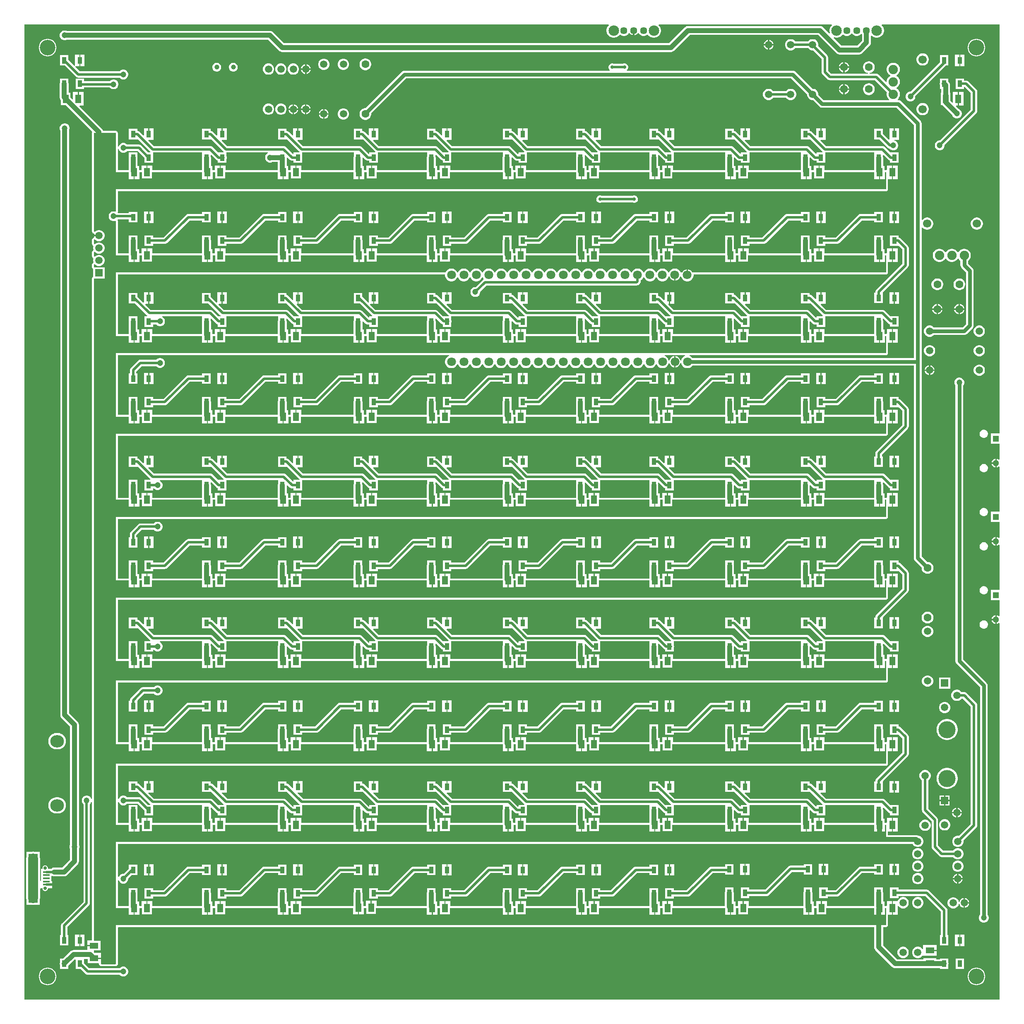
<source format=gbr>
%TF.GenerationSoftware,Altium Limited,Altium Designer,24.5.1 (21)*%
G04 Layer_Physical_Order=1*
G04 Layer_Color=255*
%FSLAX45Y45*%
%MOMM*%
%TF.SameCoordinates,D7596F51-2DA0-4622-90E6-AC5F46AEA47A*%
%TF.FilePolarity,Positive*%
%TF.FileFunction,Copper,L1,Top,Signal*%
%TF.Part,Single*%
G01*
G75*
%TA.AperFunction,SMDPad,CuDef*%
%ADD10R,0.95000X1.35000*%
%ADD11R,1.20000X1.80000*%
%ADD12R,1.80000X1.20000*%
%ADD13R,1.90000X1.90000*%
%ADD14R,1.35000X0.40000*%
%TA.AperFunction,Conductor*%
%ADD15C,0.50000*%
%ADD16C,0.75000*%
%ADD17C,1.00000*%
%ADD18C,2.00000*%
%TA.AperFunction,ComponentPad*%
%ADD19C,1.50000*%
G04:AMPARAMS|DCode=20|XSize=2.5mm|YSize=2.8mm|CornerRadius=1.25mm|HoleSize=0mm|Usage=FLASHONLY|Rotation=270.000|XOffset=0mm|YOffset=0mm|HoleType=Round|Shape=RoundedRectangle|*
%AMROUNDEDRECTD20*
21,1,2.50000,0.30000,0,0,270.0*
21,1,0.00000,2.80000,0,0,270.0*
1,1,2.50000,-0.15000,0.00000*
1,1,2.50000,-0.15000,0.00000*
1,1,2.50000,0.15000,0.00000*
1,1,2.50000,0.15000,0.00000*
%
%ADD20ROUNDEDRECTD20*%
%ADD21C,1.60000*%
%ADD22C,1.90000*%
%ADD23C,1.70000*%
%TA.AperFunction,ViaPad*%
%ADD24C,1.00000*%
%TA.AperFunction,ComponentPad*%
%ADD25C,2.15000*%
%ADD26C,1.45000*%
%ADD27C,3.50000*%
%ADD28C,1.80000*%
%ADD29R,1.50000X1.50000*%
%ADD30R,1.50000X1.50000*%
%ADD31R,1.30000X1.30000*%
%ADD32C,1.30000*%
%ADD33C,0.70000*%
%TA.AperFunction,WasherPad*%
%ADD34C,3.20000*%
%TA.AperFunction,ViaPad*%
%ADD35C,1.20000*%
%ADD36C,0.70000*%
G36*
X19974512Y11605000D02*
X19795000D01*
Y11395000D01*
X19974512D01*
Y11073981D01*
X19959512Y11067767D01*
X19955261Y11072018D01*
X19934740Y11083867D01*
X19914999Y11089156D01*
Y11000004D01*
Y10910845D01*
X19934740Y10916134D01*
X19955261Y10927982D01*
X19959512Y10932233D01*
X19974512Y10926020D01*
Y10005000D01*
X19795000D01*
Y9795000D01*
X19974512D01*
Y9473981D01*
X19959512Y9467767D01*
X19955261Y9472018D01*
X19934740Y9483866D01*
X19914999Y9489156D01*
Y9400003D01*
Y9310844D01*
X19934740Y9316134D01*
X19955261Y9327982D01*
X19959512Y9332233D01*
X19974512Y9326019D01*
Y8405000D01*
X19795000D01*
Y8195000D01*
X19974512D01*
Y7873980D01*
X19959512Y7867767D01*
X19955261Y7872018D01*
X19934740Y7883866D01*
X19914999Y7889156D01*
Y7800002D01*
Y7710844D01*
X19934740Y7716133D01*
X19955261Y7727982D01*
X19959512Y7732233D01*
X19974512Y7726019D01*
Y25488D01*
X25488D01*
Y19974512D01*
X11974701D01*
X11980914Y19959512D01*
X11965428Y19944026D01*
X11949286Y19919867D01*
X11938168Y19893024D01*
X11932499Y19864526D01*
Y19835472D01*
X11938168Y19806976D01*
X11949286Y19780133D01*
X11965428Y19755974D01*
X11985973Y19735429D01*
X12010132Y19719287D01*
X12036975Y19708168D01*
X12065472Y19702499D01*
X12094527D01*
X12123023Y19708168D01*
X12149866Y19719287D01*
X12174025Y19735429D01*
X12194570Y19755974D01*
X12200161Y19764342D01*
X12215088Y19765813D01*
X12220922Y19759978D01*
X12246576Y19745168D01*
X12275188Y19737500D01*
X12304810D01*
X12333422Y19745168D01*
X12359076Y19759978D01*
X12380021Y19780923D01*
X12389999Y19798206D01*
X12407320D01*
X12411980Y19790134D01*
X12430133Y19771980D01*
X12452365Y19759145D01*
X12474996Y19753081D01*
Y19850000D01*
X12504996D01*
Y19753079D01*
X12527633Y19759145D01*
X12549865Y19771980D01*
X12568019Y19790134D01*
X12572678Y19798206D01*
X12589999D01*
X12599977Y19780923D01*
X12620922Y19759978D01*
X12646576Y19745168D01*
X12675188Y19737500D01*
X12704810D01*
X12733422Y19745168D01*
X12759076Y19759978D01*
X12764910Y19765813D01*
X12779838Y19764342D01*
X12785428Y19755974D01*
X12805972Y19735429D01*
X12830132Y19719287D01*
X12856975Y19708168D01*
X12885472Y19702499D01*
X12914526D01*
X12943024Y19708168D01*
X12969865Y19719287D01*
X12994025Y19735429D01*
X13014571Y19755974D01*
X13030711Y19780133D01*
X13041830Y19806976D01*
X13047499Y19835472D01*
Y19864526D01*
X13041830Y19893024D01*
X13030711Y19919867D01*
X13014571Y19944026D01*
X12999084Y19959512D01*
X13005296Y19974512D01*
X16534702D01*
X16540915Y19959512D01*
X16525429Y19944026D01*
X16509288Y19919867D01*
X16498169Y19893024D01*
X16492500Y19864526D01*
Y19835472D01*
X16498169Y19806976D01*
X16502097Y19797495D01*
X16489380Y19788997D01*
X16364189Y19914189D01*
X16345387Y19928613D01*
X16323494Y19937683D01*
X16300000Y19940776D01*
X13600000D01*
X13576505Y19937683D01*
X13554613Y19928613D01*
X13535811Y19914189D01*
X13535811Y19914188D01*
X13212399Y19590776D01*
X5337601D01*
X5114189Y19814189D01*
X5095388Y19828615D01*
X5073495Y19837683D01*
X5050000Y19840776D01*
X892770D01*
X888598Y19843185D01*
X863165Y19850000D01*
X836835D01*
X811402Y19843185D01*
X788599Y19830020D01*
X769980Y19811401D01*
X756815Y19788599D01*
X750000Y19763165D01*
Y19736835D01*
X756815Y19711401D01*
X769980Y19688599D01*
X788599Y19669980D01*
X811402Y19656815D01*
X836835Y19650000D01*
X863165D01*
X888598Y19656815D01*
X892770Y19659224D01*
X5012399D01*
X5235811Y19435812D01*
X5235812Y19435812D01*
X5254612Y19421385D01*
X5276506Y19412317D01*
X5300000Y19409224D01*
X5300002Y19409224D01*
X13250000D01*
X13273495Y19412317D01*
X13295387Y19421387D01*
X13314189Y19435812D01*
X13637601Y19759224D01*
X16262399D01*
X16635811Y19385811D01*
X16654613Y19371385D01*
X16676505Y19362317D01*
X16700000Y19359224D01*
X17100000D01*
X17123494Y19362317D01*
X17145387Y19371385D01*
X17164188Y19385811D01*
X17314189Y19535812D01*
X17328615Y19554613D01*
X17337683Y19576506D01*
X17340778Y19600000D01*
Y19739413D01*
X17355777Y19745627D01*
X17365974Y19735429D01*
X17390134Y19719287D01*
X17416975Y19708168D01*
X17445473Y19702499D01*
X17474529D01*
X17503024Y19708168D01*
X17529868Y19719287D01*
X17554025Y19735429D01*
X17574571Y19755974D01*
X17590714Y19780133D01*
X17601833Y19806976D01*
X17607500Y19835472D01*
Y19864526D01*
X17601833Y19893024D01*
X17590714Y19919867D01*
X17574571Y19944026D01*
X17559085Y19959512D01*
X17565298Y19974512D01*
X19974512D01*
Y11605000D01*
D02*
G37*
G36*
X16959978Y19780923D02*
X16980923Y19759978D01*
X17006577Y19745168D01*
X17035188Y19737500D01*
X17064812D01*
X17093423Y19745168D01*
X17119077Y19759978D01*
X17134447Y19775346D01*
X17151730Y19776840D01*
X17154440Y19775894D01*
X17159224Y19770927D01*
Y19637601D01*
X17062399Y19540776D01*
X16737601D01*
X16578998Y19699379D01*
X16587494Y19712096D01*
X16596976Y19708168D01*
X16625473Y19702499D01*
X16654527D01*
X16683025Y19708168D01*
X16709868Y19719287D01*
X16734026Y19735429D01*
X16754572Y19755974D01*
X16760162Y19764342D01*
X16775089Y19765813D01*
X16780923Y19759978D01*
X16806577Y19745168D01*
X16835188Y19737500D01*
X16864812D01*
X16893423Y19745168D01*
X16919077Y19759978D01*
X16940022Y19780923D01*
X16942500Y19785216D01*
X16957500D01*
X16959978Y19780923D01*
D02*
G37*
%LPC*%
G36*
X16165147Y19673000D02*
X16134868D01*
X16105620Y19665163D01*
X16079398Y19650023D01*
X16057985Y19628612D01*
X16055069Y19623561D01*
X15794946D01*
X15792030Y19628612D01*
X15770621Y19650023D01*
X15744397Y19665163D01*
X15715147Y19673000D01*
X15684868D01*
X15655620Y19665163D01*
X15629398Y19650023D01*
X15607986Y19628612D01*
X15592845Y19602388D01*
X15585008Y19573140D01*
Y19542860D01*
X15592845Y19513612D01*
X15607986Y19487389D01*
X15629398Y19465977D01*
X15655620Y19450838D01*
X15684868Y19442999D01*
X15715147D01*
X15744397Y19450838D01*
X15770621Y19465977D01*
X15792030Y19487389D01*
X15794946Y19492439D01*
X16055069D01*
X16057985Y19487389D01*
X16079398Y19465977D01*
X16105620Y19450838D01*
X16134868Y19442999D01*
X16164284D01*
X16334439Y19272844D01*
Y19000000D01*
X16336673Y18983032D01*
X16343224Y18967220D01*
X16353642Y18953642D01*
X16453641Y18853642D01*
X16467220Y18843224D01*
X16483032Y18836673D01*
X16500000Y18834439D01*
X17422844D01*
X17670691Y18586592D01*
X17670187Y18585378D01*
X17664999Y18559296D01*
Y18532704D01*
X17670187Y18506622D01*
X17680365Y18482054D01*
X17695139Y18459943D01*
X17711913Y18443169D01*
X17709042Y18428169D01*
X16374370D01*
X16264992Y18537547D01*
Y18557140D01*
X16257155Y18586388D01*
X16242015Y18612611D01*
X16220602Y18634023D01*
X16194380Y18649162D01*
X16165132Y18657001D01*
X16145538D01*
X15797266Y19005273D01*
X15781076Y19017696D01*
X15762222Y19025505D01*
X15741992Y19028169D01*
X12354452D01*
X12353215Y19029909D01*
X12349235Y19043169D01*
X12360015Y19053949D01*
X12369889Y19071051D01*
X12375000Y19090126D01*
Y19109874D01*
X12369889Y19128949D01*
X12360015Y19146051D01*
X12346051Y19160014D01*
X12328949Y19169888D01*
X12309874Y19175000D01*
X12290126D01*
X12271051Y19169888D01*
X12263555Y19165561D01*
X12086445D01*
X12078949Y19169888D01*
X12059874Y19175000D01*
X12040126D01*
X12021051Y19169888D01*
X12003949Y19160014D01*
X11989985Y19146051D01*
X11980111Y19128949D01*
X11975000Y19109874D01*
Y19090126D01*
X11980111Y19071051D01*
X11989985Y19053949D01*
X12000765Y19043169D01*
X11996785Y19029909D01*
X11995548Y19028169D01*
X7800000D01*
X7779768Y19025505D01*
X7760915Y19017696D01*
X7744726Y19005273D01*
X7001452Y18262000D01*
X6988181D01*
X6964997Y18257388D01*
X6943159Y18248341D01*
X6923505Y18235210D01*
X6906790Y18218495D01*
X6893658Y18198840D01*
X6884612Y18177003D01*
X6880000Y18153819D01*
Y18130180D01*
X6884612Y18106998D01*
X6893658Y18085159D01*
X6906790Y18065504D01*
X6923505Y18048790D01*
X6943159Y18035657D01*
X6964997Y18026611D01*
X6988181Y18022000D01*
X7011819D01*
X7035003Y18026611D01*
X7056841Y18035657D01*
X7076495Y18048790D01*
X7093210Y18065504D01*
X7106342Y18085159D01*
X7115388Y18106998D01*
X7120000Y18130180D01*
Y18153819D01*
X7119065Y18158517D01*
X7832379Y18871831D01*
X15709613D01*
X16034991Y18546452D01*
Y18526860D01*
X16042828Y18497612D01*
X16057970Y18471388D01*
X16079379Y18449977D01*
X16105605Y18434837D01*
X16134853Y18427000D01*
X16154443D01*
X16286717Y18294727D01*
X16286719Y18294727D01*
X16302908Y18282304D01*
X16321761Y18274495D01*
X16341992Y18271831D01*
X16341994Y18271831D01*
X17867622D01*
X18221831Y17917622D01*
Y13151170D01*
X13690118D01*
X13686977Y13155872D01*
X13668871Y13173978D01*
X13647577Y13188205D01*
X13633064Y13194215D01*
X13636047Y13209216D01*
X17650000D01*
X17665608Y13212321D01*
X17678839Y13221162D01*
X17687679Y13234393D01*
X17690784Y13250000D01*
Y13460001D01*
X17770000D01*
Y13599998D01*
Y13739999D01*
X17670000D01*
Y13651411D01*
X17655000Y13639789D01*
X17650000Y13640784D01*
X17630000D01*
X17620000Y13648990D01*
Y13730000D01*
X17590776D01*
Y13900000D01*
X17587683Y13923495D01*
X17587500Y13923936D01*
Y13950185D01*
X17601358Y13955927D01*
X17703642Y13853642D01*
X17717220Y13843224D01*
X17732500Y13836894D01*
Y13792500D01*
X17907500D01*
Y14007500D01*
X17735217D01*
X17626360Y14116357D01*
X17612781Y14126778D01*
X17596970Y14133327D01*
X17580000Y14135561D01*
X16424902D01*
X16316452Y14244011D01*
X16322192Y14257869D01*
X16417500D01*
Y14492870D01*
X16330000D01*
Y14375369D01*
X16310001D01*
Y14492870D01*
X16222501D01*
Y14357562D01*
X16208643Y14351820D01*
X16134105Y14426358D01*
X16120528Y14436778D01*
X16104715Y14443327D01*
X16087747Y14445561D01*
X16087500D01*
Y14482869D01*
X15912500D01*
Y14267870D01*
X16087500D01*
Y14267932D01*
X16101358Y14273672D01*
X16351389Y14023640D01*
X16358911Y14017870D01*
X16353819Y14002869D01*
X16232500D01*
Y13981430D01*
X16217500Y13975217D01*
X16076358Y14116357D01*
X16062781Y14126778D01*
X16046970Y14133327D01*
X16030000Y14135561D01*
X14874902D01*
X14766452Y14244011D01*
X14772192Y14257869D01*
X14867500D01*
Y14492870D01*
X14779999D01*
Y14375369D01*
X14759999D01*
Y14492870D01*
X14672501D01*
Y14357562D01*
X14658643Y14351820D01*
X14584105Y14426358D01*
X14570528Y14436778D01*
X14554715Y14443327D01*
X14537746Y14445561D01*
X14537500D01*
Y14482869D01*
X14362500D01*
Y14267870D01*
X14537500D01*
Y14267932D01*
X14551358Y14273672D01*
X14801389Y14023640D01*
X14808911Y14017870D01*
X14803819Y14002869D01*
X14689848D01*
X14576360Y14116357D01*
X14562781Y14126778D01*
X14546970Y14133327D01*
X14530000Y14135561D01*
X13307156D01*
X13198705Y14244011D01*
X13204446Y14257869D01*
X13210002D01*
Y14375368D01*
Y14492870D01*
X13122501D01*
Y14339815D01*
X13108643Y14334074D01*
X13046358Y14396358D01*
X13032780Y14406776D01*
X13016968Y14413327D01*
X13000000Y14415561D01*
X12987500D01*
Y14482869D01*
X12812500D01*
Y14267870D01*
X12987500D01*
X12987500Y14267870D01*
Y14267870D01*
X12998305Y14258978D01*
X13233643Y14023640D01*
X13241164Y14017870D01*
X13236072Y14002869D01*
X13139847D01*
X13026360Y14116357D01*
X13012781Y14126778D01*
X12996970Y14133327D01*
X12980000Y14135561D01*
X11824903D01*
X11716452Y14244011D01*
X11722192Y14257869D01*
X11817500D01*
Y14492870D01*
X11729999D01*
Y14375369D01*
X11709999D01*
Y14492870D01*
X11622500D01*
Y14357562D01*
X11608642Y14351820D01*
X11534105Y14426358D01*
X11520527Y14436778D01*
X11504715Y14443327D01*
X11487746Y14445561D01*
X11487500D01*
Y14482869D01*
X11312500D01*
Y14267870D01*
X11487500D01*
Y14267932D01*
X11501358Y14273672D01*
X11751388Y14023640D01*
X11758911Y14017870D01*
X11753819Y14002869D01*
X11639848D01*
X11526359Y14116357D01*
X11512781Y14126778D01*
X11496969Y14133327D01*
X11480000Y14135561D01*
X10324903D01*
X10216452Y14244011D01*
X10222192Y14257869D01*
X10317500D01*
Y14492870D01*
X10230001D01*
Y14375368D01*
X10210001D01*
Y14492870D01*
X10122500D01*
Y14357562D01*
X10108642Y14351820D01*
X10034105Y14426358D01*
X10020527Y14436778D01*
X10004715Y14443327D01*
X9987747Y14445561D01*
X9987500D01*
Y14482869D01*
X9812500D01*
Y14267870D01*
X9987500D01*
Y14267932D01*
X10001358Y14273672D01*
X10251389Y14023640D01*
X10258911Y14017870D01*
X10253819Y14002869D01*
X10132500D01*
Y13981430D01*
X10117500Y13975217D01*
X9976359Y14116357D01*
X9962780Y14126778D01*
X9946969Y14133327D01*
X9930000Y14135561D01*
X8774903D01*
X8666452Y14244011D01*
X8672192Y14257869D01*
X8767500D01*
Y14492870D01*
X8680000D01*
Y14375369D01*
X8660000D01*
Y14492870D01*
X8572500D01*
Y14357562D01*
X8558642Y14351820D01*
X8484105Y14426358D01*
X8470527Y14436778D01*
X8454715Y14443327D01*
X8437746Y14445561D01*
X8437500D01*
Y14482869D01*
X8262500D01*
Y14267870D01*
X8437500D01*
Y14267932D01*
X8451358Y14273672D01*
X8701388Y14023640D01*
X8708911Y14017870D01*
X8703819Y14002869D01*
X8589848D01*
X8476359Y14116357D01*
X8462781Y14126778D01*
X8446969Y14133327D01*
X8430001Y14135561D01*
X7207157D01*
X7098706Y14244011D01*
X7104446Y14257869D01*
X7159998D01*
Y14375371D01*
Y14492870D01*
X7072500D01*
Y14289815D01*
X7058642Y14284074D01*
X6937500Y14405217D01*
Y14482869D01*
X6762500D01*
Y14267870D01*
X6889414D01*
X7133642Y14023640D01*
X7141164Y14017870D01*
X7136073Y14002869D01*
X7082500D01*
Y13981430D01*
X7067500Y13975217D01*
X6926359Y14116357D01*
X6912781Y14126778D01*
X6896969Y14133327D01*
X6880000Y14135561D01*
X5707156D01*
X5598706Y14244011D01*
X5604446Y14257869D01*
X5610000D01*
Y14375369D01*
Y14492870D01*
X5522500D01*
Y14339815D01*
X5508642Y14334074D01*
X5416358Y14426358D01*
X5402780Y14436778D01*
X5387500Y14443108D01*
Y14482869D01*
X5212500D01*
Y14267870D01*
X5387500D01*
X5387500Y14267870D01*
Y14267870D01*
X5398304Y14258978D01*
X5633642Y14023640D01*
X5641164Y14017870D01*
X5636073Y14002869D01*
X5539848D01*
X5426359Y14116357D01*
X5412781Y14126778D01*
X5396969Y14133327D01*
X5380000Y14135561D01*
X4107157D01*
X3998706Y14244011D01*
X4004446Y14257869D01*
X4059999D01*
Y14375369D01*
Y14492870D01*
X3972500D01*
Y14289815D01*
X3958642Y14284074D01*
X3837500Y14405217D01*
Y14482869D01*
X3662500D01*
Y14267870D01*
X3789414D01*
X4033642Y14023640D01*
X4041164Y14017870D01*
X4036073Y14002869D01*
X3989848D01*
X3876359Y14116357D01*
X3862781Y14126778D01*
X3846969Y14133327D01*
X3830000Y14135561D01*
X2607157D01*
X2498706Y14244011D01*
X2504446Y14257869D01*
X2560001D01*
Y14375368D01*
Y14492870D01*
X2472500D01*
Y14289815D01*
X2458642Y14284074D01*
X2337500Y14405217D01*
Y14482869D01*
X2162500D01*
Y14267870D01*
X2289414D01*
X2533642Y14023640D01*
X2541164Y14017870D01*
X2536073Y14002869D01*
X2482500D01*
Y13787869D01*
X2657500D01*
Y13834439D01*
X2724140D01*
X2738599Y13819980D01*
X2761402Y13806815D01*
X2786835Y13800000D01*
X2813165D01*
X2838598Y13806815D01*
X2861401Y13819980D01*
X2880020Y13838599D01*
X2893185Y13861401D01*
X2900000Y13886835D01*
Y13913165D01*
X2893185Y13938599D01*
X2880020Y13961401D01*
X2861401Y13980020D01*
X2845086Y13989439D01*
X2849106Y14004439D01*
X3648150D01*
X3662500Y14002869D01*
Y13919305D01*
X3662317Y13918864D01*
X3659224Y13895369D01*
Y13640784D01*
X2640000D01*
Y13739999D01*
X2539998D01*
Y13600000D01*
X2519998D01*
Y13739999D01*
X2420000D01*
Y13640784D01*
X2380000D01*
X2370000Y13648990D01*
Y13730000D01*
X2340776D01*
Y13895369D01*
X2337683Y13918864D01*
X2337500Y13919305D01*
Y14002869D01*
X2162500D01*
Y13919305D01*
X2162317Y13918864D01*
X2159224Y13895369D01*
Y13640784D01*
X1940784D01*
Y14859216D01*
X8630000Y14859212D01*
Y14837196D01*
X8634996Y14812080D01*
X8644796Y14788422D01*
X8659023Y14767130D01*
X8677130Y14749023D01*
X8698422Y14734796D01*
X8722081Y14724995D01*
X8747196Y14720000D01*
X8772804D01*
X8797919Y14724995D01*
X8821578Y14734796D01*
X8842870Y14749023D01*
X8860977Y14767130D01*
X8875204Y14788422D01*
X8878882Y14797301D01*
X8895118D01*
X8898796Y14788422D01*
X8913023Y14767130D01*
X8931130Y14749023D01*
X8952422Y14734796D01*
X8976081Y14724995D01*
X9001196Y14720000D01*
X9026804D01*
X9051919Y14724995D01*
X9075578Y14734796D01*
X9096870Y14749023D01*
X9114977Y14767130D01*
X9129204Y14788422D01*
X9132882Y14797301D01*
X9149118D01*
X9152796Y14788422D01*
X9167023Y14767130D01*
X9185130Y14749023D01*
X9206422Y14734796D01*
X9230080Y14724995D01*
X9255196Y14720000D01*
X9280804D01*
X9305919Y14724995D01*
X9329578Y14734796D01*
X9350870Y14749023D01*
X9368977Y14767130D01*
X9383204Y14788422D01*
X9386882Y14797301D01*
X9403118D01*
X9406795Y14788422D01*
X9417119Y14772971D01*
X9417196Y14760545D01*
X9413226Y14753712D01*
X9403642Y14746359D01*
X9257283Y14600000D01*
X9236835D01*
X9211402Y14593185D01*
X9188599Y14580020D01*
X9169980Y14561401D01*
X9156815Y14538599D01*
X9150000Y14513165D01*
Y14486835D01*
X9156815Y14461401D01*
X9169980Y14438599D01*
X9188599Y14419980D01*
X9211402Y14406815D01*
X9236835Y14400000D01*
X9263165D01*
X9288598Y14406815D01*
X9311401Y14419980D01*
X9330020Y14438599D01*
X9343185Y14461401D01*
X9350000Y14486835D01*
Y14507283D01*
X9477156Y14634439D01*
X12550000D01*
X12566969Y14636673D01*
X12582780Y14643224D01*
X12596358Y14653642D01*
X12615589Y14672871D01*
X12626008Y14686450D01*
X12632557Y14702261D01*
X12634791Y14719231D01*
Y14737114D01*
X12652100Y14748680D01*
X12670207Y14766788D01*
X12684434Y14788078D01*
X12688112Y14796957D01*
X12704348D01*
X12708026Y14788078D01*
X12722253Y14766786D01*
X12740360Y14748679D01*
X12761652Y14734451D01*
X12785311Y14724654D01*
X12810426Y14719656D01*
X12836034D01*
X12861150Y14724654D01*
X12884808Y14734451D01*
X12906100Y14748679D01*
X12924207Y14766786D01*
X12938434Y14788078D01*
X12942113Y14796957D01*
X12958348D01*
X12962025Y14788078D01*
X12976253Y14766788D01*
X12994359Y14748679D01*
X13015651Y14734451D01*
X13039310Y14724654D01*
X13064426Y14719656D01*
X13090033D01*
X13115149Y14724654D01*
X13138808Y14734451D01*
X13160098Y14748679D01*
X13178207Y14766788D01*
X13192435Y14788078D01*
X13202232Y14811737D01*
X13204181Y14821529D01*
X13219576Y14822034D01*
X13224068Y14805267D01*
X13239207Y14779045D01*
X13260619Y14757634D01*
X13286842Y14742494D01*
X13316090Y14734657D01*
X13316229D01*
Y14849657D01*
X13346230D01*
Y14734657D01*
X13346370D01*
X13375618Y14742494D01*
X13401842Y14757634D01*
X13423253Y14779045D01*
X13438393Y14805267D01*
X13442883Y14822031D01*
X13458279Y14821527D01*
X13460226Y14811737D01*
X13470026Y14788078D01*
X13484253Y14766788D01*
X13502361Y14748679D01*
X13523653Y14734451D01*
X13547310Y14724654D01*
X13572426Y14719656D01*
X13598035D01*
X13623149Y14724654D01*
X13646808Y14734451D01*
X13668100Y14748679D01*
X13686208Y14766788D01*
X13700433Y14788078D01*
X13710234Y14811737D01*
X13715230Y14836853D01*
Y14859209D01*
X17650002Y14859206D01*
X17665608Y14862309D01*
X17678839Y14871150D01*
X17687680Y14884381D01*
X17690785Y14899988D01*
X17690785Y15110001D01*
X17770000D01*
Y15249998D01*
Y15389999D01*
X17670000D01*
Y15301411D01*
X17655000Y15289789D01*
X17650002Y15290784D01*
X17630000D01*
X17620000Y15298990D01*
Y15380000D01*
X17590776D01*
Y15550000D01*
X17587683Y15573495D01*
X17587500Y15573936D01*
Y15657500D01*
X17412500D01*
Y15573936D01*
X17412317Y15573495D01*
X17409224Y15550000D01*
Y15290784D01*
X16389999D01*
Y15389999D01*
X16289996D01*
Y15250000D01*
X16269997D01*
Y15389999D01*
X16170000D01*
Y15290784D01*
X16130000D01*
X16120000Y15298990D01*
Y15380000D01*
X16090776D01*
Y15550000D01*
X16087683Y15573495D01*
X16087500Y15573936D01*
Y15657500D01*
X15912500D01*
Y15573936D01*
X15912317Y15573495D01*
X15909224Y15550000D01*
Y15290784D01*
X14839999D01*
Y15389999D01*
X14739999D01*
Y15249998D01*
X14720000D01*
Y15389999D01*
X14620000D01*
Y15290784D01*
X14580000D01*
X14570000Y15298990D01*
Y15380000D01*
X14540776D01*
Y15550000D01*
X14537683Y15573495D01*
X14537500Y15573936D01*
Y15657500D01*
X14362500D01*
Y15573936D01*
X14362317Y15573495D01*
X14359224Y15550000D01*
Y15290784D01*
X13289999D01*
Y15389999D01*
X13189999D01*
Y15249998D01*
X13170000D01*
Y15389999D01*
X13070000D01*
Y15290784D01*
X13030000D01*
X13020000Y15298990D01*
Y15380000D01*
X12990776D01*
Y15550000D01*
X12987683Y15573495D01*
X12987500Y15573936D01*
Y15657500D01*
X12812500D01*
Y15573936D01*
X12812317Y15573495D01*
X12809224Y15550000D01*
Y15290784D01*
X11790000D01*
Y15389999D01*
X11690000D01*
Y15249997D01*
X11670001D01*
Y15389999D01*
X11570000D01*
Y15290784D01*
X11530000D01*
X11520000Y15298990D01*
Y15380000D01*
X11490776D01*
Y15550000D01*
X11487683Y15573495D01*
X11487500Y15573936D01*
Y15657500D01*
X11312500D01*
Y15573936D01*
X11312317Y15573495D01*
X11309224Y15550000D01*
Y15290784D01*
X10290000D01*
Y15389999D01*
X10189998D01*
Y15249998D01*
X10169998D01*
Y15389999D01*
X10070000D01*
Y15290784D01*
X10030000D01*
X10020000Y15298990D01*
Y15380000D01*
X9990776D01*
Y15550000D01*
X9987683Y15573495D01*
X9987500Y15573936D01*
Y15657500D01*
X9812500D01*
Y15573936D01*
X9812317Y15573495D01*
X9809224Y15550000D01*
Y15290784D01*
X8740000D01*
Y15389999D01*
X8639997D01*
Y15250002D01*
X8619997D01*
Y15389999D01*
X8520000D01*
Y15290784D01*
X8480000D01*
X8470000Y15298990D01*
Y15380000D01*
X8440776D01*
Y15550000D01*
X8437683Y15573495D01*
X8437500Y15573936D01*
Y15657500D01*
X8262500D01*
Y15573936D01*
X8262317Y15573495D01*
X8259224Y15550000D01*
Y15290784D01*
X7240000D01*
Y15389999D01*
X7139999D01*
Y15249998D01*
X7119999D01*
Y15389999D01*
X7020000D01*
Y15290784D01*
X6980000D01*
X6970000Y15298990D01*
Y15380000D01*
X6940776D01*
Y15550000D01*
X6937683Y15573495D01*
X6937500Y15573936D01*
Y15657500D01*
X6762500D01*
Y15573936D01*
X6762317Y15573495D01*
X6759224Y15550000D01*
Y15290784D01*
X5690000D01*
Y15389999D01*
X5589997D01*
Y15250000D01*
X5569997D01*
Y15389999D01*
X5470000D01*
Y15290784D01*
X5430000D01*
X5420000Y15298990D01*
Y15380000D01*
X5390776D01*
Y15550000D01*
X5387683Y15573495D01*
X5387500Y15573936D01*
Y15657500D01*
X5212500D01*
Y15573936D01*
X5212317Y15573495D01*
X5209224Y15550000D01*
Y15290784D01*
X4140000D01*
Y15389999D01*
X4040000D01*
Y15249998D01*
X4020000D01*
Y15389999D01*
X3920000D01*
Y15290784D01*
X3880000D01*
X3870000Y15298990D01*
Y15380000D01*
X3840776D01*
Y15550000D01*
X3837683Y15573495D01*
X3837500Y15573936D01*
Y15657500D01*
X3662500D01*
Y15573936D01*
X3662317Y15573495D01*
X3659224Y15550000D01*
Y15290784D01*
X2640000D01*
Y15389999D01*
X2539998D01*
Y15250000D01*
X2519998D01*
Y15389999D01*
X2420000D01*
Y15290784D01*
X2380000D01*
X2370000Y15298990D01*
Y15380000D01*
X2340776D01*
Y15550000D01*
X2337683Y15573495D01*
X2337500Y15573936D01*
Y15657500D01*
X2162500D01*
Y15573936D01*
X2162317Y15573495D01*
X2159224Y15550000D01*
Y15290784D01*
X1940784D01*
Y15948096D01*
X1939561Y15954240D01*
X1938862Y15960469D01*
X1938019Y15961993D01*
X1937679Y15963702D01*
X1934198Y15968913D01*
X1933907Y15969440D01*
X1940254Y15983244D01*
X1941864Y15984439D01*
X2162500D01*
Y15922501D01*
X2337500D01*
Y16137500D01*
X2162500D01*
Y16115561D01*
X1941864D01*
X1940254Y16116756D01*
X1933907Y16130560D01*
X1934198Y16131087D01*
X1937679Y16136298D01*
X1938019Y16138007D01*
X1938862Y16139531D01*
X1939561Y16145760D01*
X1940784Y16151904D01*
Y16559216D01*
X17650003Y16559203D01*
X17665610Y16562308D01*
X17678841Y16571149D01*
X17687682Y16584380D01*
X17690787Y16599986D01*
X17690787Y16810001D01*
X17770000D01*
Y16949998D01*
Y17089999D01*
X17670000D01*
Y17001413D01*
X17655000Y16989789D01*
X17650005Y16990784D01*
X17630000D01*
X17620000Y16998990D01*
Y17080000D01*
X17590776D01*
Y17250000D01*
X17587683Y17273495D01*
X17587500Y17273936D01*
Y17300185D01*
X17601358Y17305927D01*
X17703642Y17203642D01*
X17717220Y17193224D01*
X17732500Y17186893D01*
Y17142500D01*
X17907500D01*
Y17357500D01*
X17735217D01*
X17626360Y17466357D01*
X17612781Y17476778D01*
X17596970Y17483327D01*
X17580000Y17485561D01*
X16424902D01*
X16311821Y17598642D01*
X16317561Y17612500D01*
X16417500D01*
Y17847501D01*
X16329997D01*
Y17729997D01*
X16309998D01*
Y17847501D01*
X16222501D01*
Y17707562D01*
X16208643Y17701820D01*
X16134105Y17776358D01*
X16120528Y17786777D01*
X16104715Y17793327D01*
X16087747Y17795561D01*
X16087500D01*
Y17837500D01*
X15912500D01*
Y17622501D01*
X16087500D01*
Y17622501D01*
X16098128Y17626901D01*
X16351389Y17373640D01*
X16352876Y17372501D01*
X16347784Y17357500D01*
X16232500D01*
Y17331430D01*
X16217500Y17325217D01*
X16076358Y17466357D01*
X16062781Y17476778D01*
X16046970Y17483327D01*
X16030000Y17485561D01*
X14874902D01*
X14761821Y17598642D01*
X14767561Y17612500D01*
X14867500D01*
Y17847501D01*
X14779997D01*
Y17729999D01*
X14759998D01*
Y17847501D01*
X14672501D01*
Y17707561D01*
X14658643Y17701820D01*
X14584105Y17776358D01*
X14570528Y17786777D01*
X14554715Y17793327D01*
X14537746Y17795561D01*
X14537500D01*
Y17837500D01*
X14362500D01*
Y17622501D01*
X14537500D01*
Y17622501D01*
X14548128Y17626901D01*
X14801389Y17373640D01*
X14802876Y17372501D01*
X14797784Y17357500D01*
X14682500D01*
Y17331430D01*
X14667500Y17325217D01*
X14526360Y17466357D01*
X14512781Y17476778D01*
X14496970Y17483327D01*
X14480000Y17485561D01*
X13324902D01*
X13211821Y17598642D01*
X13217561Y17612500D01*
X13317500D01*
Y17847501D01*
X13229999D01*
Y17729997D01*
X13209999D01*
Y17847501D01*
X13122501D01*
Y17707561D01*
X13108643Y17701820D01*
X13034105Y17776358D01*
X13020528Y17786777D01*
X13004715Y17793327D01*
X12987746Y17795561D01*
X12987500D01*
Y17837500D01*
X12812500D01*
Y17622501D01*
X12987500D01*
Y17622501D01*
X12998128Y17626901D01*
X13251389Y17373640D01*
X13252876Y17372501D01*
X13247784Y17357500D01*
X13135217D01*
X13026360Y17466357D01*
X13012781Y17476778D01*
X12996970Y17483327D01*
X12980000Y17485561D01*
X11824903D01*
X11711821Y17598642D01*
X11717561Y17612500D01*
X11817500D01*
Y17847501D01*
X11729997D01*
Y17729999D01*
X11709997D01*
Y17847501D01*
X11622500D01*
Y17707561D01*
X11608642Y17701820D01*
X11534105Y17776358D01*
X11520527Y17786777D01*
X11504715Y17793327D01*
X11487746Y17795561D01*
X11487500D01*
Y17837500D01*
X11312500D01*
Y17622501D01*
X11487500D01*
Y17622501D01*
X11498128Y17626901D01*
X11751388Y17373640D01*
X11752876Y17372501D01*
X11747784Y17357500D01*
X11635217D01*
X11526359Y17466357D01*
X11512781Y17476778D01*
X11496969Y17483327D01*
X11480000Y17485561D01*
X10324903D01*
X10211821Y17598642D01*
X10217561Y17612500D01*
X10317500D01*
Y17847501D01*
X10229999D01*
Y17729997D01*
X10209999D01*
Y17847501D01*
X10122500D01*
Y17707562D01*
X10108642Y17701820D01*
X10034105Y17776358D01*
X10020527Y17786777D01*
X10004715Y17793327D01*
X9987747Y17795561D01*
X9987500D01*
Y17837500D01*
X9812500D01*
Y17622501D01*
X9987500D01*
Y17622501D01*
X9998128Y17626901D01*
X10251389Y17373640D01*
X10252876Y17372501D01*
X10247784Y17357500D01*
X10132500D01*
Y17331430D01*
X10117500Y17325217D01*
X9976359Y17466357D01*
X9962780Y17476778D01*
X9946969Y17483327D01*
X9930000Y17485561D01*
X8774903D01*
X8661821Y17598642D01*
X8667561Y17612500D01*
X8767500D01*
Y17847501D01*
X8679998D01*
Y17729997D01*
X8659998D01*
Y17847501D01*
X8572500D01*
Y17707561D01*
X8558642Y17701820D01*
X8484105Y17776358D01*
X8470527Y17786777D01*
X8454715Y17793327D01*
X8437746Y17795561D01*
X8437500D01*
Y17837500D01*
X8262500D01*
Y17622501D01*
X8437500D01*
Y17622501D01*
X8448128Y17626901D01*
X8701388Y17373640D01*
X8702876Y17372501D01*
X8697784Y17357500D01*
X8585217D01*
X8476359Y17466357D01*
X8462781Y17476778D01*
X8446969Y17483327D01*
X8430000Y17485561D01*
X7274903D01*
X7161821Y17598642D01*
X7167561Y17612500D01*
X7267500D01*
Y17847501D01*
X7179996D01*
Y17730000D01*
X7159996D01*
Y17847501D01*
X7072500D01*
Y17707562D01*
X7058642Y17701820D01*
X6984105Y17776358D01*
X6970527Y17786777D01*
X6954715Y17793327D01*
X6937747Y17795561D01*
X6937500D01*
Y17837500D01*
X6762500D01*
Y17622501D01*
X6937500D01*
Y17622501D01*
X6948128Y17626901D01*
X7201389Y17373640D01*
X7202876Y17372501D01*
X7197784Y17357500D01*
X7082500D01*
Y17331430D01*
X7067500Y17325217D01*
X6926359Y17466357D01*
X6912780Y17476778D01*
X6896969Y17483327D01*
X6880000Y17485561D01*
X5724903D01*
X5611821Y17598642D01*
X5617561Y17612500D01*
X5717500D01*
Y17847501D01*
X5629998D01*
Y17729997D01*
X5609998D01*
Y17847501D01*
X5522500D01*
Y17707561D01*
X5508642Y17701820D01*
X5434105Y17776358D01*
X5420527Y17786777D01*
X5404715Y17793327D01*
X5387746Y17795561D01*
X5387500D01*
Y17837500D01*
X5212500D01*
Y17622501D01*
X5387500D01*
Y17622501D01*
X5398128Y17626901D01*
X5651388Y17373640D01*
X5652876Y17372501D01*
X5647784Y17357500D01*
X5532500D01*
Y17331430D01*
X5517500Y17325217D01*
X5376359Y17466357D01*
X5362780Y17476778D01*
X5346969Y17483327D01*
X5330000Y17485561D01*
X4174903D01*
X4061821Y17598642D01*
X4067561Y17612500D01*
X4167500D01*
Y17847501D01*
X4079997D01*
Y17729999D01*
X4059997D01*
Y17847501D01*
X3972500D01*
Y17707561D01*
X3958642Y17701820D01*
X3884105Y17776358D01*
X3870527Y17786777D01*
X3854715Y17793327D01*
X3837746Y17795561D01*
X3837500D01*
Y17837500D01*
X3662500D01*
Y17622501D01*
X3837500D01*
Y17622501D01*
X3848128Y17626901D01*
X4101389Y17373640D01*
X4102876Y17372501D01*
X4097784Y17357500D01*
X3985217D01*
X3876359Y17466357D01*
X3862780Y17476778D01*
X3846969Y17483327D01*
X3830000Y17485561D01*
X2674903D01*
X2561821Y17598642D01*
X2567561Y17612500D01*
X2667500D01*
Y17847501D01*
X2579999D01*
Y17729997D01*
X2559999D01*
Y17847501D01*
X2472500D01*
Y17707561D01*
X2458642Y17701820D01*
X2384105Y17776358D01*
X2370527Y17786777D01*
X2354715Y17793327D01*
X2337746Y17795561D01*
X2337500D01*
Y17837500D01*
X2162500D01*
Y17622501D01*
X2337500D01*
Y17622501D01*
X2348128Y17626901D01*
X2601388Y17373640D01*
X2602876Y17372501D01*
X2597784Y17357500D01*
X2555217D01*
X2416358Y17496358D01*
X2402780Y17506776D01*
X2386969Y17513327D01*
X2370000Y17515561D01*
X2125860D01*
X2111401Y17530020D01*
X2088598Y17543185D01*
X2063165Y17550000D01*
X2036835D01*
X2011402Y17543185D01*
X1988599Y17530020D01*
X1969980Y17511401D01*
X1956815Y17488599D01*
X1952539Y17472639D01*
X1937526Y17474568D01*
X1935783Y17755254D01*
X1934205Y17762935D01*
X1932679Y17770607D01*
X1932608Y17770714D01*
X1932582Y17770840D01*
X1928183Y17777338D01*
X1923839Y17783838D01*
X1923731Y17783910D01*
X1923659Y17784016D01*
X1917117Y17788330D01*
X1910608Y17792679D01*
X1910481Y17792703D01*
X1910373Y17792775D01*
X1902676Y17794257D01*
X1895000Y17795784D01*
X1636735D01*
X1628614Y17815388D01*
X1614189Y17834189D01*
X1152235Y18296143D01*
X1157975Y18310001D01*
X1240000D01*
Y18589999D01*
X1140001D01*
Y18450002D01*
X1120001D01*
Y18589999D01*
X1020000D01*
Y18447975D01*
X1006142Y18442235D01*
X970000Y18478377D01*
Y18580000D01*
X930777D01*
Y18760001D01*
X927683Y18783495D01*
X927500Y18783937D01*
Y18867500D01*
X752500D01*
Y18783937D01*
X752317Y18783495D01*
X749224Y18760001D01*
Y18480000D01*
X752317Y18456505D01*
X761386Y18434612D01*
X770000Y18423386D01*
Y18320000D01*
X871623D01*
X1415804Y17775819D01*
X1412321Y17770607D01*
X1409217Y17755000D01*
Y15737849D01*
X1409216Y15737848D01*
X1412321Y15722241D01*
X1421161Y15709009D01*
X1434393Y15700168D01*
X1434394Y15700168D01*
X1449392Y15693954D01*
X1453618Y15680666D01*
X1450493Y15669003D01*
X1549999D01*
Y15639003D01*
X1450491D01*
X1453618Y15627335D01*
X1449392Y15614044D01*
X1434394Y15607832D01*
X1434393Y15607831D01*
X1421162Y15598991D01*
X1412321Y15585759D01*
X1409217Y15570152D01*
Y15483849D01*
X1409216Y15483849D01*
X1412321Y15468240D01*
X1421161Y15455009D01*
X1434393Y15446169D01*
X1439817Y15433118D01*
X1435000Y15415140D01*
Y15384860D01*
X1439817Y15366882D01*
X1434393Y15353831D01*
X1421162Y15344991D01*
X1412321Y15331760D01*
X1409217Y15316151D01*
Y15229849D01*
X1409216Y15229848D01*
X1412321Y15214241D01*
X1421161Y15201009D01*
X1434393Y15192168D01*
X1439817Y15179117D01*
X1435000Y15161140D01*
Y15130859D01*
X1439817Y15112881D01*
X1434393Y15099831D01*
X1421162Y15090991D01*
X1412321Y15077759D01*
X1409217Y15062152D01*
Y15006999D01*
X1412321Y14991393D01*
X1421162Y14978162D01*
X1434393Y14969321D01*
X1435000Y14969199D01*
Y14814799D01*
X1434393Y14814679D01*
X1421162Y14805838D01*
X1412321Y14792607D01*
X1409217Y14777000D01*
Y4136723D01*
X1394217Y4134748D01*
X1393185Y4138598D01*
X1380020Y4161401D01*
X1361401Y4180020D01*
X1338598Y4193185D01*
X1313165Y4200000D01*
X1286835D01*
X1261402Y4193185D01*
X1238599Y4180020D01*
X1219980Y4161401D01*
X1206815Y4138598D01*
X1200000Y4113165D01*
Y4086835D01*
X1206815Y4061402D01*
X1219980Y4038599D01*
X1234439Y4024140D01*
Y2027156D01*
X793642Y1586359D01*
X783223Y1572781D01*
X776674Y1556969D01*
X774440Y1540000D01*
Y1347500D01*
X752500D01*
Y1132500D01*
X927500D01*
Y1347500D01*
X905561D01*
Y1512845D01*
X1346358Y1953642D01*
X1356777Y1967220D01*
X1363327Y1983032D01*
X1365561Y2000000D01*
Y4024140D01*
X1380020Y4038599D01*
X1393185Y4061402D01*
X1394217Y4065252D01*
X1409217Y4063277D01*
Y1240000D01*
X1310000D01*
Y1140002D01*
X1449998D01*
Y1120002D01*
X1310000D01*
Y1040776D01*
X1030000D01*
X1006506Y1037683D01*
X984612Y1028614D01*
X965812Y1014188D01*
X819123Y867500D01*
X752500D01*
Y783937D01*
X752317Y783494D01*
X749224Y760000D01*
X752317Y736505D01*
X752500Y736063D01*
Y652500D01*
X927500D01*
Y719123D01*
X1057500Y849123D01*
X1072500Y842909D01*
Y652500D01*
X1174784D01*
X1273641Y553642D01*
X1287220Y543223D01*
X1303031Y536673D01*
X1320000Y534439D01*
X1974140D01*
X1988599Y519980D01*
X2011402Y506815D01*
X2036835Y500000D01*
X2063165D01*
X2088598Y506815D01*
X2111401Y519980D01*
X2130020Y538599D01*
X2143185Y561402D01*
X2150000Y586835D01*
Y613165D01*
X2143185Y638598D01*
X2130020Y661401D01*
X2111401Y680020D01*
X2088598Y693185D01*
X2063165Y700000D01*
X2036835D01*
X2011402Y693185D01*
X1988599Y680020D01*
X1974140Y665561D01*
X1347156D01*
X1247500Y765216D01*
Y859224D01*
X1320000D01*
Y770000D01*
X1539759D01*
X1549250Y758325D01*
X1550929Y751390D01*
X1552320Y744393D01*
X1552793Y743686D01*
X1552993Y742859D01*
X1557196Y737097D01*
X1561161Y731162D01*
X1561869Y730689D01*
X1562370Y730002D01*
X1573228Y720002D01*
X1579315Y716287D01*
X1585250Y712321D01*
X1586085Y712155D01*
X1586811Y711712D01*
X1593862Y710608D01*
X1600858Y709217D01*
X1889364D01*
X1889420Y709228D01*
X1889478Y709217D01*
X1897245Y710784D01*
X1904971Y712321D01*
X1905020Y712353D01*
X1905076Y712365D01*
X1911589Y716743D01*
X1918202Y721162D01*
X1918235Y721210D01*
X1918283Y721242D01*
X1928859Y731878D01*
X1928891Y731926D01*
X1928939Y731958D01*
X1933326Y738603D01*
X1937663Y745134D01*
X1937674Y745190D01*
X1937706Y745238D01*
X1939203Y752989D01*
X1940724Y760750D01*
X1940713Y760806D01*
X1940724Y760863D01*
X1936626Y1498580D01*
X1947203Y1509216D01*
X17409224D01*
Y1100000D01*
X17412317Y1076506D01*
X17421387Y1054612D01*
X17435811Y1035811D01*
X17775237Y696387D01*
X17775237Y696386D01*
X17794037Y681961D01*
X17815930Y672892D01*
X17839426Y669799D01*
X18540575D01*
X18542105Y670000D01*
X18554102D01*
X18560001Y669223D01*
X18752499D01*
Y652500D01*
X18927499D01*
Y736063D01*
X18927682Y736505D01*
X18930775Y760000D01*
X18927682Y783494D01*
X18927499Y783937D01*
Y867500D01*
X18752499D01*
Y850776D01*
X18680000D01*
Y870000D01*
X18420000D01*
Y851351D01*
X17877026D01*
X17590776Y1137601D01*
Y1509216D01*
X17650000D01*
X17665608Y1512321D01*
X17678839Y1521162D01*
X17687679Y1534393D01*
X17690784Y1550000D01*
Y1760000D01*
X17770001D01*
Y1900000D01*
Y2040000D01*
X17670000D01*
Y1951431D01*
X17655000Y1939809D01*
X17650000Y1940803D01*
X17630000D01*
X17620000Y1949010D01*
Y2030000D01*
X17590776D01*
Y2210000D01*
X17587683Y2233495D01*
X17587500Y2233937D01*
Y2317500D01*
X17412500D01*
Y2233937D01*
X17412317Y2233495D01*
X17409224Y2210000D01*
Y1940803D01*
X16439999Y1940802D01*
Y2040000D01*
X16340002D01*
Y1899999D01*
X16320003D01*
Y2040000D01*
X16220000D01*
Y1940801D01*
X16180000D01*
X16170000Y1949008D01*
Y2030000D01*
X16143341D01*
Y2210000D01*
X16140248Y2233495D01*
X16140065Y2233937D01*
Y2317500D01*
X15965065D01*
Y2233937D01*
X15964882Y2233495D01*
X15961787Y2210000D01*
Y1942269D01*
X15960001Y1940801D01*
X14839999Y1940800D01*
Y2040000D01*
X14740002D01*
Y1900000D01*
X14720003D01*
Y2040000D01*
X14620000D01*
Y1940799D01*
X14580000D01*
X14570000Y1949006D01*
Y2030000D01*
X14536806D01*
Y2210000D01*
X14533711Y2233495D01*
X14533530Y2233937D01*
Y2317500D01*
X14358530D01*
Y2233937D01*
X14358347Y2233495D01*
X14355254Y2210000D01*
Y1940799D01*
X13835455Y1940798D01*
X13289999Y1940797D01*
Y2040000D01*
X13189999D01*
Y1900001D01*
X13170000D01*
Y2040000D01*
X13070000D01*
Y1940797D01*
X13030000D01*
X13020000Y1949004D01*
Y2030000D01*
X12990776D01*
Y2200000D01*
X12987683Y2223495D01*
X12987500Y2223937D01*
Y2307500D01*
X12812500D01*
Y2223937D01*
X12812317Y2223495D01*
X12809224Y2200000D01*
Y1940797D01*
X12277692Y1940796D01*
X11790000Y1940796D01*
Y2040000D01*
X11690002D01*
Y1899999D01*
X11670002D01*
Y2040000D01*
X11570000D01*
Y1940795D01*
X11530000D01*
X11520000Y1949002D01*
Y2030000D01*
X11490776D01*
Y2200000D01*
X11487683Y2223495D01*
X11487500Y2223937D01*
Y2307500D01*
X11312500D01*
Y2223937D01*
X11312317Y2223495D01*
X11309224Y2200000D01*
Y1940795D01*
X10290000Y1940794D01*
Y2040000D01*
X10190000D01*
Y1900001D01*
X10170000D01*
Y2040000D01*
X10070000D01*
Y1940794D01*
X10035000Y1940793D01*
X10020000Y1951651D01*
Y2030000D01*
X9990776D01*
Y2200000D01*
X9987683Y2223495D01*
X9987500Y2223937D01*
Y2307500D01*
X9812500D01*
Y2223937D01*
X9812317Y2223495D01*
X9809224Y2200000D01*
Y1940793D01*
X8740000Y1940792D01*
Y2040000D01*
X8639999D01*
Y1900003D01*
X8619999D01*
Y2040000D01*
X8520000D01*
Y1940792D01*
X8480000D01*
X8470000Y1948999D01*
Y2030000D01*
X8440776D01*
Y2200000D01*
X8437683Y2223495D01*
X8437500Y2223937D01*
Y2307500D01*
X8262500D01*
Y2223937D01*
X8262317Y2223495D01*
X8259224Y2200000D01*
Y1940791D01*
X7227327Y1940790D01*
Y2046352D01*
X7127329D01*
Y1906352D01*
X7107329D01*
Y2046352D01*
X7007327D01*
Y1940790D01*
X6967327D01*
X6957327Y1948997D01*
Y2036352D01*
X6940776D01*
Y2200000D01*
X6937683Y2223495D01*
X6937500Y2223937D01*
Y2307500D01*
X6762500D01*
Y2223937D01*
X6762317Y2223495D01*
X6759224Y2200000D01*
Y2036352D01*
X6757327D01*
Y1948996D01*
X6747327Y1940789D01*
X5690000Y1940788D01*
Y2040000D01*
X5589999D01*
Y1900002D01*
X5569999D01*
Y2040000D01*
X5470000D01*
Y1940788D01*
X5435000Y1940788D01*
X5420000Y1951646D01*
Y2030000D01*
X5390776D01*
Y2200000D01*
X5387683Y2223495D01*
X5387500Y2223937D01*
Y2307500D01*
X5212500D01*
Y2223937D01*
X5212317Y2223495D01*
X5209224Y2200000D01*
Y1940787D01*
X4686422Y1940787D01*
X4140000Y1940786D01*
Y2040000D01*
X4040002D01*
Y1900000D01*
X4020002D01*
Y2040000D01*
X3920000D01*
Y1940786D01*
X3880000D01*
X3870000Y1948993D01*
Y2030000D01*
X3840776D01*
Y2200000D01*
X3837683Y2223495D01*
X3837500Y2223937D01*
Y2307500D01*
X3662500D01*
Y2223937D01*
X3662317Y2223495D01*
X3659224Y2200000D01*
Y1940786D01*
X3126620Y1940785D01*
X2640000Y1940784D01*
Y2040000D01*
X2540000D01*
Y1900002D01*
X2520000D01*
Y2040000D01*
X2420000D01*
Y1940784D01*
X2385000Y1940784D01*
X2370000Y1951642D01*
Y2030000D01*
X2340776D01*
Y2200000D01*
X2337683Y2223495D01*
X2337500Y2223937D01*
Y2307500D01*
X2162500D01*
Y2223937D01*
X2162317Y2223495D01*
X2159224Y2200000D01*
Y1940784D01*
X1940784Y1940783D01*
Y2463276D01*
X1955783Y2465251D01*
X1956815Y2461402D01*
X1969980Y2438599D01*
X1988599Y2419980D01*
X2011402Y2406815D01*
X2036835Y2400000D01*
X2063165D01*
X2088598Y2406815D01*
X2111401Y2419980D01*
X2130020Y2438599D01*
X2143185Y2461402D01*
X2150000Y2486835D01*
Y2507283D01*
X2215217Y2572500D01*
X2337500D01*
Y2787500D01*
X2162500D01*
Y2705217D01*
X2057283Y2600000D01*
X2036835D01*
X2011402Y2593185D01*
X1988599Y2580020D01*
X1969980Y2561401D01*
X1956815Y2538598D01*
X1955783Y2534749D01*
X1940784Y2536724D01*
Y3209217D01*
X17650000D01*
X17650037Y3209224D01*
X18197681D01*
X18207977Y3191389D01*
X18229388Y3169977D01*
X18255612Y3154837D01*
X18284860Y3147000D01*
X18315140D01*
X18344388Y3154837D01*
X18370612Y3169977D01*
X18392023Y3191389D01*
X18407162Y3217612D01*
X18414999Y3246860D01*
Y3277140D01*
X18407162Y3306388D01*
X18392023Y3332612D01*
X18370612Y3354023D01*
X18344388Y3369163D01*
X18315140Y3377000D01*
X18309492D01*
X18307388Y3378615D01*
X18285495Y3387683D01*
X18262000Y3390776D01*
X17690784D01*
Y3460000D01*
X17770001D01*
Y3600000D01*
Y3740000D01*
X17670000D01*
Y3651411D01*
X17655000Y3639789D01*
X17650000Y3640783D01*
X17630000D01*
X17620000Y3648990D01*
Y3730000D01*
X17590776D01*
Y3900000D01*
X17587683Y3923495D01*
X17587500Y3923937D01*
Y3950185D01*
X17601358Y3955926D01*
X17703642Y3853642D01*
X17717220Y3843223D01*
X17732500Y3836894D01*
Y3792500D01*
X17907500D01*
Y4007500D01*
X17735217D01*
X17626360Y4116358D01*
X17612781Y4126777D01*
X17596970Y4133327D01*
X17580000Y4135560D01*
X16424902D01*
X16311821Y4248642D01*
X16317561Y4262500D01*
X16417500D01*
Y4497500D01*
X16330000D01*
Y4379999D01*
X16310001D01*
Y4497500D01*
X16222501D01*
Y4357562D01*
X16208643Y4351821D01*
X16134105Y4426358D01*
X16120528Y4436778D01*
X16104715Y4443327D01*
X16087747Y4445561D01*
X16087500D01*
Y4487500D01*
X15912500D01*
Y4272500D01*
X16087500D01*
Y4272500D01*
X16098128Y4276902D01*
X16351389Y4023641D01*
X16352876Y4022500D01*
X16347784Y4007500D01*
X16232500D01*
Y3981430D01*
X16217500Y3975217D01*
X16076358Y4116358D01*
X16062781Y4126777D01*
X16046970Y4133327D01*
X16030000Y4135560D01*
X14874902D01*
X14761821Y4248642D01*
X14767561Y4262500D01*
X14867500D01*
Y4497500D01*
X14779999D01*
Y4380001D01*
X14759999D01*
Y4497500D01*
X14672501D01*
Y4357562D01*
X14658643Y4351821D01*
X14584105Y4426358D01*
X14570528Y4436778D01*
X14554715Y4443327D01*
X14537746Y4445561D01*
X14537500D01*
Y4487500D01*
X14362500D01*
Y4272500D01*
X14537500D01*
Y4272500D01*
X14548128Y4276902D01*
X14801389Y4023641D01*
X14802876Y4022500D01*
X14797784Y4007500D01*
X14682500D01*
Y3981430D01*
X14667500Y3975217D01*
X14526360Y4116358D01*
X14512781Y4126777D01*
X14496970Y4133327D01*
X14480000Y4135560D01*
X13324902D01*
X13211821Y4248642D01*
X13217561Y4262500D01*
X13317500D01*
Y4497500D01*
X13230000D01*
Y4379998D01*
X13210001D01*
Y4497500D01*
X13122501D01*
Y4357562D01*
X13108643Y4351821D01*
X13034105Y4426358D01*
X13020528Y4436778D01*
X13004715Y4443327D01*
X12987746Y4445561D01*
X12987500D01*
Y4487500D01*
X12812500D01*
Y4272500D01*
X12987500D01*
Y4272500D01*
X12998128Y4276902D01*
X13251389Y4023641D01*
X13252876Y4022500D01*
X13247784Y4007500D01*
X13135217D01*
X13026360Y4116358D01*
X13012781Y4126777D01*
X12996970Y4133327D01*
X12980000Y4135560D01*
X11824903D01*
X11711821Y4248642D01*
X11717561Y4262500D01*
X11817500D01*
Y4497500D01*
X11729999D01*
Y4380000D01*
X11709999D01*
Y4497500D01*
X11622500D01*
Y4357562D01*
X11608642Y4351821D01*
X11534105Y4426358D01*
X11520527Y4436778D01*
X11504715Y4443327D01*
X11487746Y4445561D01*
X11487500D01*
Y4487500D01*
X11312500D01*
Y4272500D01*
X11487500D01*
Y4272500D01*
X11498128Y4276902D01*
X11751388Y4023641D01*
X11752876Y4022500D01*
X11747784Y4007500D01*
X11635217D01*
X11526359Y4116358D01*
X11512781Y4126777D01*
X11496969Y4133327D01*
X11480000Y4135560D01*
X10324903D01*
X10211821Y4248642D01*
X10217561Y4262500D01*
X10317500D01*
Y4497500D01*
X10230001D01*
Y4379998D01*
X10210001D01*
Y4497500D01*
X10122500D01*
Y4357562D01*
X10108642Y4351821D01*
X10034105Y4426358D01*
X10020527Y4436778D01*
X10004715Y4443327D01*
X9987747Y4445561D01*
X9987500D01*
Y4487500D01*
X9812500D01*
Y4272500D01*
X9987500D01*
Y4272500D01*
X9998128Y4276902D01*
X10251389Y4023641D01*
X10252876Y4022500D01*
X10247784Y4007500D01*
X10132500D01*
Y3981430D01*
X10117500Y3975217D01*
X9976359Y4116358D01*
X9962780Y4126777D01*
X9946969Y4133327D01*
X9930000Y4135560D01*
X8774903D01*
X8661821Y4248642D01*
X8667561Y4262500D01*
X8767500D01*
Y4497500D01*
X8680000D01*
Y4380000D01*
X8660000D01*
Y4497500D01*
X8572500D01*
Y4357562D01*
X8558642Y4351821D01*
X8484105Y4426358D01*
X8470527Y4436778D01*
X8454715Y4443327D01*
X8437746Y4445561D01*
X8437500D01*
Y4487500D01*
X8262500D01*
Y4272500D01*
X8437500D01*
Y4272500D01*
X8448128Y4276902D01*
X8701388Y4023641D01*
X8702876Y4022500D01*
X8697784Y4007500D01*
X8585217D01*
X8476359Y4116358D01*
X8462781Y4126777D01*
X8446969Y4133327D01*
X8430000Y4135560D01*
X7274903D01*
X7161821Y4248642D01*
X7167561Y4262500D01*
X7267500D01*
Y4497500D01*
X7179998D01*
Y4380002D01*
X7159998D01*
Y4497500D01*
X7072500D01*
Y4357562D01*
X7058642Y4351821D01*
X6984105Y4426358D01*
X6970527Y4436778D01*
X6954715Y4443327D01*
X6937747Y4445561D01*
X6937500D01*
Y4487500D01*
X6762500D01*
Y4272500D01*
X6937500D01*
Y4272500D01*
X6948128Y4276902D01*
X7201389Y4023641D01*
X7202876Y4022500D01*
X7197784Y4007500D01*
X7082500D01*
Y3981430D01*
X7067500Y3975217D01*
X6926359Y4116358D01*
X6912780Y4126777D01*
X6896969Y4133327D01*
X6880000Y4135560D01*
X5724903D01*
X5611821Y4248642D01*
X5617561Y4262500D01*
X5717500D01*
Y4497500D01*
X5630000D01*
Y4379999D01*
X5610000D01*
Y4497500D01*
X5522500D01*
Y4357562D01*
X5508642Y4351821D01*
X5434105Y4426358D01*
X5420527Y4436778D01*
X5404715Y4443327D01*
X5387746Y4445561D01*
X5387500D01*
Y4487500D01*
X5212500D01*
Y4272500D01*
X5387500D01*
Y4272500D01*
X5398128Y4276902D01*
X5651388Y4023641D01*
X5652876Y4022500D01*
X5647784Y4007500D01*
X5532500D01*
Y3981430D01*
X5517500Y3975217D01*
X5376359Y4116358D01*
X5362780Y4126777D01*
X5346969Y4133327D01*
X5330000Y4135560D01*
X4174903D01*
X4061821Y4248642D01*
X4067561Y4262500D01*
X4167500D01*
Y4497500D01*
X4079999D01*
Y4380001D01*
X4059999D01*
Y4497500D01*
X3972500D01*
Y4357562D01*
X3958642Y4351821D01*
X3884105Y4426358D01*
X3870527Y4436778D01*
X3854715Y4443327D01*
X3837746Y4445561D01*
X3837500D01*
Y4487500D01*
X3662500D01*
Y4272500D01*
X3837500D01*
Y4272500D01*
X3848128Y4276902D01*
X4101389Y4023641D01*
X4102876Y4022500D01*
X4097784Y4007500D01*
X3985217D01*
X3876359Y4116358D01*
X3862780Y4126777D01*
X3846969Y4133327D01*
X3830000Y4135560D01*
X2674903D01*
X2561821Y4248642D01*
X2567561Y4262500D01*
X2667500D01*
Y4497500D01*
X2580001D01*
Y4379999D01*
X2560001D01*
Y4497500D01*
X2472500D01*
Y4357562D01*
X2458642Y4351821D01*
X2384105Y4426358D01*
X2370527Y4436778D01*
X2354715Y4443327D01*
X2337746Y4445561D01*
X2337500D01*
Y4487500D01*
X2162500D01*
Y4272500D01*
X2337500D01*
Y4272500D01*
X2348128Y4276902D01*
X2601388Y4023641D01*
X2602876Y4022500D01*
X2597784Y4007500D01*
X2555217D01*
X2416358Y4146358D01*
X2402780Y4156777D01*
X2386969Y4163327D01*
X2370000Y4165561D01*
X2125860D01*
X2111401Y4180020D01*
X2088598Y4193185D01*
X2063165Y4200000D01*
X2036835D01*
X2011402Y4193185D01*
X1988599Y4180020D01*
X1969980Y4161401D01*
X1956815Y4138598D01*
X1955783Y4134749D01*
X1940784Y4136724D01*
Y4809216D01*
X17650000D01*
X17665608Y4812321D01*
X17678839Y4821162D01*
X17687679Y4834393D01*
X17690784Y4850000D01*
Y5110000D01*
X17770000D01*
Y5249998D01*
Y5390000D01*
X17670000D01*
Y5301411D01*
X17655000Y5289789D01*
X17650000Y5290783D01*
X17630000D01*
X17620000Y5298990D01*
Y5380000D01*
X17590776D01*
Y5550000D01*
X17587683Y5573495D01*
X17587500Y5573937D01*
Y5657500D01*
X17412500D01*
Y5573937D01*
X17412317Y5573495D01*
X17409224Y5550000D01*
Y5290783D01*
X16389999D01*
Y5390000D01*
X16289996D01*
Y5250000D01*
X16269997D01*
Y5390000D01*
X16170000D01*
Y5290783D01*
X16130000D01*
X16120000Y5298990D01*
Y5380000D01*
X16090776D01*
Y5550000D01*
X16087683Y5573495D01*
X16087500Y5573937D01*
Y5657500D01*
X15912500D01*
Y5573937D01*
X15912317Y5573495D01*
X15909224Y5550000D01*
Y5290783D01*
X14839999D01*
Y5390000D01*
X14739999D01*
Y5249998D01*
X14720000D01*
Y5390000D01*
X14620000D01*
Y5290783D01*
X14580000D01*
X14570000Y5298990D01*
Y5380000D01*
X14540776D01*
Y5550000D01*
X14537683Y5573495D01*
X14537500Y5573937D01*
Y5657500D01*
X14362500D01*
Y5573937D01*
X14362317Y5573495D01*
X14359224Y5550000D01*
Y5290783D01*
X13289999D01*
Y5390000D01*
X13189998D01*
Y5249999D01*
X13169998D01*
Y5390000D01*
X13070000D01*
Y5290783D01*
X13030000D01*
X13020000Y5298990D01*
Y5380000D01*
X12990776D01*
Y5550000D01*
X12987683Y5573495D01*
X12987500Y5573937D01*
Y5657500D01*
X12812500D01*
Y5573937D01*
X12812317Y5573495D01*
X12809224Y5550000D01*
Y5290783D01*
X11790000D01*
Y5390000D01*
X11690000D01*
Y5249997D01*
X11670000D01*
Y5390000D01*
X11570000D01*
Y5290783D01*
X11530000D01*
X11520000Y5298990D01*
Y5380000D01*
X11490776D01*
Y5550000D01*
X11487683Y5573495D01*
X11487500Y5573937D01*
Y5657500D01*
X11312500D01*
Y5573937D01*
X11312317Y5573495D01*
X11309224Y5550000D01*
Y5290783D01*
X10290000D01*
Y5390000D01*
X10189998D01*
Y5249999D01*
X10169998D01*
Y5390000D01*
X10070000D01*
Y5290783D01*
X10030000D01*
X10020000Y5298990D01*
Y5380000D01*
X9990776D01*
Y5550000D01*
X9987683Y5573495D01*
X9987500Y5573937D01*
Y5657500D01*
X9812500D01*
Y5573937D01*
X9812317Y5573495D01*
X9809224Y5550000D01*
Y5290783D01*
X8740000D01*
Y5390000D01*
X8639997D01*
Y5250001D01*
X8619997D01*
Y5390000D01*
X8520000D01*
Y5290783D01*
X8480000D01*
X8470000Y5298990D01*
Y5380000D01*
X8440776D01*
Y5550000D01*
X8437683Y5573495D01*
X8437500Y5573937D01*
Y5657500D01*
X8262500D01*
Y5573937D01*
X8262317Y5573495D01*
X8259224Y5550000D01*
Y5290783D01*
X7240000D01*
Y5390000D01*
X7139999D01*
Y5249999D01*
X7119999D01*
Y5390000D01*
X7020000D01*
Y5290783D01*
X6980000D01*
X6970000Y5298990D01*
Y5380000D01*
X6940776D01*
Y5550000D01*
X6937683Y5573495D01*
X6937500Y5573937D01*
Y5657500D01*
X6762500D01*
Y5573937D01*
X6762317Y5573495D01*
X6759224Y5550000D01*
Y5290783D01*
X5690000D01*
Y5390000D01*
X5589997D01*
Y5250000D01*
X5569997D01*
Y5390000D01*
X5470000D01*
Y5290783D01*
X5430000D01*
X5420000Y5298990D01*
Y5380000D01*
X5390776D01*
Y5550000D01*
X5387683Y5573495D01*
X5387500Y5573937D01*
Y5657500D01*
X5212500D01*
Y5573937D01*
X5212317Y5573495D01*
X5209224Y5550000D01*
Y5290783D01*
X4140000D01*
Y5390000D01*
X4040000D01*
Y5249998D01*
X4020000D01*
Y5390000D01*
X3920000D01*
Y5290783D01*
X3880000D01*
X3870000Y5298990D01*
Y5380000D01*
X3840776D01*
Y5550000D01*
X3837683Y5573495D01*
X3837500Y5573937D01*
Y5657500D01*
X3662500D01*
Y5573937D01*
X3662317Y5573495D01*
X3659224Y5550000D01*
Y5290783D01*
X2640000D01*
Y5390000D01*
X2539998D01*
Y5250000D01*
X2519998D01*
Y5390000D01*
X2420000D01*
Y5290783D01*
X2380000D01*
X2370000Y5298990D01*
Y5380000D01*
X2340776D01*
Y5550000D01*
X2337683Y5573495D01*
X2337500Y5573937D01*
Y5657500D01*
X2162500D01*
Y5573937D01*
X2162317Y5573495D01*
X2159224Y5550000D01*
Y5290783D01*
X1940784D01*
Y6509217D01*
X17650000D01*
X17665608Y6512321D01*
X17678839Y6521162D01*
X17687679Y6534393D01*
X17690784Y6550000D01*
Y6810000D01*
X17770000D01*
Y6949998D01*
Y7090000D01*
X17670000D01*
Y7001411D01*
X17655000Y6989789D01*
X17650000Y6990784D01*
X17630000D01*
X17620000Y6998991D01*
Y7080000D01*
X17590776D01*
Y7250000D01*
X17587683Y7273495D01*
X17587500Y7273937D01*
Y7300185D01*
X17601358Y7305925D01*
X17703642Y7203642D01*
X17717220Y7193223D01*
X17732500Y7186893D01*
Y7142500D01*
X17907500D01*
Y7357500D01*
X17735217D01*
X17626360Y7466358D01*
X17612781Y7476777D01*
X17596970Y7483326D01*
X17580000Y7485560D01*
X16424902D01*
X16311821Y7598642D01*
X16317561Y7612500D01*
X16417500D01*
Y7847500D01*
X16330002D01*
Y7730001D01*
X16310002D01*
Y7847500D01*
X16222501D01*
Y7707562D01*
X16208643Y7701821D01*
X16134105Y7776358D01*
X16120528Y7786777D01*
X16104715Y7793327D01*
X16087747Y7795561D01*
X16087500D01*
Y7837500D01*
X15912500D01*
Y7622500D01*
X16087500D01*
Y7622500D01*
X16098128Y7626902D01*
X16351389Y7373641D01*
X16352876Y7372500D01*
X16347784Y7357500D01*
X16232500D01*
Y7331430D01*
X16217500Y7325216D01*
X16076358Y7466358D01*
X16062781Y7476777D01*
X16046970Y7483326D01*
X16030000Y7485560D01*
X14874902D01*
X14761821Y7598642D01*
X14767561Y7612500D01*
X14867500D01*
Y7847500D01*
X14780000D01*
Y7730003D01*
X14760001D01*
Y7847500D01*
X14672501D01*
Y7707561D01*
X14658643Y7701821D01*
X14584105Y7776358D01*
X14570528Y7786777D01*
X14554715Y7793327D01*
X14537746Y7795561D01*
X14537500D01*
Y7837500D01*
X14362500D01*
Y7622500D01*
X14537500D01*
Y7622500D01*
X14548128Y7626902D01*
X14801389Y7373641D01*
X14802876Y7372500D01*
X14797784Y7357500D01*
X14682500D01*
Y7331430D01*
X14667500Y7325216D01*
X14526360Y7466358D01*
X14512781Y7476777D01*
X14496970Y7483326D01*
X14480000Y7485560D01*
X13324902D01*
X13211821Y7598642D01*
X13217561Y7612500D01*
X13317500D01*
Y7847500D01*
X13230003D01*
Y7730000D01*
X13210004D01*
Y7847500D01*
X13122501D01*
Y7707561D01*
X13108643Y7701821D01*
X13034105Y7776358D01*
X13020528Y7786777D01*
X13004715Y7793327D01*
X12987746Y7795561D01*
X12987500D01*
Y7837500D01*
X12812500D01*
Y7622500D01*
X12987500D01*
Y7622500D01*
X12998128Y7626902D01*
X13251389Y7373641D01*
X13252876Y7372500D01*
X13247784Y7357500D01*
X13135217D01*
X13026360Y7466358D01*
X13012781Y7476777D01*
X12996970Y7483326D01*
X12980000Y7485560D01*
X11824903D01*
X11711821Y7598642D01*
X11717561Y7612500D01*
X11817500D01*
Y7847500D01*
X11730001D01*
Y7730002D01*
X11710001D01*
Y7847500D01*
X11622500D01*
Y7707561D01*
X11608642Y7701821D01*
X11534105Y7776358D01*
X11520527Y7786777D01*
X11504715Y7793327D01*
X11487746Y7795561D01*
X11487500D01*
Y7837500D01*
X11312500D01*
Y7622500D01*
X11487500D01*
Y7622500D01*
X11498128Y7626902D01*
X11751388Y7373641D01*
X11752876Y7372500D01*
X11747784Y7357500D01*
X11635217D01*
X11526359Y7466358D01*
X11512781Y7476777D01*
X11496969Y7483326D01*
X11480000Y7485560D01*
X10324903D01*
X10211821Y7598642D01*
X10217561Y7612500D01*
X10317500D01*
Y7847500D01*
X10230003D01*
Y7730000D01*
X10210003D01*
Y7847500D01*
X10122500D01*
Y7707562D01*
X10108642Y7701821D01*
X10034105Y7776358D01*
X10020527Y7786777D01*
X10004715Y7793327D01*
X9987747Y7795561D01*
X9987500D01*
Y7837500D01*
X9812500D01*
Y7622500D01*
X9987500D01*
Y7622500D01*
X9998128Y7626902D01*
X10251389Y7373641D01*
X10252876Y7372500D01*
X10247784Y7357500D01*
X10132500D01*
Y7331430D01*
X10117500Y7325216D01*
X9976359Y7466358D01*
X9962780Y7476777D01*
X9946969Y7483326D01*
X9930000Y7485560D01*
X8774903D01*
X8661821Y7598642D01*
X8667561Y7612500D01*
X8767500D01*
Y7847500D01*
X8680002D01*
Y7730002D01*
X8660002D01*
Y7847500D01*
X8572500D01*
Y7707561D01*
X8558642Y7701821D01*
X8484105Y7776358D01*
X8470527Y7786777D01*
X8454715Y7793327D01*
X8437746Y7795561D01*
X8437500D01*
Y7837500D01*
X8262500D01*
Y7622500D01*
X8437500D01*
Y7622500D01*
X8448128Y7626902D01*
X8701388Y7373641D01*
X8702876Y7372500D01*
X8697784Y7357500D01*
X8585217D01*
X8476359Y7466358D01*
X8462781Y7476777D01*
X8446969Y7483326D01*
X8430000Y7485560D01*
X7274903D01*
X7161821Y7598642D01*
X7167561Y7612500D01*
X7267500D01*
Y7847500D01*
X7180000D01*
Y7730004D01*
X7160000D01*
Y7847500D01*
X7072500D01*
Y7707562D01*
X7058642Y7701821D01*
X6984105Y7776358D01*
X6970527Y7786777D01*
X6954715Y7793327D01*
X6937747Y7795561D01*
X6937500D01*
Y7837500D01*
X6762500D01*
Y7622500D01*
X6937500D01*
Y7622500D01*
X6948128Y7626902D01*
X7201389Y7373641D01*
X7202876Y7372500D01*
X7197784Y7357500D01*
X7082500D01*
Y7331430D01*
X7067500Y7325216D01*
X6926359Y7466358D01*
X6912780Y7476777D01*
X6896969Y7483326D01*
X6880000Y7485560D01*
X5724903D01*
X5611821Y7598642D01*
X5617561Y7612500D01*
X5717500D01*
Y7847500D01*
X5630002D01*
Y7730001D01*
X5610002D01*
Y7847500D01*
X5522500D01*
Y7707561D01*
X5508642Y7701821D01*
X5434105Y7776358D01*
X5420527Y7786777D01*
X5404715Y7793327D01*
X5387746Y7795561D01*
X5387500D01*
Y7837500D01*
X5212500D01*
Y7622500D01*
X5387500D01*
Y7622500D01*
X5398128Y7626902D01*
X5651388Y7373641D01*
X5652876Y7372500D01*
X5647784Y7357500D01*
X5532500D01*
Y7331430D01*
X5517500Y7325216D01*
X5376359Y7466358D01*
X5362780Y7476777D01*
X5346969Y7483326D01*
X5330000Y7485560D01*
X4174903D01*
X4061821Y7598642D01*
X4067561Y7612500D01*
X4167500D01*
Y7847500D01*
X4080001D01*
Y7730003D01*
X4060001D01*
Y7847500D01*
X3972500D01*
Y7707561D01*
X3958642Y7701821D01*
X3884105Y7776358D01*
X3870527Y7786777D01*
X3854715Y7793327D01*
X3837746Y7795561D01*
X3837500D01*
Y7837500D01*
X3662500D01*
Y7622500D01*
X3837500D01*
Y7622500D01*
X3848128Y7626902D01*
X4101389Y7373641D01*
X4102876Y7372500D01*
X4097784Y7357500D01*
X3985217D01*
X3876359Y7466358D01*
X3862780Y7476777D01*
X3846969Y7483326D01*
X3830000Y7485560D01*
X2674903D01*
X2561821Y7598642D01*
X2567561Y7612500D01*
X2667500D01*
Y7847500D01*
X2580003D01*
Y7730001D01*
X2560003D01*
Y7847500D01*
X2472500D01*
Y7707561D01*
X2458642Y7701821D01*
X2384105Y7776358D01*
X2370527Y7786777D01*
X2354715Y7793327D01*
X2337746Y7795561D01*
X2337500D01*
Y7837500D01*
X2162500D01*
Y7622500D01*
X2337500D01*
Y7622500D01*
X2348128Y7626902D01*
X2601388Y7373641D01*
X2602876Y7372500D01*
X2597784Y7357500D01*
X2482500D01*
Y7142500D01*
X2657500D01*
Y7184439D01*
X2674140D01*
X2688599Y7169980D01*
X2711402Y7156815D01*
X2736835Y7150000D01*
X2763165D01*
X2788598Y7156815D01*
X2811401Y7169980D01*
X2830020Y7188599D01*
X2843185Y7211402D01*
X2850000Y7236835D01*
Y7263165D01*
X2843185Y7288598D01*
X2830020Y7311401D01*
X2811401Y7330020D01*
X2795087Y7339439D01*
X2799106Y7354439D01*
X3662500D01*
Y7273937D01*
X3662317Y7273495D01*
X3659224Y7250000D01*
Y6990784D01*
X2640000D01*
Y7090000D01*
X2539997D01*
Y6949999D01*
X2519997D01*
Y7090000D01*
X2420000D01*
Y6990784D01*
X2380000D01*
X2370000Y6998991D01*
Y7080000D01*
X2340776D01*
Y7250000D01*
X2337683Y7273495D01*
X2337500Y7273937D01*
Y7357500D01*
X2162500D01*
Y7273937D01*
X2162317Y7273495D01*
X2159224Y7250000D01*
Y6990784D01*
X1940784D01*
Y8209217D01*
X17650000D01*
X17665608Y8212321D01*
X17678839Y8221162D01*
X17687679Y8234393D01*
X17690784Y8250000D01*
Y8460000D01*
X17770000D01*
Y8599998D01*
Y8740000D01*
X17670000D01*
Y8651411D01*
X17655000Y8639789D01*
X17650000Y8640784D01*
X17630000D01*
X17620000Y8648991D01*
Y8730000D01*
X17590776D01*
Y8900000D01*
X17587683Y8923495D01*
X17587500Y8923937D01*
Y9007500D01*
X17412500D01*
Y8923937D01*
X17412317Y8923495D01*
X17409224Y8900000D01*
Y8640784D01*
X16389999D01*
Y8740000D01*
X16289996D01*
Y8600000D01*
X16269997D01*
Y8740000D01*
X16170000D01*
Y8640784D01*
X16130000D01*
X16120000Y8648991D01*
Y8730000D01*
X16090776D01*
Y8900000D01*
X16087683Y8923495D01*
X16087500Y8923937D01*
Y9007500D01*
X15912500D01*
Y8923937D01*
X15912317Y8923495D01*
X15909224Y8900000D01*
Y8640784D01*
X14839999D01*
Y8740000D01*
X14739999D01*
Y8599998D01*
X14720000D01*
Y8740000D01*
X14620000D01*
Y8640784D01*
X14580000D01*
X14570000Y8648991D01*
Y8730000D01*
X14540776D01*
Y8900000D01*
X14537683Y8923495D01*
X14537500Y8923937D01*
Y9007500D01*
X14362500D01*
Y8923937D01*
X14362317Y8923495D01*
X14359224Y8900000D01*
Y8640784D01*
X13289999D01*
Y8740000D01*
X13189998D01*
Y8599999D01*
X13169998D01*
Y8740000D01*
X13070000D01*
Y8640784D01*
X13030000D01*
X13020000Y8648991D01*
Y8730000D01*
X12990776D01*
Y8900000D01*
X12987683Y8923495D01*
X12987500Y8923937D01*
Y9007500D01*
X12812500D01*
Y8923937D01*
X12812317Y8923495D01*
X12809224Y8900000D01*
Y8640784D01*
X11790000D01*
Y8740000D01*
X11690000D01*
Y8599997D01*
X11670000D01*
Y8740000D01*
X11570000D01*
Y8640784D01*
X11530000D01*
X11520000Y8648991D01*
Y8730000D01*
X11490776D01*
Y8900000D01*
X11487683Y8923495D01*
X11487500Y8923937D01*
Y9007500D01*
X11312500D01*
Y8923937D01*
X11312317Y8923495D01*
X11309224Y8900000D01*
Y8640784D01*
X10290000D01*
Y8740000D01*
X10189998D01*
Y8599999D01*
X10169998D01*
Y8740000D01*
X10070000D01*
Y8640784D01*
X10030000D01*
X10020000Y8648991D01*
Y8730000D01*
X9990776D01*
Y8900000D01*
X9987683Y8923495D01*
X9987500Y8923937D01*
Y9007500D01*
X9812500D01*
Y8923937D01*
X9812317Y8923495D01*
X9809224Y8900000D01*
Y8640784D01*
X8740000D01*
Y8740000D01*
X8639996D01*
Y8600001D01*
X8619996D01*
Y8740000D01*
X8520000D01*
Y8640784D01*
X8480000D01*
X8470000Y8648991D01*
Y8730000D01*
X8440776D01*
Y8900000D01*
X8437683Y8923495D01*
X8437500Y8923937D01*
Y9007500D01*
X8262500D01*
Y8923937D01*
X8262317Y8923495D01*
X8259224Y8900000D01*
Y8640784D01*
X7240000D01*
Y8740000D01*
X7139998D01*
Y8599999D01*
X7119998D01*
Y8740000D01*
X7020000D01*
Y8640784D01*
X6980000D01*
X6970000Y8648991D01*
Y8730000D01*
X6940776D01*
Y8900000D01*
X6937683Y8923495D01*
X6937500Y8923937D01*
Y9007500D01*
X6762500D01*
Y8923937D01*
X6762317Y8923495D01*
X6759224Y8900000D01*
Y8640784D01*
X5690000D01*
Y8740000D01*
X5589997D01*
Y8600000D01*
X5569997D01*
Y8740000D01*
X5470000D01*
Y8640784D01*
X5430000D01*
X5420000Y8648991D01*
Y8730000D01*
X5390776D01*
Y8900000D01*
X5387683Y8923495D01*
X5387500Y8923937D01*
Y9007500D01*
X5212500D01*
Y8923937D01*
X5212317Y8923495D01*
X5209224Y8900000D01*
Y8640784D01*
X4140000D01*
Y8740000D01*
X4040000D01*
Y8599998D01*
X4020000D01*
Y8740000D01*
X3920000D01*
Y8640784D01*
X3880000D01*
X3870000Y8648991D01*
Y8730000D01*
X3840776D01*
Y8900000D01*
X3837683Y8923495D01*
X3837500Y8923937D01*
Y9007500D01*
X3662500D01*
Y8923937D01*
X3662317Y8923495D01*
X3659224Y8900000D01*
Y8640784D01*
X2640000D01*
Y8740000D01*
X2539997D01*
Y8600000D01*
X2519997D01*
Y8740000D01*
X2420000D01*
Y8640784D01*
X2380000D01*
X2370000Y8648991D01*
Y8730000D01*
X2340776D01*
Y8900000D01*
X2337683Y8923495D01*
X2337500Y8923937D01*
Y9007500D01*
X2162500D01*
Y8923937D01*
X2162317Y8923495D01*
X2159224Y8900000D01*
Y8640784D01*
X1940784D01*
Y9859337D01*
X17650000D01*
X17665608Y9862442D01*
X17678839Y9871283D01*
X17687679Y9884514D01*
X17690784Y9900121D01*
Y10110000D01*
X17770000D01*
Y10249998D01*
Y10390000D01*
X17670000D01*
Y10301411D01*
X17655000Y10289789D01*
X17650000Y10290784D01*
X17630000D01*
X17620000Y10298991D01*
Y10380000D01*
X17590776D01*
Y10550000D01*
X17587683Y10573495D01*
X17587500Y10573937D01*
Y10600185D01*
X17601358Y10605925D01*
X17703642Y10503642D01*
X17717220Y10493223D01*
X17732500Y10486893D01*
Y10442500D01*
X17907500D01*
Y10657500D01*
X17735217D01*
X17626360Y10766358D01*
X17612781Y10776777D01*
X17596970Y10783326D01*
X17580000Y10785560D01*
X16424902D01*
X16311821Y10898642D01*
X16317561Y10912500D01*
X16417500D01*
Y11147500D01*
X16329999D01*
Y11029998D01*
X16309999D01*
Y11147500D01*
X16222501D01*
Y11007562D01*
X16208643Y11001821D01*
X16134105Y11076358D01*
X16120528Y11086777D01*
X16104715Y11093327D01*
X16087747Y11095561D01*
X16087500D01*
Y11137500D01*
X15912500D01*
Y10922500D01*
X16087500D01*
Y10922500D01*
X16098128Y10926902D01*
X16351389Y10673641D01*
X16352876Y10672500D01*
X16347784Y10657500D01*
X16232500D01*
Y10631430D01*
X16217500Y10625216D01*
X16076358Y10766358D01*
X16062781Y10776777D01*
X16046970Y10783326D01*
X16030000Y10785560D01*
X14874902D01*
X14761821Y10898642D01*
X14767561Y10912500D01*
X14867500D01*
Y11147500D01*
X14779997D01*
Y11029999D01*
X14759998D01*
Y11147500D01*
X14672501D01*
Y11007561D01*
X14658643Y11001821D01*
X14584105Y11076358D01*
X14570528Y11086777D01*
X14554715Y11093327D01*
X14537746Y11095561D01*
X14537500D01*
Y11137500D01*
X14362500D01*
Y10922500D01*
X14537500D01*
Y10922500D01*
X14548128Y10926902D01*
X14801389Y10673641D01*
X14802876Y10672500D01*
X14797784Y10657500D01*
X14682500D01*
Y10631430D01*
X14667500Y10625216D01*
X14526360Y10766358D01*
X14512781Y10776777D01*
X14496970Y10783326D01*
X14480000Y10785560D01*
X13324902D01*
X13211821Y10898642D01*
X13217561Y10912500D01*
X13317500D01*
Y11147500D01*
X13230000D01*
Y11029997D01*
X13210001D01*
Y11147500D01*
X13122501D01*
Y11007561D01*
X13108643Y11001821D01*
X13034105Y11076358D01*
X13020528Y11086777D01*
X13004715Y11093327D01*
X12987746Y11095561D01*
X12987500D01*
Y11137500D01*
X12812500D01*
Y10922500D01*
X12987500D01*
Y10922500D01*
X12998128Y10926902D01*
X13251389Y10673641D01*
X13252876Y10672500D01*
X13247784Y10657500D01*
X13135217D01*
X13026360Y10766358D01*
X13012781Y10776777D01*
X12996970Y10783326D01*
X12980000Y10785560D01*
X11824903D01*
X11711821Y10898642D01*
X11717561Y10912500D01*
X11817500D01*
Y11147500D01*
X11729998D01*
Y11029999D01*
X11709998D01*
Y11147500D01*
X11622500D01*
Y11007561D01*
X11608642Y11001821D01*
X11534105Y11076358D01*
X11520527Y11086777D01*
X11504715Y11093327D01*
X11487746Y11095561D01*
X11487500D01*
Y11137500D01*
X11312500D01*
Y10922500D01*
X11487500D01*
Y10922500D01*
X11498128Y10926902D01*
X11751388Y10673641D01*
X11752876Y10672500D01*
X11747784Y10657500D01*
X11635217D01*
X11526359Y10766358D01*
X11512781Y10776777D01*
X11496969Y10783326D01*
X11480000Y10785560D01*
X10324903D01*
X10211821Y10898642D01*
X10217561Y10912500D01*
X10317500D01*
Y11147500D01*
X10230000D01*
Y11029997D01*
X10210000D01*
Y11147500D01*
X10122500D01*
Y11007562D01*
X10108642Y11001821D01*
X10034105Y11076358D01*
X10020527Y11086777D01*
X10004715Y11093327D01*
X9987747Y11095561D01*
X9987500D01*
Y11137500D01*
X9812500D01*
Y10922500D01*
X9987500D01*
Y10922500D01*
X9998128Y10926902D01*
X10251389Y10673641D01*
X10252876Y10672500D01*
X10247784Y10657500D01*
X10135217D01*
X10026359Y10766358D01*
X10012781Y10776777D01*
X9996969Y10783326D01*
X9980000Y10785560D01*
X8774903D01*
X8661821Y10898642D01*
X8667561Y10912500D01*
X8767500D01*
Y11147500D01*
X8679998D01*
Y11029998D01*
X8659998D01*
Y11147500D01*
X8572500D01*
Y11007561D01*
X8558642Y11001821D01*
X8484105Y11076358D01*
X8470527Y11086777D01*
X8454715Y11093327D01*
X8437746Y11095561D01*
X8437500D01*
Y11137500D01*
X8262500D01*
Y10922500D01*
X8437500D01*
Y10922500D01*
X8448128Y10926902D01*
X8701388Y10673641D01*
X8702876Y10672500D01*
X8697784Y10657500D01*
X8585217D01*
X8476359Y10766358D01*
X8462781Y10776777D01*
X8446969Y10783326D01*
X8430000Y10785560D01*
X7274903D01*
X7161821Y10898642D01*
X7167561Y10912500D01*
X7267500D01*
Y11147500D01*
X7179996D01*
Y11030000D01*
X7159996D01*
Y11147500D01*
X7072500D01*
Y11007562D01*
X7058642Y11001821D01*
X6984105Y11076358D01*
X6970527Y11086777D01*
X6954715Y11093327D01*
X6937747Y11095561D01*
X6937500D01*
Y11137500D01*
X6762500D01*
Y10922500D01*
X6937500D01*
Y10922500D01*
X6948128Y10926902D01*
X7201389Y10673641D01*
X7202876Y10672500D01*
X7197784Y10657500D01*
X7085217D01*
X6976359Y10766358D01*
X6962781Y10776777D01*
X6946969Y10783326D01*
X6930000Y10785560D01*
X5724903D01*
X5611821Y10898642D01*
X5617561Y10912500D01*
X5717500D01*
Y11147500D01*
X5629999D01*
Y11029998D01*
X5609999D01*
Y11147500D01*
X5522500D01*
Y11007561D01*
X5508642Y11001821D01*
X5434105Y11076358D01*
X5420527Y11086777D01*
X5404715Y11093327D01*
X5387746Y11095561D01*
X5387500D01*
Y11137500D01*
X5212500D01*
Y10922500D01*
X5387500D01*
Y10922500D01*
X5398128Y10926902D01*
X5651388Y10673641D01*
X5652876Y10672500D01*
X5647784Y10657500D01*
X5532500D01*
Y10631430D01*
X5517500Y10625216D01*
X5376359Y10766358D01*
X5362780Y10776777D01*
X5346969Y10783326D01*
X5330000Y10785560D01*
X4174903D01*
X4061821Y10898642D01*
X4067561Y10912500D01*
X4167500D01*
Y11147500D01*
X4079997D01*
Y11029999D01*
X4059997D01*
Y11147500D01*
X3972500D01*
Y11007561D01*
X3958642Y11001821D01*
X3884105Y11076358D01*
X3870527Y11086777D01*
X3854715Y11093327D01*
X3837746Y11095561D01*
X3837500D01*
Y11137500D01*
X3662500D01*
Y10922500D01*
X3837500D01*
Y10922500D01*
X3848128Y10926902D01*
X4101389Y10673641D01*
X4102876Y10672500D01*
X4097784Y10657500D01*
X3985217D01*
X3876359Y10766358D01*
X3862780Y10776777D01*
X3846969Y10783326D01*
X3830000Y10785560D01*
X2674903D01*
X2561821Y10898642D01*
X2567561Y10912500D01*
X2667500D01*
Y11147500D01*
X2579999D01*
Y11029997D01*
X2559999D01*
Y11147500D01*
X2472500D01*
Y11007561D01*
X2458642Y11001821D01*
X2384105Y11076358D01*
X2370527Y11086777D01*
X2354715Y11093327D01*
X2337746Y11095561D01*
X2337500D01*
Y11137500D01*
X2162500D01*
Y10922500D01*
X2337500D01*
Y10922500D01*
X2348128Y10926902D01*
X2601388Y10673641D01*
X2602876Y10672500D01*
X2597784Y10657500D01*
X2482500D01*
Y10442500D01*
X2657500D01*
Y10484439D01*
X2674140D01*
X2688599Y10469980D01*
X2711402Y10456815D01*
X2736835Y10450000D01*
X2763165D01*
X2788598Y10456815D01*
X2811401Y10469980D01*
X2830020Y10488599D01*
X2843185Y10511402D01*
X2850000Y10536835D01*
Y10563165D01*
X2843185Y10588598D01*
X2830020Y10611401D01*
X2811401Y10630020D01*
X2795087Y10639439D01*
X2799106Y10654439D01*
X3662500D01*
Y10573937D01*
X3662317Y10573495D01*
X3659224Y10550000D01*
Y10290784D01*
X2640000D01*
Y10390000D01*
X2539998D01*
Y10250000D01*
X2519998D01*
Y10390000D01*
X2420000D01*
Y10290784D01*
X2380000D01*
X2370000Y10298991D01*
Y10380000D01*
X2340776D01*
Y10550000D01*
X2337683Y10573495D01*
X2337500Y10573937D01*
Y10657500D01*
X2162500D01*
Y10573937D01*
X2162317Y10573495D01*
X2159224Y10550000D01*
Y10290784D01*
X1940784D01*
Y11559216D01*
X17650000D01*
X17665608Y11562321D01*
X17678839Y11571162D01*
X17687679Y11584393D01*
X17690784Y11600000D01*
Y11810000D01*
X17770000D01*
Y11949998D01*
Y12090000D01*
X17670000D01*
Y12001411D01*
X17655000Y11989789D01*
X17650000Y11990783D01*
X17630000D01*
X17620000Y11998990D01*
Y12080000D01*
X17590776D01*
Y12250000D01*
X17587683Y12273495D01*
X17587500Y12273937D01*
Y12357500D01*
X17412500D01*
Y12273937D01*
X17412317Y12273495D01*
X17409224Y12250000D01*
Y11990783D01*
X16389999D01*
Y12090000D01*
X16289996D01*
Y11950000D01*
X16269997D01*
Y12090000D01*
X16170000D01*
Y11990783D01*
X16130000D01*
X16120000Y11998990D01*
Y12080000D01*
X16090776D01*
Y12250000D01*
X16087683Y12273495D01*
X16087500Y12273937D01*
Y12357500D01*
X15912500D01*
Y12273937D01*
X15912317Y12273495D01*
X15909224Y12250000D01*
Y11990783D01*
X14839999D01*
Y12090000D01*
X14739999D01*
Y11949997D01*
X14720000D01*
Y12090000D01*
X14620000D01*
Y11990783D01*
X14580000D01*
X14570000Y11998990D01*
Y12080000D01*
X14540776D01*
Y12250000D01*
X14537683Y12273495D01*
X14537500Y12273937D01*
Y12357500D01*
X14362500D01*
Y12273937D01*
X14362317Y12273495D01*
X14359224Y12250000D01*
Y11990783D01*
X13289999D01*
Y12090000D01*
X13189998D01*
Y11949999D01*
X13169998D01*
Y12090000D01*
X13070000D01*
Y11990783D01*
X13030000D01*
X13020000Y11998990D01*
Y12080000D01*
X12990776D01*
Y12250000D01*
X12987683Y12273495D01*
X12987500Y12273937D01*
Y12357500D01*
X12812500D01*
Y12273937D01*
X12812317Y12273495D01*
X12809224Y12250000D01*
Y11990783D01*
X11790000D01*
Y12090000D01*
X11690000D01*
Y11949997D01*
X11670000D01*
Y12090000D01*
X11570000D01*
Y11990783D01*
X11530000D01*
X11520000Y11998990D01*
Y12080000D01*
X11490776D01*
Y12250000D01*
X11487683Y12273495D01*
X11487500Y12273937D01*
Y12357500D01*
X11312500D01*
Y12273937D01*
X11312317Y12273495D01*
X11309224Y12250000D01*
Y11990783D01*
X10290000D01*
Y12090000D01*
X10189998D01*
Y11949999D01*
X10169998D01*
Y12090000D01*
X10070000D01*
Y11990783D01*
X10030000D01*
X10020000Y11998990D01*
Y12080000D01*
X9990776D01*
Y12250000D01*
X9987683Y12273495D01*
X9987500Y12273937D01*
Y12357500D01*
X9812500D01*
Y12273937D01*
X9812317Y12273495D01*
X9809224Y12250000D01*
Y11990783D01*
X8740000D01*
Y12090000D01*
X8639996D01*
Y11950000D01*
X8619996D01*
Y12090000D01*
X8520000D01*
Y11990783D01*
X8480000D01*
X8470000Y11998990D01*
Y12080000D01*
X8440776D01*
Y12250000D01*
X8437683Y12273495D01*
X8437500Y12273937D01*
Y12357500D01*
X8262500D01*
Y12273937D01*
X8262317Y12273495D01*
X8259224Y12250000D01*
Y11990783D01*
X7240000D01*
Y12090000D01*
X7139998D01*
Y11949998D01*
X7119998D01*
Y12090000D01*
X7020000D01*
Y11990783D01*
X6980000D01*
X6970000Y11998990D01*
Y12080000D01*
X6940776D01*
Y12250000D01*
X6937683Y12273495D01*
X6937500Y12273937D01*
Y12357500D01*
X6762500D01*
Y12273937D01*
X6762317Y12273495D01*
X6759224Y12250000D01*
Y11990783D01*
X5690000D01*
Y12090000D01*
X5589997D01*
Y11950000D01*
X5569997D01*
Y12090000D01*
X5470000D01*
Y11990783D01*
X5430000D01*
X5420000Y11998990D01*
Y12080000D01*
X5390776D01*
Y12250000D01*
X5387683Y12273495D01*
X5387500Y12273937D01*
Y12357500D01*
X5212500D01*
Y12273937D01*
X5212317Y12273495D01*
X5209224Y12250000D01*
Y11990783D01*
X4140000D01*
Y12090000D01*
X4040000D01*
Y11949997D01*
X4020000D01*
Y12090000D01*
X3920000D01*
Y11990783D01*
X3880000D01*
X3870000Y11998990D01*
Y12080000D01*
X3840776D01*
Y12250000D01*
X3837683Y12273495D01*
X3837500Y12273937D01*
Y12357500D01*
X3662500D01*
Y12273937D01*
X3662317Y12273495D01*
X3659224Y12250000D01*
Y11990783D01*
X2640000D01*
Y12090000D01*
X2539997D01*
Y11949999D01*
X2519997D01*
Y12090000D01*
X2420000D01*
Y11990783D01*
X2380000D01*
X2370000Y11998990D01*
Y12080000D01*
X2340776D01*
Y12250000D01*
X2337683Y12273495D01*
X2337500Y12273937D01*
Y12357500D01*
X2162500D01*
Y12273937D01*
X2162317Y12273495D01*
X2159224Y12250000D01*
Y11990783D01*
X1940784D01*
Y13209216D01*
X8709952D01*
X8712936Y13194215D01*
X8698423Y13188205D01*
X8677130Y13173978D01*
X8659023Y13155872D01*
X8644796Y13134579D01*
X8634997Y13110921D01*
X8630001Y13085805D01*
Y13060197D01*
X8634997Y13035081D01*
X8644796Y13011423D01*
X8659023Y12990131D01*
X8677130Y12972023D01*
X8698423Y12957796D01*
X8722081Y12947997D01*
X8747197Y12943001D01*
X8772804D01*
X8797920Y12947997D01*
X8821578Y12957796D01*
X8842871Y12972023D01*
X8860978Y12990131D01*
X8875205Y13011423D01*
X8878882Y13020300D01*
X8895118D01*
X8898795Y13011423D01*
X8913022Y12990131D01*
X8931129Y12972023D01*
X8952422Y12957796D01*
X8976080Y12947997D01*
X9001196Y12943001D01*
X9026803D01*
X9051919Y12947997D01*
X9075577Y12957796D01*
X9096870Y12972023D01*
X9114977Y12990131D01*
X9129204Y13011423D01*
X9132881Y13020302D01*
X9149118D01*
X9152795Y13011423D01*
X9167022Y12990131D01*
X9185129Y12972023D01*
X9206422Y12957796D01*
X9230080Y12947997D01*
X9255196Y12943001D01*
X9280803D01*
X9305919Y12947997D01*
X9329577Y12957796D01*
X9350870Y12972023D01*
X9368977Y12990131D01*
X9383204Y13011423D01*
X9386881Y13020302D01*
X9403118D01*
X9406795Y13011423D01*
X9421022Y12990131D01*
X9439129Y12972023D01*
X9460422Y12957796D01*
X9484080Y12947997D01*
X9509196Y12943001D01*
X9534803D01*
X9559919Y12947997D01*
X9583577Y12957796D01*
X9604870Y12972023D01*
X9622977Y12990131D01*
X9637204Y13011423D01*
X9640882Y13020302D01*
X9657118D01*
X9660796Y13011423D01*
X9675023Y12990131D01*
X9693130Y12972023D01*
X9714422Y12957796D01*
X9738080Y12947997D01*
X9763196Y12943001D01*
X9788804D01*
X9813919Y12947997D01*
X9837578Y12957796D01*
X9858870Y12972023D01*
X9876977Y12990131D01*
X9891204Y13011423D01*
X9894882Y13020302D01*
X9911118D01*
X9914796Y13011423D01*
X9929023Y12990131D01*
X9947130Y12972023D01*
X9968422Y12957796D01*
X9992080Y12947997D01*
X10017196Y12943001D01*
X10042804D01*
X10067919Y12947997D01*
X10091578Y12957796D01*
X10112870Y12972023D01*
X10130977Y12990131D01*
X10145204Y13011423D01*
X10148882Y13020302D01*
X10165118D01*
X10168796Y13011423D01*
X10183023Y12990131D01*
X10201130Y12972023D01*
X10222422Y12957796D01*
X10246081Y12947997D01*
X10271196Y12943001D01*
X10296804D01*
X10321920Y12947997D01*
X10345578Y12957796D01*
X10366870Y12972023D01*
X10384977Y12990131D01*
X10399204Y13011423D01*
X10402882Y13020300D01*
X10419118D01*
X10422796Y13011423D01*
X10437023Y12990131D01*
X10455130Y12972023D01*
X10476422Y12957796D01*
X10500081Y12947997D01*
X10525196Y12943001D01*
X10550804D01*
X10575919Y12947997D01*
X10599578Y12957796D01*
X10620870Y12972023D01*
X10638977Y12990131D01*
X10653204Y13011423D01*
X10656882Y13020300D01*
X10673118D01*
X10676795Y13011423D01*
X10691022Y12990131D01*
X10709129Y12972023D01*
X10730422Y12957796D01*
X10754080Y12947997D01*
X10779196Y12943001D01*
X10804803D01*
X10829919Y12947997D01*
X10853577Y12957796D01*
X10874870Y12972023D01*
X10892977Y12990131D01*
X10907204Y13011423D01*
X10910882Y13020302D01*
X10927118D01*
X10930796Y13011423D01*
X10945023Y12990131D01*
X10963130Y12972023D01*
X10984422Y12957796D01*
X11008080Y12947997D01*
X11033196Y12943001D01*
X11058804D01*
X11083919Y12947997D01*
X11107578Y12957796D01*
X11128870Y12972023D01*
X11146977Y12990131D01*
X11161204Y13011423D01*
X11164882Y13020300D01*
X11181118D01*
X11184795Y13011423D01*
X11199022Y12990131D01*
X11217129Y12972023D01*
X11238422Y12957796D01*
X11262080Y12947997D01*
X11287196Y12943001D01*
X11312803D01*
X11337919Y12947997D01*
X11361577Y12957796D01*
X11382870Y12972023D01*
X11400977Y12990131D01*
X11415204Y13011423D01*
X11418881Y13020302D01*
X11435118D01*
X11438795Y13011423D01*
X11453022Y12990131D01*
X11471129Y12972023D01*
X11492422Y12957796D01*
X11516080Y12947997D01*
X11541196Y12943001D01*
X11566803D01*
X11591919Y12947997D01*
X11615577Y12957796D01*
X11636870Y12972023D01*
X11654977Y12990131D01*
X11669204Y13011423D01*
X11672881Y13020302D01*
X11689118D01*
X11692795Y13011423D01*
X11707022Y12990131D01*
X11725129Y12972023D01*
X11746422Y12957796D01*
X11770080Y12947997D01*
X11795196Y12943001D01*
X11820803D01*
X11845919Y12947997D01*
X11869577Y12957796D01*
X11890870Y12972023D01*
X11908977Y12990131D01*
X11923204Y13011423D01*
X11926882Y13020302D01*
X11943118D01*
X11946796Y13011423D01*
X11961023Y12990131D01*
X11979130Y12972023D01*
X12000422Y12957796D01*
X12024080Y12947997D01*
X12049196Y12943001D01*
X12074804D01*
X12099919Y12947997D01*
X12123578Y12957796D01*
X12144870Y12972023D01*
X12162977Y12990131D01*
X12177204Y13011423D01*
X12180882Y13020302D01*
X12197118D01*
X12200796Y13011423D01*
X12215023Y12990131D01*
X12233130Y12972023D01*
X12254422Y12957796D01*
X12278081Y12947997D01*
X12303196Y12943001D01*
X12328804D01*
X12353919Y12947997D01*
X12377578Y12957796D01*
X12398870Y12972023D01*
X12416977Y12990131D01*
X12431204Y13011423D01*
X12434882Y13020302D01*
X12451118D01*
X12454796Y13011423D01*
X12469023Y12990131D01*
X12487130Y12972023D01*
X12508422Y12957796D01*
X12532081Y12947997D01*
X12557196Y12943001D01*
X12582804D01*
X12607920Y12947997D01*
X12631578Y12957796D01*
X12652870Y12972023D01*
X12670977Y12990131D01*
X12685204Y13011423D01*
X12688882Y13020300D01*
X12705118D01*
X12708795Y13011423D01*
X12723022Y12990131D01*
X12741129Y12972025D01*
X12762421Y12957797D01*
X12786080Y12947997D01*
X12811195Y12943001D01*
X12836803D01*
X12861919Y12947997D01*
X12885577Y12957797D01*
X12906870Y12972025D01*
X12924976Y12990131D01*
X12939203Y13011423D01*
X12942880Y13020302D01*
X12959117D01*
X12962794Y13011423D01*
X12977022Y12990131D01*
X12995129Y12972023D01*
X13016422Y12957796D01*
X13040080Y12947997D01*
X13065196Y12943001D01*
X13090804D01*
X13115919Y12947997D01*
X13139577Y12957796D01*
X13160870Y12972023D01*
X13178976Y12990131D01*
X13193204Y13011423D01*
X13203003Y13035081D01*
X13204951Y13044872D01*
X13220345Y13045377D01*
X13224837Y13028612D01*
X13239977Y13002390D01*
X13261388Y12980978D01*
X13287611Y12965839D01*
X13316859Y12958002D01*
X13317000D01*
Y13073001D01*
Y13188000D01*
X13316859D01*
X13287611Y13180164D01*
X13261388Y13165022D01*
X13239977Y13143613D01*
X13224837Y13117389D01*
X13220345Y13100626D01*
X13204951Y13101129D01*
X13203003Y13110921D01*
X13193204Y13134579D01*
X13178976Y13155872D01*
X13160870Y13173978D01*
X13139577Y13188205D01*
X13125064Y13194215D01*
X13128049Y13209216D01*
X13535951D01*
X13538934Y13194215D01*
X13524422Y13188205D01*
X13503130Y13173978D01*
X13485022Y13155872D01*
X13470795Y13134579D01*
X13460995Y13110921D01*
X13459048Y13101131D01*
X13443654Y13100626D01*
X13439163Y13117389D01*
X13424022Y13143613D01*
X13402611Y13165022D01*
X13376389Y13180164D01*
X13347141Y13188000D01*
X13347000D01*
Y13073001D01*
Y12958002D01*
X13347141D01*
X13376389Y12965839D01*
X13402611Y12980978D01*
X13424022Y13002390D01*
X13439163Y13028612D01*
X13443654Y13045375D01*
X13459048Y13044872D01*
X13460995Y13035081D01*
X13470795Y13011423D01*
X13485022Y12990131D01*
X13503130Y12972023D01*
X13524422Y12957796D01*
X13548080Y12947997D01*
X13573196Y12943001D01*
X13598804D01*
X13623920Y12947997D01*
X13647577Y12957796D01*
X13668871Y12972023D01*
X13686977Y12990131D01*
X13690118Y12994832D01*
X18221831D01*
Y9058000D01*
X18224495Y9037769D01*
X18232304Y9018916D01*
X18244727Y9002727D01*
X18380000Y8867453D01*
Y8846181D01*
X18384612Y8822998D01*
X18393658Y8801159D01*
X18406790Y8781505D01*
X18423505Y8764790D01*
X18443159Y8751658D01*
X18464996Y8742612D01*
X18488181Y8738001D01*
X18511819D01*
X18535004Y8742612D01*
X18556841Y8751658D01*
X18576495Y8764790D01*
X18593210Y8781505D01*
X18606343Y8801159D01*
X18615388Y8822998D01*
X18620000Y8846181D01*
Y8869819D01*
X18615388Y8893003D01*
X18606343Y8914841D01*
X18593210Y8934496D01*
X18576495Y8951210D01*
X18556841Y8964343D01*
X18535004Y8973388D01*
X18511819Y8978000D01*
X18490549D01*
X18378169Y9090379D01*
Y13073001D01*
Y15818367D01*
X18393169Y15822917D01*
X18394907Y15820317D01*
X18412317Y15802905D01*
X18432790Y15789226D01*
X18455537Y15779803D01*
X18479688Y15775000D01*
X18504311D01*
X18528461Y15779803D01*
X18551208Y15789226D01*
X18571683Y15802905D01*
X18589093Y15820317D01*
X18602773Y15840790D01*
X18612196Y15863539D01*
X18616998Y15887688D01*
Y15912311D01*
X18612196Y15936461D01*
X18602773Y15959209D01*
X18589093Y15979681D01*
X18571683Y15997093D01*
X18551208Y16010773D01*
X18528461Y16020197D01*
X18504311Y16024998D01*
X18479688D01*
X18455537Y16020197D01*
X18432790Y16010773D01*
X18412317Y15997093D01*
X18394907Y15979681D01*
X18393169Y15977081D01*
X18378169Y15981633D01*
Y17950000D01*
X18375505Y17970232D01*
X18367696Y17989085D01*
X18355273Y18005273D01*
X17955273Y18405273D01*
X17939085Y18417696D01*
X17928041Y18422270D01*
X17920232Y18425505D01*
X17900002Y18428169D01*
X17890958D01*
X17888087Y18443169D01*
X17904861Y18459943D01*
X17919635Y18482054D01*
X17929813Y18506622D01*
X17935001Y18532704D01*
Y18559296D01*
X17929813Y18585378D01*
X17919635Y18609946D01*
X17904861Y18632057D01*
X17886057Y18650861D01*
X17865338Y18664705D01*
X17864049Y18673000D01*
X17865338Y18681294D01*
X17886057Y18695139D01*
X17904861Y18713943D01*
X17919635Y18736053D01*
X17929813Y18760622D01*
X17935001Y18786703D01*
Y18813297D01*
X17929813Y18839378D01*
X17919635Y18863947D01*
X17904861Y18886057D01*
X17886057Y18904861D01*
X17865338Y18918706D01*
X17864049Y18927000D01*
X17865338Y18935295D01*
X17886057Y18949139D01*
X17904861Y18967943D01*
X17919635Y18990054D01*
X17929813Y19014622D01*
X17935001Y19040704D01*
Y19067296D01*
X17929813Y19093378D01*
X17919635Y19117946D01*
X17904861Y19140057D01*
X17886057Y19158861D01*
X17863947Y19173634D01*
X17839378Y19183812D01*
X17813297Y19189000D01*
X17786703D01*
X17760622Y19183812D01*
X17736053Y19173634D01*
X17713942Y19158861D01*
X17695139Y19140057D01*
X17680365Y19117946D01*
X17670187Y19093378D01*
X17664999Y19067296D01*
Y19040704D01*
X17670187Y19014622D01*
X17680365Y18990054D01*
X17695139Y18967943D01*
X17713942Y18949139D01*
X17734662Y18935295D01*
X17735951Y18927000D01*
X17734662Y18918706D01*
X17713942Y18904861D01*
X17695139Y18886057D01*
X17680365Y18863947D01*
X17670187Y18839378D01*
X17664999Y18813297D01*
Y18798930D01*
X17650000Y18792717D01*
X17496358Y18946358D01*
X17482780Y18956776D01*
X17466968Y18963327D01*
X17450000Y18965561D01*
X17316113D01*
X17314638Y18980560D01*
X17335004Y18984612D01*
X17356841Y18993657D01*
X17376495Y19006790D01*
X17393210Y19023505D01*
X17406342Y19043159D01*
X17415388Y19064996D01*
X17420000Y19088181D01*
Y19111819D01*
X17415388Y19135004D01*
X17406342Y19156841D01*
X17393210Y19176495D01*
X17376495Y19193210D01*
X17356841Y19206342D01*
X17335004Y19215388D01*
X17311819Y19220000D01*
X17288181D01*
X17264996Y19215388D01*
X17243159Y19206342D01*
X17223505Y19193210D01*
X17206790Y19176495D01*
X17193658Y19156841D01*
X17184612Y19135004D01*
X17180000Y19111819D01*
Y19088181D01*
X17184612Y19064996D01*
X17193658Y19043159D01*
X17206790Y19023505D01*
X17223505Y19006790D01*
X17243159Y18993657D01*
X17264996Y18984612D01*
X17285362Y18980560D01*
X17283885Y18965561D01*
X16527156D01*
X16465561Y19027156D01*
Y19300000D01*
X16463327Y19316968D01*
X16456776Y19332780D01*
X16446359Y19346358D01*
X16261806Y19530911D01*
X16265009Y19542860D01*
Y19573140D01*
X16257172Y19602388D01*
X16242030Y19628612D01*
X16220621Y19650023D01*
X16194395Y19665163D01*
X16165147Y19673000D01*
D02*
G37*
G36*
X15265012Y19657507D02*
Y19573003D01*
X15349515D01*
X15343193Y19596597D01*
X15330028Y19619402D01*
X15311409Y19638020D01*
X15288606Y19651186D01*
X15265012Y19657507D01*
D02*
G37*
G36*
X15235011Y19657509D02*
X15211411Y19651186D01*
X15188606Y19638020D01*
X15169987Y19619402D01*
X15156824Y19596597D01*
X15150500Y19573003D01*
X15235011D01*
Y19657509D01*
D02*
G37*
G36*
X15349516Y19543002D02*
X15265012D01*
Y19458493D01*
X15288606Y19464815D01*
X15311409Y19477980D01*
X15330028Y19496599D01*
X15343193Y19519402D01*
X15349516Y19543002D01*
D02*
G37*
G36*
X15235011D02*
X15150499D01*
X15156824Y19519402D01*
X15169987Y19496599D01*
X15188606Y19477980D01*
X15211411Y19464815D01*
X15235011Y19458492D01*
Y19543002D01*
D02*
G37*
G36*
X19517729Y19680000D02*
X19482272D01*
X19447496Y19673083D01*
X19414738Y19659514D01*
X19385257Y19639815D01*
X19360185Y19614743D01*
X19340486Y19585262D01*
X19326917Y19552504D01*
X19320000Y19517729D01*
Y19482272D01*
X19326917Y19447496D01*
X19340486Y19414738D01*
X19360185Y19385257D01*
X19385257Y19360185D01*
X19414738Y19340486D01*
X19447496Y19326917D01*
X19482272Y19320000D01*
X19517729D01*
X19552504Y19326917D01*
X19585262Y19340486D01*
X19614743Y19360185D01*
X19639815Y19385257D01*
X19659514Y19414738D01*
X19673083Y19447496D01*
X19680000Y19482272D01*
Y19517729D01*
X19673083Y19552504D01*
X19659514Y19585262D01*
X19639815Y19614743D01*
X19614743Y19639815D01*
X19585262Y19659514D01*
X19552504Y19673083D01*
X19517729Y19680000D01*
D02*
G37*
G36*
X517728D02*
X482272D01*
X447496Y19673083D01*
X414738Y19659514D01*
X385257Y19639815D01*
X360185Y19614743D01*
X340486Y19585262D01*
X326917Y19552504D01*
X320000Y19517729D01*
Y19482272D01*
X326917Y19447496D01*
X340486Y19414738D01*
X360185Y19385257D01*
X385257Y19360185D01*
X414738Y19340486D01*
X447496Y19326917D01*
X482272Y19320000D01*
X517728D01*
X552504Y19326917D01*
X585262Y19340486D01*
X614743Y19360185D01*
X639815Y19385257D01*
X659514Y19414738D01*
X673083Y19447496D01*
X680000Y19482272D01*
Y19517729D01*
X673083Y19552504D01*
X659514Y19585262D01*
X639815Y19614743D01*
X614743Y19639815D01*
X585262Y19659514D01*
X552504Y19673083D01*
X517728Y19680000D01*
D02*
G37*
G36*
X18412311Y19383000D02*
X18387689D01*
X18363539Y19378197D01*
X18340790Y19368774D01*
X18320317Y19355093D01*
X18302905Y19337683D01*
X18289227Y19317210D01*
X18279803Y19294463D01*
X18275000Y19270312D01*
Y19245689D01*
X18279803Y19221539D01*
X18289227Y19198792D01*
X18302905Y19178317D01*
X18320317Y19160907D01*
X18340790Y19147227D01*
X18363539Y19137804D01*
X18387689Y19133002D01*
X18412311D01*
X18436461Y19137804D01*
X18459210Y19147227D01*
X18479683Y19160907D01*
X18497095Y19178317D01*
X18510773Y19198792D01*
X18520197Y19221539D01*
X18525000Y19245689D01*
Y19270312D01*
X18520197Y19294463D01*
X18510773Y19317210D01*
X18497095Y19337683D01*
X18479683Y19355093D01*
X18459210Y19368774D01*
X18436461Y19378197D01*
X18412311Y19383000D01*
D02*
G37*
G36*
X1150002Y19357500D02*
X1062500D01*
X1062500Y19133801D01*
Y19133170D01*
Y19133168D01*
X1062500Y19131432D01*
X1059533Y19130202D01*
X1047500Y19125217D01*
X927500Y19245216D01*
Y19347501D01*
X752500D01*
Y19132500D01*
X854784D01*
X1083642Y18903642D01*
X1097220Y18893224D01*
X1113032Y18886673D01*
X1130001Y18884439D01*
X1974140D01*
X1988599Y18869980D01*
X2011402Y18856815D01*
X2036835Y18850000D01*
X2063165D01*
X2088598Y18856815D01*
X2111401Y18869980D01*
X2130020Y18888599D01*
X2143185Y18911401D01*
X2150000Y18936835D01*
Y18963165D01*
X2143185Y18988599D01*
X2130020Y19011401D01*
X2111401Y19030020D01*
X2088598Y19043185D01*
X2063165Y19050000D01*
X2036835D01*
X2011402Y19043185D01*
X1988599Y19030020D01*
X1974140Y19015561D01*
X1157157D01*
X1065217Y19107500D01*
X1071431Y19122501D01*
X1073169Y19122501D01*
X1073169Y19122501D01*
X1073801Y19122501D01*
X1150002D01*
Y19240002D01*
Y19357500D01*
D02*
G37*
G36*
X19257500D02*
X19170003D01*
Y19240001D01*
Y19122501D01*
X19257500D01*
Y19357500D01*
D02*
G37*
G36*
X19150002D02*
X19062500D01*
Y19122501D01*
X19150002D01*
Y19240001D01*
Y19357500D01*
D02*
G37*
G36*
X1257500D02*
X1170002D01*
Y19240002D01*
Y19122501D01*
X1257500D01*
Y19357500D01*
D02*
G37*
G36*
X16807001Y19204684D02*
Y19115002D01*
X16896684D01*
X16889844Y19140527D01*
X16876019Y19164471D01*
X16856471Y19184021D01*
X16832529Y19197844D01*
X16807001Y19204684D01*
D02*
G37*
G36*
X16777000Y19204684D02*
X16751471Y19197844D01*
X16727528Y19184021D01*
X16707979Y19164471D01*
X16694156Y19140527D01*
X16687315Y19115002D01*
X16777000D01*
Y19204684D01*
D02*
G37*
G36*
X5797000Y19159508D02*
Y19075000D01*
X5881508D01*
X5875185Y19098598D01*
X5862020Y19121400D01*
X5843401Y19140021D01*
X5820598Y19153185D01*
X5797000Y19159508D01*
D02*
G37*
G36*
X5767000D02*
X5743402Y19153185D01*
X5720599Y19140021D01*
X5701980Y19121400D01*
X5688815Y19098598D01*
X5682492Y19075000D01*
X5767000D01*
Y19159508D01*
D02*
G37*
G36*
X6565148Y19273000D02*
X6534868D01*
X6505620Y19265163D01*
X6479397Y19250023D01*
X6457986Y19228612D01*
X6442845Y19202388D01*
X6435008Y19173140D01*
Y19142860D01*
X6442845Y19113612D01*
X6457986Y19087389D01*
X6479397Y19065977D01*
X6505620Y19050838D01*
X6534868Y19042999D01*
X6565148D01*
X6594397Y19050838D01*
X6620620Y19065977D01*
X6642031Y19087389D01*
X6657171Y19113612D01*
X6665008Y19142860D01*
Y19173140D01*
X6657171Y19202388D01*
X6642031Y19228612D01*
X6620620Y19250023D01*
X6594397Y19265163D01*
X6565148Y19273000D01*
D02*
G37*
G36*
X6165148Y19273000D02*
X6134868D01*
X6105620Y19265163D01*
X6079397Y19250021D01*
X6057985Y19228612D01*
X6042845Y19202388D01*
X6035008Y19173140D01*
Y19142860D01*
X6042845Y19113612D01*
X6057985Y19087389D01*
X6079397Y19065977D01*
X6105620Y19050838D01*
X6134868Y19042999D01*
X6165148D01*
X6194396Y19050838D01*
X6220620Y19065977D01*
X6242031Y19087389D01*
X6257171Y19113612D01*
X6265008Y19142860D01*
Y19173140D01*
X6257171Y19202388D01*
X6242031Y19228612D01*
X6220620Y19250021D01*
X6194396Y19265163D01*
X6165148Y19273000D01*
D02*
G37*
G36*
X7011819Y19278000D02*
X6988181D01*
X6964997Y19273389D01*
X6943159Y19264343D01*
X6923505Y19251210D01*
X6906790Y19234496D01*
X6893658Y19214841D01*
X6884612Y19193002D01*
X6880000Y19169820D01*
Y19146181D01*
X6884612Y19122998D01*
X6893658Y19101160D01*
X6906790Y19081505D01*
X6923505Y19064790D01*
X6943159Y19051659D01*
X6964997Y19042612D01*
X6988181Y19038000D01*
X7011819D01*
X7035003Y19042612D01*
X7056841Y19051659D01*
X7076495Y19064790D01*
X7093210Y19081505D01*
X7106342Y19101160D01*
X7115388Y19122998D01*
X7120000Y19146181D01*
Y19169820D01*
X7115388Y19193002D01*
X7106342Y19214841D01*
X7093210Y19234496D01*
X7076495Y19251210D01*
X7056841Y19264343D01*
X7035003Y19273389D01*
X7011819Y19278000D01*
D02*
G37*
G36*
X4311848Y19189999D02*
X4288151D01*
X4265261Y19183867D01*
X4244738Y19172018D01*
X4227982Y19155261D01*
X4216133Y19134740D01*
X4209999Y19111848D01*
Y19088152D01*
X4216133Y19065262D01*
X4227982Y19044739D01*
X4244738Y19027983D01*
X4265261Y19016135D01*
X4288151Y19010001D01*
X4311848D01*
X4334738Y19016135D01*
X4355260Y19027983D01*
X4372017Y19044739D01*
X4383866Y19065262D01*
X4389999Y19088152D01*
Y19111848D01*
X4383866Y19134740D01*
X4372017Y19155261D01*
X4355260Y19172018D01*
X4334738Y19183867D01*
X4311848Y19189999D01*
D02*
G37*
G36*
X3972848D02*
X3949151D01*
X3926261Y19183867D01*
X3905738Y19172018D01*
X3888982Y19155261D01*
X3877133Y19134740D01*
X3871000Y19111848D01*
Y19088152D01*
X3877133Y19065262D01*
X3888982Y19044739D01*
X3905738Y19027983D01*
X3926261Y19016135D01*
X3949151Y19010001D01*
X3972848D01*
X3995738Y19016135D01*
X4016260Y19027983D01*
X4033017Y19044739D01*
X4044866Y19065262D01*
X4050999Y19088152D01*
Y19111848D01*
X4044866Y19134740D01*
X4033017Y19155261D01*
X4016260Y19172018D01*
X3995738Y19183867D01*
X3972848Y19189999D01*
D02*
G37*
G36*
X16896684Y19085004D02*
X16807001D01*
Y18995316D01*
X16832529Y19002156D01*
X16856471Y19015979D01*
X16876019Y19035529D01*
X16889844Y19059471D01*
X16896684Y19085004D01*
D02*
G37*
G36*
X16777000D02*
X16687314D01*
X16694156Y19059471D01*
X16707979Y19035529D01*
X16727528Y19015979D01*
X16751471Y19002156D01*
X16777000Y18995316D01*
Y19085004D01*
D02*
G37*
G36*
X5881508Y19045000D02*
X5797000D01*
Y18960492D01*
X5820598Y18966815D01*
X5843401Y18979980D01*
X5862020Y18998599D01*
X5875185Y19021402D01*
X5881508Y19045000D01*
D02*
G37*
G36*
X5767000D02*
X5682492D01*
X5688815Y19021402D01*
X5701980Y18998599D01*
X5720599Y18979980D01*
X5743402Y18966815D01*
X5767000Y18960492D01*
Y19045000D01*
D02*
G37*
G36*
X5034140Y19175000D02*
X5003860D01*
X4974612Y19167163D01*
X4948389Y19152023D01*
X4926977Y19130611D01*
X4911837Y19104388D01*
X4904000Y19075140D01*
Y19044859D01*
X4911837Y19015611D01*
X4926977Y18989388D01*
X4948389Y18967976D01*
X4974612Y18952837D01*
X5003860Y18945000D01*
X5034140D01*
X5063388Y18952837D01*
X5089612Y18967976D01*
X5111023Y18989388D01*
X5126163Y19015611D01*
X5134000Y19044859D01*
Y19075140D01*
X5126163Y19104388D01*
X5111023Y19130611D01*
X5089612Y19152023D01*
X5063388Y19167163D01*
X5034140Y19175000D01*
D02*
G37*
G36*
X5542140Y19174998D02*
X5511860D01*
X5482612Y19167163D01*
X5456388Y19152022D01*
X5434977Y19130611D01*
X5419837Y19104388D01*
X5412000Y19075140D01*
Y19044859D01*
X5419837Y19015611D01*
X5434977Y18989388D01*
X5456388Y18967976D01*
X5482612Y18952837D01*
X5511860Y18945000D01*
X5542140D01*
X5571388Y18952837D01*
X5597611Y18967976D01*
X5619023Y18989388D01*
X5634163Y19015611D01*
X5642000Y19044859D01*
Y19075140D01*
X5634163Y19104388D01*
X5619023Y19130611D01*
X5597611Y19152022D01*
X5571388Y19167163D01*
X5542140Y19174998D01*
D02*
G37*
G36*
X5288140D02*
X5257860D01*
X5228612Y19167163D01*
X5202389Y19152022D01*
X5180977Y19130611D01*
X5165837Y19104388D01*
X5158000Y19075140D01*
Y19044859D01*
X5165837Y19015611D01*
X5180977Y18989388D01*
X5202389Y18967976D01*
X5228612Y18952837D01*
X5257860Y18945000D01*
X5288140D01*
X5317388Y18952837D01*
X5343612Y18967976D01*
X5365023Y18989388D01*
X5380163Y19015611D01*
X5388000Y19044859D01*
Y19075140D01*
X5380163Y19104388D01*
X5365023Y19130611D01*
X5343612Y19152022D01*
X5317388Y19167163D01*
X5288140Y19174998D01*
D02*
G37*
G36*
X16807002Y18754684D02*
Y18664999D01*
X16896684D01*
X16889844Y18690529D01*
X16876019Y18714471D01*
X16856471Y18734021D01*
X16832529Y18747844D01*
X16807002Y18754684D01*
D02*
G37*
G36*
X16777003Y18754686D02*
X16751471Y18747844D01*
X16727528Y18734021D01*
X16707979Y18714471D01*
X16694156Y18690529D01*
X16687315Y18664999D01*
X16777003D01*
Y18754686D01*
D02*
G37*
G36*
X1247500Y18867500D02*
X1072500D01*
Y18652499D01*
X1247500D01*
Y18684439D01*
X1774140D01*
X1788599Y18669980D01*
X1811402Y18656815D01*
X1836835Y18650000D01*
X1863165D01*
X1888598Y18656815D01*
X1911401Y18669980D01*
X1930020Y18688599D01*
X1943185Y18711401D01*
X1950000Y18736835D01*
Y18763165D01*
X1943185Y18788599D01*
X1930020Y18811401D01*
X1911401Y18830020D01*
X1888598Y18843185D01*
X1863165Y18850000D01*
X1836835D01*
X1811402Y18843185D01*
X1788599Y18830020D01*
X1774140Y18815561D01*
X1247500D01*
Y18867500D01*
D02*
G37*
G36*
X15715132Y18657001D02*
X15684853D01*
X15655605Y18649162D01*
X15629379Y18634023D01*
X15607970Y18612611D01*
X15605054Y18607561D01*
X15344931D01*
X15342015Y18612611D01*
X15320602Y18634023D01*
X15294380Y18649162D01*
X15265132Y18657001D01*
X15234853D01*
X15205605Y18649162D01*
X15179379Y18634023D01*
X15157970Y18612611D01*
X15142828Y18586388D01*
X15134991Y18557140D01*
Y18526860D01*
X15142828Y18497612D01*
X15157970Y18471388D01*
X15179379Y18449977D01*
X15205605Y18434837D01*
X15234853Y18427000D01*
X15265132D01*
X15294380Y18434837D01*
X15320602Y18449977D01*
X15342015Y18471388D01*
X15344931Y18476439D01*
X15605054D01*
X15607970Y18471388D01*
X15629379Y18449977D01*
X15655605Y18434837D01*
X15684853Y18427000D01*
X15715132D01*
X15744380Y18434837D01*
X15770602Y18449977D01*
X15792015Y18471388D01*
X15807155Y18497612D01*
X15814992Y18526860D01*
Y18557140D01*
X15807155Y18586388D01*
X15792015Y18612611D01*
X15770602Y18634023D01*
X15744380Y18649162D01*
X15715132Y18657001D01*
D02*
G37*
G36*
X16896684Y18635001D02*
X16807002D01*
Y18545316D01*
X16832529Y18552156D01*
X16856471Y18565979D01*
X16876019Y18585529D01*
X16889844Y18609473D01*
X16896684Y18635001D01*
D02*
G37*
G36*
X16777003D02*
X16687315D01*
X16694156Y18609473D01*
X16707979Y18585529D01*
X16727528Y18565979D01*
X16751471Y18552156D01*
X16777003Y18545314D01*
Y18635001D01*
D02*
G37*
G36*
X17311819Y18770000D02*
X17288181D01*
X17264996Y18765388D01*
X17243159Y18756342D01*
X17223505Y18743210D01*
X17206790Y18726495D01*
X17193658Y18706841D01*
X17184612Y18685004D01*
X17180000Y18661819D01*
Y18638181D01*
X17184612Y18614996D01*
X17193658Y18593159D01*
X17206790Y18573505D01*
X17223505Y18556790D01*
X17243159Y18543658D01*
X17264996Y18534612D01*
X17288181Y18530000D01*
X17311819D01*
X17335004Y18534612D01*
X17356841Y18543658D01*
X17376495Y18556790D01*
X17393210Y18573505D01*
X17406342Y18593159D01*
X17415388Y18614996D01*
X17420000Y18638181D01*
Y18661819D01*
X17415388Y18685004D01*
X17406342Y18706841D01*
X17393210Y18726495D01*
X17376495Y18743210D01*
X17356841Y18756342D01*
X17335004Y18765388D01*
X17311819Y18770000D01*
D02*
G37*
G36*
X18927499Y19347501D02*
X18752499D01*
Y19195216D01*
X18157283Y18600000D01*
X18136835D01*
X18111401Y18593185D01*
X18088599Y18580020D01*
X18069980Y18561401D01*
X18056815Y18538599D01*
X18050000Y18513165D01*
Y18486835D01*
X18056815Y18461401D01*
X18069980Y18438599D01*
X18088599Y18419980D01*
X18111401Y18406815D01*
X18136835Y18400000D01*
X18163165D01*
X18188599Y18406815D01*
X18211401Y18419980D01*
X18230020Y18438599D01*
X18243185Y18461401D01*
X18250000Y18486835D01*
Y18507283D01*
X18875217Y19132500D01*
X18927499D01*
Y19347501D01*
D02*
G37*
G36*
X19239999Y18589999D02*
X19140001D01*
Y18450000D01*
Y18310001D01*
X19239999D01*
Y18589999D01*
D02*
G37*
G36*
X5542000Y18339508D02*
Y18255000D01*
X5626508D01*
X5620185Y18278598D01*
X5607020Y18301401D01*
X5588401Y18320020D01*
X5565598Y18333185D01*
X5542000Y18339508D01*
D02*
G37*
G36*
X5512000D02*
X5488402Y18333185D01*
X5465599Y18320020D01*
X5446980Y18301401D01*
X5433815Y18278598D01*
X5427492Y18255000D01*
X5512000D01*
Y18339508D01*
D02*
G37*
G36*
X5796000Y18339508D02*
Y18255000D01*
X5880508D01*
X5874185Y18278598D01*
X5861020Y18301401D01*
X5842401Y18320020D01*
X5819598Y18333185D01*
X5796000Y18339508D01*
D02*
G37*
G36*
X5766000D02*
X5742402Y18333185D01*
X5719599Y18320020D01*
X5700980Y18301401D01*
X5687815Y18278598D01*
X5681492Y18255000D01*
X5766000D01*
Y18339508D01*
D02*
G37*
G36*
X6164992Y18241508D02*
Y18157001D01*
X6249500D01*
X6243177Y18180598D01*
X6230011Y18203401D01*
X6211393Y18222018D01*
X6188590Y18235185D01*
X6164992Y18241508D01*
D02*
G37*
G36*
X6134992D02*
X6111393Y18235185D01*
X6088591Y18222018D01*
X6069972Y18203401D01*
X6056807Y18180598D01*
X6050483Y18157001D01*
X6134992D01*
Y18241508D01*
D02*
G37*
G36*
X5626508Y18225000D02*
X5542000D01*
Y18140492D01*
X5565598Y18146815D01*
X5588401Y18159979D01*
X5607020Y18178600D01*
X5620185Y18201402D01*
X5626508Y18225000D01*
D02*
G37*
G36*
X5512000D02*
X5427492D01*
X5433815Y18201402D01*
X5446980Y18178600D01*
X5465599Y18159979D01*
X5488402Y18146815D01*
X5512000Y18140492D01*
Y18225000D01*
D02*
G37*
G36*
X5880508Y18225000D02*
X5796000D01*
Y18140492D01*
X5819598Y18146815D01*
X5842401Y18159979D01*
X5861020Y18178600D01*
X5874185Y18201401D01*
X5880508Y18225000D01*
D02*
G37*
G36*
X5766000D02*
X5681492D01*
X5687815Y18201401D01*
X5700980Y18178600D01*
X5719599Y18159979D01*
X5742402Y18146815D01*
X5766000Y18140492D01*
Y18225000D01*
D02*
G37*
G36*
X5288140Y18355000D02*
X5257860D01*
X5228612Y18347163D01*
X5202389Y18332024D01*
X5180977Y18310612D01*
X5165837Y18284389D01*
X5158000Y18255141D01*
Y18224860D01*
X5165837Y18195612D01*
X5180977Y18169389D01*
X5202389Y18147977D01*
X5228612Y18132837D01*
X5257860Y18125000D01*
X5288140D01*
X5317388Y18132837D01*
X5343612Y18147977D01*
X5365023Y18169389D01*
X5380163Y18195612D01*
X5388000Y18224860D01*
Y18255141D01*
X5380163Y18284389D01*
X5365023Y18310612D01*
X5343612Y18332024D01*
X5317388Y18347163D01*
X5288140Y18355000D01*
D02*
G37*
G36*
X5034140Y18355000D02*
X5003860D01*
X4974612Y18347163D01*
X4948389Y18332024D01*
X4926977Y18310611D01*
X4911837Y18284389D01*
X4904000Y18255141D01*
Y18224860D01*
X4911837Y18195612D01*
X4926977Y18169388D01*
X4948389Y18147977D01*
X4974612Y18132837D01*
X5003860Y18125000D01*
X5034140D01*
X5063388Y18132837D01*
X5089612Y18147977D01*
X5111023Y18169388D01*
X5126163Y18195612D01*
X5134000Y18224860D01*
Y18255141D01*
X5126163Y18284389D01*
X5111023Y18310611D01*
X5089612Y18332024D01*
X5063388Y18347163D01*
X5034140Y18355000D01*
D02*
G37*
G36*
X18412311Y18367000D02*
X18387689D01*
X18363539Y18362196D01*
X18340790Y18352773D01*
X18320317Y18339093D01*
X18302905Y18321683D01*
X18289227Y18301210D01*
X18279803Y18278461D01*
X18275000Y18254311D01*
Y18229688D01*
X18279803Y18205539D01*
X18289227Y18182790D01*
X18302905Y18162317D01*
X18320317Y18144907D01*
X18340790Y18131227D01*
X18363539Y18121803D01*
X18387689Y18117000D01*
X18412311D01*
X18436461Y18121803D01*
X18459210Y18131227D01*
X18479683Y18144907D01*
X18497095Y18162317D01*
X18510773Y18182790D01*
X18520197Y18205539D01*
X18525000Y18229688D01*
Y18254311D01*
X18520197Y18278461D01*
X18510773Y18301210D01*
X18497095Y18321683D01*
X18479683Y18339093D01*
X18459210Y18352773D01*
X18436461Y18362196D01*
X18412311Y18367000D01*
D02*
G37*
G36*
X18927499Y18867500D02*
X18752499D01*
Y18783937D01*
X18752316Y18783495D01*
X18749223Y18760001D01*
X18752316Y18736505D01*
X18752499Y18736063D01*
Y18652499D01*
X18779224D01*
Y18580000D01*
X18770000D01*
Y18320000D01*
X18802597D01*
X18805812Y18315811D01*
X19005568Y18116054D01*
X19006815Y18111401D01*
X19019980Y18088599D01*
X19038599Y18069980D01*
X19061401Y18056815D01*
X19086835Y18050000D01*
X19113165D01*
X19138599Y18056815D01*
X19161401Y18069980D01*
X19180020Y18088599D01*
X19193185Y18111401D01*
X19200000Y18136835D01*
Y18163165D01*
X19193185Y18188599D01*
X19180020Y18211401D01*
X19161401Y18230020D01*
X19138599Y18243185D01*
X19133945Y18244432D01*
X19082236Y18296143D01*
X19087975Y18310001D01*
X19120001D01*
Y18450000D01*
Y18589999D01*
X19020000D01*
Y18377975D01*
X19006142Y18372235D01*
X18970000Y18408377D01*
Y18580000D01*
X18960776D01*
Y18730000D01*
X18957683Y18753494D01*
X18948615Y18775388D01*
X18934189Y18794189D01*
X18927499Y18800877D01*
Y18867500D01*
D02*
G37*
G36*
X6249500Y18127000D02*
X6164992D01*
Y18042491D01*
X6188590Y18048814D01*
X6211393Y18061980D01*
X6230011Y18080598D01*
X6243177Y18103401D01*
X6249500Y18127000D01*
D02*
G37*
G36*
X6134992D02*
X6050483D01*
X6056807Y18103401D01*
X6069972Y18080598D01*
X6088591Y18061980D01*
X6111393Y18048814D01*
X6134992Y18042491D01*
Y18127000D01*
D02*
G37*
G36*
X6565132Y18257001D02*
X6534852D01*
X6505604Y18249162D01*
X6479380Y18234023D01*
X6457969Y18212611D01*
X6442829Y18186388D01*
X6434992Y18157140D01*
Y18126860D01*
X6442829Y18097612D01*
X6457969Y18071388D01*
X6479380Y18049977D01*
X6505604Y18034837D01*
X6534852Y18027000D01*
X6565132D01*
X6594380Y18034837D01*
X6620603Y18049977D01*
X6642015Y18071388D01*
X6657155Y18097612D01*
X6664992Y18126860D01*
Y18157140D01*
X6657155Y18186388D01*
X6642015Y18212611D01*
X6620603Y18234023D01*
X6594380Y18249162D01*
X6565132Y18257001D01*
D02*
G37*
G36*
X17917500Y17847501D02*
X17829996D01*
Y17730000D01*
X17809996D01*
Y17847501D01*
X17722501D01*
Y17623801D01*
X17722499Y17621431D01*
X17719533Y17620201D01*
X17707500Y17615218D01*
X17587500Y17735217D01*
Y17837500D01*
X17412500D01*
Y17622501D01*
X17514783D01*
X17683643Y17453642D01*
X17697220Y17443224D01*
X17713033Y17436673D01*
X17723251Y17435329D01*
X17738599Y17419980D01*
X17761401Y17406815D01*
X17786835Y17400000D01*
X17813165D01*
X17838599Y17406815D01*
X17861401Y17419980D01*
X17880020Y17438599D01*
X17893185Y17461401D01*
X17900000Y17486835D01*
Y17513165D01*
X17893185Y17538599D01*
X17880020Y17561401D01*
X17861401Y17580020D01*
X17838599Y17593185D01*
X17822495Y17597501D01*
X17824469Y17612500D01*
X17917500D01*
Y17847501D01*
D02*
G37*
G36*
X19247501Y18867500D02*
X19072501D01*
Y18652499D01*
X19247501D01*
Y18694440D01*
X19262843D01*
X19384439Y18572844D01*
Y18227156D01*
X18757283Y17600000D01*
X18736835D01*
X18711401Y17593185D01*
X18688599Y17580020D01*
X18669980Y17561401D01*
X18656815Y17538599D01*
X18650000Y17513165D01*
Y17486835D01*
X18656815Y17461401D01*
X18669980Y17438599D01*
X18688599Y17419980D01*
X18711401Y17406815D01*
X18736835Y17400000D01*
X18763165D01*
X18788599Y17406815D01*
X18811401Y17419980D01*
X18830020Y17438599D01*
X18843185Y17461401D01*
X18850000Y17486835D01*
Y17507283D01*
X19496358Y18153641D01*
X19506776Y18167220D01*
X19513327Y18183031D01*
X19515561Y18200000D01*
Y18600000D01*
X19513327Y18616969D01*
X19506776Y18632780D01*
X19496358Y18646359D01*
X19336359Y18806358D01*
X19322781Y18816777D01*
X19306969Y18823328D01*
X19289999Y18825562D01*
X19247501D01*
Y18867500D01*
D02*
G37*
G36*
X17889999Y17089999D02*
X17789999D01*
Y16949998D01*
Y16810001D01*
X17889999D01*
Y17089999D01*
D02*
G37*
G36*
X12509874Y16475000D02*
X12490126D01*
X12471051Y16469888D01*
X12463554Y16465561D01*
X11836445D01*
X11828949Y16469888D01*
X11809874Y16475000D01*
X11790126D01*
X11771051Y16469888D01*
X11753949Y16460014D01*
X11739985Y16446051D01*
X11730111Y16428949D01*
X11725000Y16409874D01*
Y16390126D01*
X11730111Y16371051D01*
X11739985Y16353949D01*
X11753949Y16339986D01*
X11771051Y16330112D01*
X11790126Y16325000D01*
X11809874D01*
X11828949Y16330112D01*
X11836445Y16334439D01*
X12463554D01*
X12471051Y16330112D01*
X12490126Y16325000D01*
X12509874D01*
X12528949Y16330112D01*
X12546051Y16339986D01*
X12560015Y16353949D01*
X12569889Y16371051D01*
X12575000Y16390126D01*
Y16409874D01*
X12569889Y16428949D01*
X12560015Y16446051D01*
X12546051Y16460014D01*
X12528949Y16469888D01*
X12509874Y16475000D01*
D02*
G37*
G36*
X17587500Y16137500D02*
X17412500D01*
Y16095561D01*
X17130000D01*
X17113033Y16093327D01*
X17097220Y16086777D01*
X17083643Y16076358D01*
X16622844Y15615561D01*
X16407500D01*
Y15657500D01*
X16232500D01*
Y15442500D01*
X16407500D01*
Y15484439D01*
X16650000D01*
X16666968Y15486673D01*
X16682780Y15493224D01*
X16696358Y15503642D01*
X17157156Y15964439D01*
X17412500D01*
Y15922501D01*
X17587500D01*
Y16137500D01*
D02*
G37*
G36*
X16087500D02*
X15912500D01*
Y16095561D01*
X15630000D01*
X15613033Y16093327D01*
X15597220Y16086777D01*
X15583643Y16076358D01*
X15122844Y15615561D01*
X14857500D01*
Y15657500D01*
X14682500D01*
Y15442500D01*
X14857500D01*
Y15484439D01*
X15150000D01*
X15166969Y15486673D01*
X15182780Y15493224D01*
X15196358Y15503642D01*
X15657156Y15964439D01*
X15912500D01*
Y15922501D01*
X16087500D01*
Y16137500D01*
D02*
G37*
G36*
X14537500D02*
X14362500D01*
Y16095561D01*
X14080000D01*
X14063033Y16093327D01*
X14047220Y16086777D01*
X14033643Y16076358D01*
X13572844Y15615561D01*
X13307500D01*
Y15657500D01*
X13132500D01*
Y15442500D01*
X13307500D01*
Y15484439D01*
X13600000D01*
X13616968Y15486673D01*
X13632780Y15493224D01*
X13646358Y15503642D01*
X14107156Y15964439D01*
X14362500D01*
Y15922501D01*
X14537500D01*
Y16137500D01*
D02*
G37*
G36*
X12987500D02*
X12812500D01*
Y16095561D01*
X12530000D01*
X12513032Y16093327D01*
X12497220Y16086777D01*
X12483642Y16076358D01*
X12022844Y15615561D01*
X11807500D01*
Y15657500D01*
X11632500D01*
Y15442500D01*
X11807500D01*
Y15484439D01*
X12050000D01*
X12066968Y15486673D01*
X12082780Y15493224D01*
X12096358Y15503642D01*
X12557156Y15964439D01*
X12812500D01*
Y15922501D01*
X12987500D01*
Y16137500D01*
D02*
G37*
G36*
X11487500D02*
X11312500D01*
Y16095561D01*
X11030000D01*
X11013032Y16093327D01*
X10997220Y16086777D01*
X10983642Y16076358D01*
X10522844Y15615561D01*
X10307500D01*
Y15657500D01*
X10132500D01*
Y15442500D01*
X10307500D01*
Y15484439D01*
X10550000D01*
X10566968Y15486673D01*
X10582780Y15493224D01*
X10596358Y15503642D01*
X11057156Y15964439D01*
X11312500D01*
Y15922501D01*
X11487500D01*
Y16137500D01*
D02*
G37*
G36*
X9987500D02*
X9812500D01*
Y16095561D01*
X9530000D01*
X9513032Y16093327D01*
X9497220Y16086777D01*
X9483642Y16076358D01*
X9022844Y15615561D01*
X8757500D01*
Y15657500D01*
X8582500D01*
Y15442500D01*
X8757500D01*
Y15484439D01*
X9050000D01*
X9066969Y15486673D01*
X9082780Y15493224D01*
X9096358Y15503642D01*
X9557156Y15964439D01*
X9812500D01*
Y15922501D01*
X9987500D01*
Y16137500D01*
D02*
G37*
G36*
X8437500D02*
X8262500D01*
Y16095561D01*
X7980000D01*
X7963032Y16093327D01*
X7947220Y16086777D01*
X7933642Y16076358D01*
X7472844Y15615561D01*
X7257500D01*
Y15657500D01*
X7082500D01*
Y15442500D01*
X7257500D01*
Y15484439D01*
X7500000D01*
X7516968Y15486673D01*
X7532780Y15493224D01*
X7546358Y15503642D01*
X8007156Y15964439D01*
X8262500D01*
Y15922501D01*
X8437500D01*
Y16137500D01*
D02*
G37*
G36*
X6937500D02*
X6762500D01*
Y16095561D01*
X6480000D01*
X6463032Y16093327D01*
X6447220Y16086777D01*
X6433642Y16076358D01*
X5972844Y15615561D01*
X5707500D01*
Y15657500D01*
X5532500D01*
Y15442500D01*
X5707500D01*
Y15484439D01*
X6000000D01*
X6016969Y15486673D01*
X6032780Y15493224D01*
X6046358Y15503642D01*
X6507156Y15964439D01*
X6762500D01*
Y15922501D01*
X6937500D01*
Y16137500D01*
D02*
G37*
G36*
X5387500D02*
X5212500D01*
Y16095561D01*
X4930000D01*
X4913032Y16093327D01*
X4897220Y16086777D01*
X4883642Y16076358D01*
X4422844Y15615561D01*
X4157500D01*
Y15657500D01*
X3982500D01*
Y15442500D01*
X4157500D01*
Y15484439D01*
X4450000D01*
X4466968Y15486673D01*
X4482780Y15493224D01*
X4496358Y15503642D01*
X4957156Y15964439D01*
X5212500D01*
Y15922501D01*
X5387500D01*
Y16137500D01*
D02*
G37*
G36*
X3837500D02*
X3662500D01*
Y16095561D01*
X3380000D01*
X3363032Y16093327D01*
X3347220Y16086777D01*
X3333642Y16076358D01*
X2872844Y15615561D01*
X2657500D01*
Y15657500D01*
X2482500D01*
Y15442500D01*
X2657500D01*
Y15484439D01*
X2900000D01*
X2916969Y15486673D01*
X2932780Y15493224D01*
X2946358Y15503642D01*
X3407156Y15964439D01*
X3662500D01*
Y15922501D01*
X3837500D01*
Y16137500D01*
D02*
G37*
G36*
X17917500Y16147501D02*
X17829997D01*
Y16030000D01*
Y15912500D01*
X17917500D01*
Y16147501D01*
D02*
G37*
G36*
X17809998D02*
X17722501D01*
Y15912500D01*
X17809998D01*
Y16030000D01*
Y16147501D01*
D02*
G37*
G36*
X16417500D02*
X16329999D01*
Y16029997D01*
Y15912500D01*
X16417500D01*
Y16147501D01*
D02*
G37*
G36*
X16309999D02*
X16222501D01*
Y15912500D01*
X16309999D01*
Y16029997D01*
Y16147501D01*
D02*
G37*
G36*
X14867500D02*
X14779997D01*
Y16029999D01*
Y15912500D01*
X14867500D01*
Y16147501D01*
D02*
G37*
G36*
X14759998D02*
X14672501D01*
Y15912500D01*
X14759998D01*
Y16029999D01*
Y16147501D01*
D02*
G37*
G36*
X13317500D02*
X13230000D01*
Y16029997D01*
Y15912500D01*
X13317500D01*
Y16147501D01*
D02*
G37*
G36*
X13210001D02*
X13122501D01*
Y15912500D01*
X13210001D01*
Y16029997D01*
Y16147501D01*
D02*
G37*
G36*
X11817500D02*
X11729998D01*
Y16029999D01*
Y15912500D01*
X11817500D01*
Y16147501D01*
D02*
G37*
G36*
X11709998D02*
X11622500D01*
Y15912500D01*
X11709998D01*
Y16029999D01*
Y16147501D01*
D02*
G37*
G36*
X10317500D02*
X10230000D01*
Y16029997D01*
Y15912500D01*
X10317500D01*
Y16147501D01*
D02*
G37*
G36*
X10210000D02*
X10122500D01*
Y15912500D01*
X10210000D01*
Y16029997D01*
Y16147501D01*
D02*
G37*
G36*
X8767500D02*
X8679998D01*
Y16029997D01*
Y15912500D01*
X8767500D01*
Y16147501D01*
D02*
G37*
G36*
X8659998D02*
X8572500D01*
Y15912500D01*
X8659998D01*
Y16029997D01*
Y16147501D01*
D02*
G37*
G36*
X7267500D02*
X7179996D01*
Y16030000D01*
Y15912500D01*
X7267500D01*
Y16147501D01*
D02*
G37*
G36*
X7159996D02*
X7072500D01*
Y15912500D01*
X7159996D01*
Y16030000D01*
Y16147501D01*
D02*
G37*
G36*
X5717500D02*
X5629999D01*
Y16029997D01*
Y15912500D01*
X5717500D01*
Y16147501D01*
D02*
G37*
G36*
X5609999D02*
X5522500D01*
Y15912500D01*
X5609999D01*
Y16029997D01*
Y16147501D01*
D02*
G37*
G36*
X4167500D02*
X4079997D01*
Y16029999D01*
Y15912500D01*
X4167500D01*
Y16147501D01*
D02*
G37*
G36*
X4059997D02*
X3972500D01*
Y15912500D01*
X4059997D01*
Y16029999D01*
Y16147501D01*
D02*
G37*
G36*
X2667500D02*
X2579999D01*
Y16029997D01*
Y15912500D01*
X2667500D01*
Y16147501D01*
D02*
G37*
G36*
X2559999D02*
X2472500D01*
Y15912500D01*
X2559999D01*
Y16029997D01*
Y16147501D01*
D02*
G37*
G36*
X19520311Y16024998D02*
X19495688D01*
X19471539Y16020197D01*
X19448790Y16010773D01*
X19428317Y15997093D01*
X19410905Y15979681D01*
X19397227Y15959209D01*
X19387804Y15936461D01*
X19383000Y15912311D01*
Y15887688D01*
X19387804Y15863539D01*
X19397227Y15840790D01*
X19410905Y15820317D01*
X19428317Y15802905D01*
X19448790Y15789226D01*
X19471539Y15779803D01*
X19495688Y15775000D01*
X19520311D01*
X19544461Y15779803D01*
X19567210Y15789226D01*
X19587682Y15802905D01*
X19605093Y15820317D01*
X19618773Y15840790D01*
X19628197Y15863539D01*
X19633000Y15887688D01*
Y15912311D01*
X19628197Y15936461D01*
X19618773Y15959209D01*
X19605093Y15979681D01*
X19587682Y15997093D01*
X19567210Y16010773D01*
X19544461Y16020197D01*
X19520311Y16024998D01*
D02*
G37*
G36*
X19263297Y15384999D02*
X19236703D01*
X19210622Y15379813D01*
X19186053Y15369635D01*
X19163942Y15354861D01*
X19145139Y15336057D01*
X19131294Y15315338D01*
X19123000Y15314049D01*
X19114705Y15315338D01*
X19100861Y15336057D01*
X19082057Y15354861D01*
X19059946Y15369635D01*
X19035378Y15379813D01*
X19009296Y15384999D01*
X18982703D01*
X18956622Y15379813D01*
X18932053Y15369635D01*
X18909943Y15354861D01*
X18891138Y15336057D01*
X18877293Y15315338D01*
X18869000Y15314049D01*
X18860706Y15315338D01*
X18846861Y15336057D01*
X18828056Y15354861D01*
X18805946Y15369635D01*
X18781377Y15379811D01*
X18755296Y15384999D01*
X18728703D01*
X18702621Y15379811D01*
X18678053Y15369635D01*
X18655942Y15354861D01*
X18637138Y15336057D01*
X18622363Y15313947D01*
X18612189Y15289377D01*
X18607001Y15263297D01*
Y15236703D01*
X18612189Y15210622D01*
X18622363Y15186053D01*
X18637138Y15163942D01*
X18655942Y15145139D01*
X18678053Y15130363D01*
X18702621Y15120187D01*
X18728703Y15114999D01*
X18755296D01*
X18781377Y15120187D01*
X18805946Y15130363D01*
X18828056Y15145139D01*
X18846861Y15163942D01*
X18860706Y15184662D01*
X18869000Y15185950D01*
X18877293Y15184662D01*
X18891138Y15163942D01*
X18909943Y15145139D01*
X18932053Y15130363D01*
X18956622Y15120187D01*
X18982703Y15114999D01*
X19009296D01*
X19035378Y15120187D01*
X19059946Y15130363D01*
X19082057Y15145139D01*
X19100861Y15163942D01*
X19114705Y15184662D01*
X19123000Y15185950D01*
X19131294Y15184662D01*
X19145139Y15163942D01*
X19163942Y15145139D01*
X19171831Y15139868D01*
Y15050000D01*
X19174493Y15029768D01*
X19182303Y15010916D01*
X19194727Y14994727D01*
X19286519Y14902933D01*
Y13847824D01*
X19216872Y13778177D01*
X18626465D01*
X18612611Y13792030D01*
X18586388Y13807172D01*
X18557140Y13815009D01*
X18526860D01*
X18497610Y13807172D01*
X18471388Y13792030D01*
X18449977Y13770619D01*
X18434837Y13744395D01*
X18427000Y13715147D01*
Y13684868D01*
X18434837Y13655620D01*
X18449977Y13629396D01*
X18471388Y13607985D01*
X18497610Y13592845D01*
X18526860Y13585008D01*
X18557140D01*
X18586388Y13592845D01*
X18612611Y13607985D01*
X18626465Y13621838D01*
X19249249D01*
X19269482Y13624503D01*
X19288335Y13632312D01*
X19304524Y13644734D01*
X19419962Y13760172D01*
X19432385Y13776363D01*
X19440195Y13795213D01*
X19442857Y13815446D01*
Y14935312D01*
X19440195Y14955544D01*
X19432385Y14974396D01*
X19419962Y14990585D01*
X19328168Y15082379D01*
Y15139868D01*
X19336057Y15145139D01*
X19354861Y15163942D01*
X19369635Y15186053D01*
X19379811Y15210622D01*
X19384999Y15236703D01*
Y15263297D01*
X19379811Y15289378D01*
X19369635Y15313947D01*
X19354861Y15336057D01*
X19336057Y15354861D01*
X19313947Y15369635D01*
X19289377Y15379813D01*
X19263297Y15384999D01*
D02*
G37*
G36*
X17889999Y15389999D02*
X17789999D01*
Y15249998D01*
Y15110001D01*
X17889999D01*
Y15389999D01*
D02*
G37*
G36*
X19161818Y14778000D02*
X19138181D01*
X19114996Y14773389D01*
X19093158Y14764343D01*
X19073505Y14751210D01*
X19056790Y14734496D01*
X19043657Y14714841D01*
X19034612Y14693002D01*
X19030000Y14669820D01*
Y14646181D01*
X19034612Y14622997D01*
X19043657Y14601160D01*
X19056790Y14581505D01*
X19073505Y14564790D01*
X19093158Y14551659D01*
X19114996Y14542612D01*
X19138181Y14538000D01*
X19161818D01*
X19185002Y14542612D01*
X19206841Y14551659D01*
X19226495Y14564790D01*
X19243208Y14581505D01*
X19256342Y14601160D01*
X19265388Y14622997D01*
X19270000Y14646181D01*
Y14669820D01*
X19265388Y14693002D01*
X19256342Y14714841D01*
X19243208Y14734496D01*
X19226495Y14751210D01*
X19206841Y14764343D01*
X19185002Y14773389D01*
X19161818Y14778000D01*
D02*
G37*
G36*
X18711818D02*
X18688181D01*
X18664996Y14773389D01*
X18643158Y14764343D01*
X18623505Y14751210D01*
X18606790Y14734496D01*
X18593657Y14714841D01*
X18584612Y14693002D01*
X18580000Y14669820D01*
Y14646181D01*
X18584612Y14622997D01*
X18593657Y14601160D01*
X18606790Y14581505D01*
X18623505Y14564790D01*
X18643158Y14551659D01*
X18664996Y14542612D01*
X18688181Y14538000D01*
X18711818D01*
X18735002Y14542612D01*
X18756841Y14551659D01*
X18776495Y14564790D01*
X18793208Y14581505D01*
X18806342Y14601160D01*
X18815388Y14622997D01*
X18820000Y14646181D01*
Y14669820D01*
X18815388Y14693002D01*
X18806342Y14714841D01*
X18793208Y14734496D01*
X18776495Y14751210D01*
X18756841Y14764343D01*
X18735002Y14773389D01*
X18711818Y14778000D01*
D02*
G37*
G36*
X17907500Y15657500D02*
X17732500D01*
Y15442500D01*
X17907500D01*
X17907500Y15442500D01*
Y15442499D01*
X17920346Y15436937D01*
X17984439Y15372844D01*
Y15077156D01*
X17453642Y14546359D01*
X17443224Y14532780D01*
X17436673Y14516969D01*
X17434439Y14500000D01*
Y14487500D01*
X17412500D01*
Y14272501D01*
X17587500D01*
Y14487498D01*
X17587500Y14487500D01*
X17587502D01*
X17593063Y14500346D01*
X18096358Y15003642D01*
X18106776Y15017220D01*
X18113327Y15033032D01*
X18115561Y15050000D01*
Y15400000D01*
X18113327Y15416969D01*
X18106776Y15432780D01*
X18096358Y15446359D01*
X17946358Y15596358D01*
X17932780Y15606778D01*
X17916968Y15613327D01*
X17907500Y15614574D01*
Y15657500D01*
D02*
G37*
G36*
X17917500Y14497501D02*
X17829997D01*
Y14380000D01*
Y14262500D01*
X17917500D01*
Y14497501D01*
D02*
G37*
G36*
X17809998D02*
X17722501D01*
Y14262500D01*
X17809998D01*
Y14380000D01*
Y14497501D01*
D02*
G37*
G36*
X13317500Y14492870D02*
X13230000D01*
Y14375368D01*
Y14257869D01*
X13317500D01*
Y14492870D01*
D02*
G37*
G36*
X7267500D02*
X7179998D01*
Y14375371D01*
Y14257869D01*
X7267500D01*
Y14492870D01*
D02*
G37*
G36*
X5717500D02*
X5630000D01*
Y14375369D01*
Y14257869D01*
X5717500D01*
Y14492870D01*
D02*
G37*
G36*
X4167500D02*
X4079999D01*
Y14375369D01*
Y14257869D01*
X4167500D01*
Y14492870D01*
D02*
G37*
G36*
X2667500D02*
X2580001D01*
Y14375368D01*
Y14257869D01*
X2667500D01*
Y14492870D01*
D02*
G37*
G36*
X18714999Y14254684D02*
Y14164999D01*
X18804684D01*
X18797844Y14190527D01*
X18784019Y14214471D01*
X18764471Y14234021D01*
X18740527Y14247844D01*
X18714999Y14254684D01*
D02*
G37*
G36*
X18684999D02*
X18659471Y14247844D01*
X18635529Y14234021D01*
X18615979Y14214471D01*
X18602155Y14190527D01*
X18595316Y14164999D01*
X18684999D01*
Y14254684D01*
D02*
G37*
G36*
X19164999Y14254684D02*
Y14164999D01*
X19254684D01*
X19247844Y14190527D01*
X19234019Y14214471D01*
X19214471Y14234019D01*
X19190527Y14247844D01*
X19164999Y14254684D01*
D02*
G37*
G36*
X19135001D02*
X19109471Y14247844D01*
X19085529Y14234019D01*
X19065979Y14214471D01*
X19052155Y14190527D01*
X19045316Y14164999D01*
X19135001D01*
Y14254684D01*
D02*
G37*
G36*
X18804684Y14135001D02*
X18714999D01*
Y14045316D01*
X18740527Y14052156D01*
X18764471Y14065979D01*
X18784019Y14085529D01*
X18797844Y14109471D01*
X18804684Y14135001D01*
D02*
G37*
G36*
X18684999D02*
X18595316D01*
X18602155Y14109471D01*
X18615979Y14085529D01*
X18635529Y14065979D01*
X18659471Y14052156D01*
X18684999Y14045316D01*
Y14135001D01*
D02*
G37*
G36*
X19254684Y14135001D02*
X19164999D01*
Y14045316D01*
X19190527Y14052156D01*
X19214471Y14065979D01*
X19234019Y14085529D01*
X19247844Y14109471D01*
X19254684Y14135001D01*
D02*
G37*
G36*
X19135001D02*
X19045316D01*
X19052155Y14109471D01*
X19065979Y14085529D01*
X19085529Y14065979D01*
X19109471Y14052156D01*
X19135001Y14045316D01*
Y14135001D01*
D02*
G37*
G36*
X19573138Y13814992D02*
X19542859D01*
X19513611Y13807155D01*
X19487389Y13792014D01*
X19465977Y13770602D01*
X19450836Y13744380D01*
X19442999Y13715132D01*
Y13684853D01*
X19450836Y13655603D01*
X19465977Y13629379D01*
X19487389Y13607970D01*
X19513611Y13592828D01*
X19542859Y13584991D01*
X19573138D01*
X19602388Y13592828D01*
X19628612Y13607970D01*
X19650021Y13629379D01*
X19665163Y13655603D01*
X19673000Y13684853D01*
Y13715132D01*
X19665163Y13744380D01*
X19650021Y13770602D01*
X19628612Y13792014D01*
X19602388Y13807155D01*
X19573138Y13814992D01*
D02*
G37*
G36*
X17889999Y13739999D02*
X17789999D01*
Y13599998D01*
Y13460001D01*
X17889999D01*
Y13739999D01*
D02*
G37*
G36*
X18557140Y13415009D02*
X18526860D01*
X18497610Y13407172D01*
X18471388Y13392030D01*
X18449977Y13370621D01*
X18434837Y13344395D01*
X18427000Y13315147D01*
Y13284868D01*
X18434837Y13255620D01*
X18449977Y13229398D01*
X18471388Y13207986D01*
X18497610Y13192845D01*
X18526860Y13185008D01*
X18557140D01*
X18586388Y13192845D01*
X18612611Y13207986D01*
X18634023Y13229398D01*
X18649162Y13255620D01*
X18656999Y13284868D01*
Y13315147D01*
X18649162Y13344395D01*
X18634023Y13370621D01*
X18612611Y13392030D01*
X18586388Y13407172D01*
X18557140Y13415009D01*
D02*
G37*
G36*
X19573140Y13414992D02*
X19542860D01*
X19513611Y13407155D01*
X19487389Y13392014D01*
X19465977Y13370602D01*
X19450838Y13344380D01*
X19442999Y13315132D01*
Y13284853D01*
X19450838Y13255603D01*
X19465977Y13229379D01*
X19487389Y13207970D01*
X19513611Y13192828D01*
X19542860Y13184991D01*
X19573140D01*
X19602388Y13192828D01*
X19628612Y13207970D01*
X19650021Y13229379D01*
X19665163Y13255603D01*
X19673000Y13284853D01*
Y13315132D01*
X19665163Y13344380D01*
X19650021Y13370602D01*
X19628612Y13392014D01*
X19602388Y13407155D01*
X19573140Y13414992D01*
D02*
G37*
G36*
X2813165Y13150000D02*
X2786835D01*
X2761402Y13143185D01*
X2738599Y13130020D01*
X2724140Y13115561D01*
X2400000D01*
X2383032Y13113327D01*
X2367220Y13106776D01*
X2353641Y13096358D01*
X2203642Y12946358D01*
X2193223Y12932780D01*
X2186673Y12916969D01*
X2184439Y12900000D01*
Y12837500D01*
X2162500D01*
Y12622500D01*
X2337500D01*
Y12837500D01*
X2315561D01*
Y12872844D01*
X2427156Y12984439D01*
X2724140D01*
X2738599Y12969980D01*
X2761402Y12956815D01*
X2786835Y12950000D01*
X2813165D01*
X2838598Y12956815D01*
X2861401Y12969980D01*
X2880020Y12988599D01*
X2893185Y13011401D01*
X2900000Y13036835D01*
Y13063165D01*
X2893185Y13088599D01*
X2880020Y13111401D01*
X2861401Y13130020D01*
X2838598Y13143185D01*
X2813165Y13150000D01*
D02*
G37*
G36*
X18557001Y12999516D02*
Y12915009D01*
X18641508D01*
X18635185Y12938606D01*
X18622018Y12961409D01*
X18603401Y12980028D01*
X18580598Y12993193D01*
X18557001Y12999516D01*
D02*
G37*
G36*
X18527000Y12999516D02*
X18503401Y12993193D01*
X18480598Y12980028D01*
X18461980Y12961409D01*
X18448814Y12938606D01*
X18442491Y12915009D01*
X18527000D01*
Y12999516D01*
D02*
G37*
G36*
X18641508Y12885008D02*
X18557001D01*
Y12800500D01*
X18580598Y12806824D01*
X18603401Y12819987D01*
X18622018Y12838606D01*
X18635185Y12861411D01*
X18641508Y12885008D01*
D02*
G37*
G36*
X18527000D02*
X18442491D01*
X18448814Y12861411D01*
X18461980Y12838606D01*
X18480598Y12819987D01*
X18503401Y12806824D01*
X18527000Y12800499D01*
Y12885008D01*
D02*
G37*
G36*
X19573140Y13014992D02*
X19542860D01*
X19513611Y13007155D01*
X19487389Y12992014D01*
X19465977Y12970602D01*
X19450838Y12944380D01*
X19442999Y12915132D01*
Y12884853D01*
X19450838Y12855603D01*
X19465977Y12829379D01*
X19487389Y12807970D01*
X19513611Y12792829D01*
X19542860Y12784992D01*
X19573140D01*
X19602388Y12792829D01*
X19628612Y12807970D01*
X19650021Y12829379D01*
X19665163Y12855603D01*
X19673000Y12884853D01*
Y12915132D01*
X19665163Y12944380D01*
X19650021Y12970602D01*
X19628612Y12992014D01*
X19602388Y13007155D01*
X19573140Y13014992D01*
D02*
G37*
G36*
X17587500Y12837500D02*
X17412500D01*
Y12795561D01*
X17130000D01*
X17113033Y12793327D01*
X17097220Y12786777D01*
X17083643Y12776358D01*
X16622844Y12315561D01*
X16407500D01*
Y12357500D01*
X16232500D01*
Y12142500D01*
X16407500D01*
Y12184439D01*
X16650000D01*
X16666968Y12186673D01*
X16682780Y12193223D01*
X16696358Y12203642D01*
X17157156Y12664439D01*
X17412500D01*
Y12622500D01*
X17587500D01*
Y12837500D01*
D02*
G37*
G36*
X16087500D02*
X15912500D01*
Y12795561D01*
X15630000D01*
X15613033Y12793327D01*
X15597220Y12786777D01*
X15583643Y12776358D01*
X15122844Y12315561D01*
X14857500D01*
Y12357500D01*
X14682500D01*
Y12142500D01*
X14857500D01*
Y12184439D01*
X15150000D01*
X15166969Y12186673D01*
X15182780Y12193223D01*
X15196358Y12203642D01*
X15657156Y12664439D01*
X15912500D01*
Y12622500D01*
X16087500D01*
Y12837500D01*
D02*
G37*
G36*
X14537500D02*
X14362500D01*
Y12795561D01*
X14080000D01*
X14063033Y12793327D01*
X14047220Y12786777D01*
X14033643Y12776358D01*
X13572844Y12315561D01*
X13307500D01*
Y12357500D01*
X13132500D01*
Y12142500D01*
X13307500D01*
Y12184439D01*
X13600000D01*
X13616968Y12186673D01*
X13632780Y12193223D01*
X13646358Y12203642D01*
X14107156Y12664439D01*
X14362500D01*
Y12622500D01*
X14537500D01*
Y12837500D01*
D02*
G37*
G36*
X12987500D02*
X12812500D01*
Y12795561D01*
X12530000D01*
X12513032Y12793327D01*
X12497220Y12786777D01*
X12483642Y12776358D01*
X12022844Y12315561D01*
X11807500D01*
Y12357500D01*
X11632500D01*
Y12142500D01*
X11807500D01*
Y12184439D01*
X12050000D01*
X12066968Y12186673D01*
X12082780Y12193223D01*
X12096358Y12203642D01*
X12557156Y12664439D01*
X12812500D01*
Y12622500D01*
X12987500D01*
Y12837500D01*
D02*
G37*
G36*
X11487500D02*
X11312500D01*
Y12795561D01*
X11030000D01*
X11013032Y12793327D01*
X10997220Y12786777D01*
X10983642Y12776358D01*
X10522844Y12315561D01*
X10307500D01*
Y12357500D01*
X10132500D01*
Y12142500D01*
X10307500D01*
Y12184439D01*
X10550000D01*
X10566968Y12186673D01*
X10582780Y12193223D01*
X10596358Y12203642D01*
X11057156Y12664439D01*
X11312500D01*
Y12622500D01*
X11487500D01*
Y12837500D01*
D02*
G37*
G36*
X9987500D02*
X9812500D01*
Y12795561D01*
X9530000D01*
X9513032Y12793327D01*
X9497220Y12786777D01*
X9483642Y12776358D01*
X9022844Y12315561D01*
X8757500D01*
Y12357500D01*
X8582500D01*
Y12142500D01*
X8757500D01*
Y12184439D01*
X9050000D01*
X9066969Y12186673D01*
X9082780Y12193223D01*
X9096358Y12203642D01*
X9557156Y12664439D01*
X9812500D01*
Y12622500D01*
X9987500D01*
Y12837500D01*
D02*
G37*
G36*
X8437500D02*
X8262500D01*
Y12795561D01*
X7980000D01*
X7963032Y12793327D01*
X7947220Y12786777D01*
X7933642Y12776358D01*
X7472844Y12315561D01*
X7257500D01*
Y12357500D01*
X7082500D01*
Y12142500D01*
X7257500D01*
Y12184439D01*
X7500000D01*
X7516968Y12186673D01*
X7532780Y12193223D01*
X7546358Y12203642D01*
X8007156Y12664439D01*
X8262500D01*
Y12622500D01*
X8437500D01*
Y12837500D01*
D02*
G37*
G36*
X6937500D02*
X6762500D01*
Y12795561D01*
X6480000D01*
X6463032Y12793327D01*
X6447220Y12786777D01*
X6433642Y12776358D01*
X5972844Y12315561D01*
X5707500D01*
Y12357500D01*
X5532500D01*
Y12142500D01*
X5707500D01*
Y12184439D01*
X6000000D01*
X6016969Y12186673D01*
X6032780Y12193223D01*
X6046358Y12203642D01*
X6507156Y12664439D01*
X6762500D01*
Y12622500D01*
X6937500D01*
Y12837500D01*
D02*
G37*
G36*
X5387500D02*
X5212500D01*
Y12795561D01*
X4930000D01*
X4913032Y12793327D01*
X4897220Y12786777D01*
X4883642Y12776358D01*
X4422844Y12315561D01*
X4157500D01*
Y12357500D01*
X3982500D01*
Y12142500D01*
X4157500D01*
Y12184439D01*
X4450000D01*
X4466968Y12186673D01*
X4482780Y12193223D01*
X4496358Y12203642D01*
X4957156Y12664439D01*
X5212500D01*
Y12622500D01*
X5387500D01*
Y12837500D01*
D02*
G37*
G36*
X3837500D02*
X3662500D01*
Y12795561D01*
X3380000D01*
X3363032Y12793327D01*
X3347220Y12786777D01*
X3333642Y12776358D01*
X2872844Y12315561D01*
X2657500D01*
Y12357500D01*
X2482500D01*
Y12142500D01*
X2657500D01*
Y12184439D01*
X2900000D01*
X2916969Y12186673D01*
X2932780Y12193223D01*
X2946358Y12203642D01*
X3407156Y12664439D01*
X3662500D01*
Y12622500D01*
X3837500D01*
Y12837500D01*
D02*
G37*
G36*
X17917500Y12847501D02*
X17830000D01*
Y12730003D01*
Y12612500D01*
X17917500D01*
Y12847501D01*
D02*
G37*
G36*
X17810001D02*
X17722501D01*
Y12612500D01*
X17810001D01*
Y12730003D01*
Y12847501D01*
D02*
G37*
G36*
X16417500D02*
X16330002D01*
Y12730001D01*
Y12612500D01*
X16417500D01*
Y12847501D01*
D02*
G37*
G36*
X16310002D02*
X16222501D01*
Y12612500D01*
X16310002D01*
Y12730001D01*
Y12847501D01*
D02*
G37*
G36*
X14867500D02*
X14780000D01*
Y12730003D01*
Y12612500D01*
X14867500D01*
Y12847501D01*
D02*
G37*
G36*
X14760001D02*
X14672501D01*
Y12612500D01*
X14760001D01*
Y12730003D01*
Y12847501D01*
D02*
G37*
G36*
X13317500D02*
X13230003D01*
Y12730000D01*
Y12612500D01*
X13317500D01*
Y12847501D01*
D02*
G37*
G36*
X13210004D02*
X13122501D01*
Y12612500D01*
X13210004D01*
Y12730000D01*
Y12847501D01*
D02*
G37*
G36*
X11817500D02*
X11730001D01*
Y12730002D01*
Y12612500D01*
X11817500D01*
Y12847501D01*
D02*
G37*
G36*
X11710001D02*
X11622500D01*
Y12612500D01*
X11710001D01*
Y12730002D01*
Y12847501D01*
D02*
G37*
G36*
X10317500D02*
X10230003D01*
Y12730000D01*
Y12612500D01*
X10317500D01*
Y12847501D01*
D02*
G37*
G36*
X10210003D02*
X10122500D01*
Y12612500D01*
X10210003D01*
Y12730000D01*
Y12847501D01*
D02*
G37*
G36*
X8767500D02*
X8680002D01*
Y12730002D01*
Y12612500D01*
X8767500D01*
Y12847501D01*
D02*
G37*
G36*
X8660002D02*
X8572500D01*
Y12612500D01*
X8660002D01*
Y12730002D01*
Y12847501D01*
D02*
G37*
G36*
X7267500D02*
X7180000D01*
Y12730004D01*
Y12612500D01*
X7267500D01*
Y12847501D01*
D02*
G37*
G36*
X7160000D02*
X7072500D01*
Y12612500D01*
X7160000D01*
Y12730004D01*
Y12847501D01*
D02*
G37*
G36*
X5717500D02*
X5630002D01*
Y12730001D01*
Y12612500D01*
X5717500D01*
Y12847501D01*
D02*
G37*
G36*
X5610002D02*
X5522500D01*
Y12612500D01*
X5610002D01*
Y12730001D01*
Y12847501D01*
D02*
G37*
G36*
X4167500D02*
X4080001D01*
Y12730003D01*
Y12612500D01*
X4167500D01*
Y12847501D01*
D02*
G37*
G36*
X4060001D02*
X3972500D01*
Y12612500D01*
X4060001D01*
Y12730003D01*
Y12847501D01*
D02*
G37*
G36*
X2667500D02*
X2580003D01*
Y12730001D01*
Y12612500D01*
X2667500D01*
Y12847501D01*
D02*
G37*
G36*
X2560003D02*
X2472500D01*
Y12612500D01*
X2560003D01*
Y12730001D01*
Y12847501D01*
D02*
G37*
G36*
X17889999Y12090000D02*
X17789999D01*
Y11949998D01*
Y11810000D01*
X17889999D01*
Y12090000D01*
D02*
G37*
G36*
X19661191Y11685000D02*
X19638811D01*
X19617191Y11679207D01*
X19597809Y11668017D01*
X19581982Y11652191D01*
X19570793Y11632809D01*
X19564999Y11611190D01*
Y11588809D01*
X19570793Y11567191D01*
X19581982Y11547809D01*
X19597809Y11531983D01*
X19617191Y11520793D01*
X19638811Y11515000D01*
X19661191D01*
X19682809Y11520793D01*
X19702191Y11531983D01*
X19718018Y11547809D01*
X19729207Y11567191D01*
X19735001Y11588809D01*
Y11611190D01*
X19729207Y11632809D01*
X19718018Y11652191D01*
X19702191Y11668017D01*
X19682809Y11679207D01*
X19661191Y11685000D01*
D02*
G37*
G36*
X19885001Y11089156D02*
X19865262Y11083867D01*
X19844739Y11072018D01*
X19827982Y11055261D01*
X19816135Y11034739D01*
X19810846Y11015004D01*
X19885001D01*
Y11089156D01*
D02*
G37*
G36*
X17907500Y12357500D02*
X17732500D01*
Y12142500D01*
X17907500D01*
X17907500Y12142500D01*
Y12142499D01*
X17920346Y12136937D01*
X17984439Y12072844D01*
Y11777156D01*
X17453642Y11246359D01*
X17443224Y11232780D01*
X17436673Y11216969D01*
X17434439Y11200000D01*
Y11137500D01*
X17412500D01*
Y10922500D01*
X17587500D01*
Y11137500D01*
X17565561D01*
Y11172844D01*
X18096358Y11703642D01*
X18106776Y11717220D01*
X18113327Y11733032D01*
X18115561Y11750000D01*
Y12100000D01*
X18113327Y12116969D01*
X18106776Y12132780D01*
X18096358Y12146359D01*
X17946358Y12296358D01*
X17932780Y12306778D01*
X17916968Y12313327D01*
X17907500Y12314574D01*
Y12357500D01*
D02*
G37*
G36*
X17917500Y11147500D02*
X17829997D01*
Y11030000D01*
Y10912500D01*
X17917500D01*
Y11147500D01*
D02*
G37*
G36*
X17809998D02*
X17722501D01*
Y10912500D01*
X17809998D01*
Y11030000D01*
Y11147500D01*
D02*
G37*
G36*
X19885001Y10985004D02*
X19810844D01*
X19816135Y10965262D01*
X19827982Y10944739D01*
X19844739Y10927982D01*
X19865262Y10916134D01*
X19885001Y10910845D01*
Y10985004D01*
D02*
G37*
G36*
X19661191Y10985000D02*
X19638811D01*
X19617191Y10979207D01*
X19597809Y10968017D01*
X19581982Y10952191D01*
X19570793Y10932809D01*
X19564999Y10911191D01*
Y10888810D01*
X19570793Y10867191D01*
X19581982Y10847809D01*
X19597809Y10831983D01*
X19617191Y10820793D01*
X19638811Y10815000D01*
X19661191D01*
X19682809Y10820793D01*
X19702191Y10831983D01*
X19718018Y10847809D01*
X19729207Y10867191D01*
X19735001Y10888810D01*
Y10911191D01*
X19729207Y10932809D01*
X19718018Y10952191D01*
X19702191Y10968017D01*
X19682809Y10979207D01*
X19661191Y10985000D01*
D02*
G37*
G36*
X17889999Y10390000D02*
X17789999D01*
Y10249998D01*
Y10110000D01*
X17889999D01*
Y10390000D01*
D02*
G37*
G36*
X19661191Y10085000D02*
X19638811D01*
X19617191Y10079207D01*
X19597809Y10068017D01*
X19581982Y10052191D01*
X19570793Y10032809D01*
X19564999Y10011191D01*
Y9988810D01*
X19570793Y9967191D01*
X19581982Y9947809D01*
X19597809Y9931983D01*
X19617191Y9920793D01*
X19638811Y9915000D01*
X19661191D01*
X19682809Y9920793D01*
X19702191Y9931983D01*
X19718018Y9947809D01*
X19729207Y9967191D01*
X19735001Y9988810D01*
Y10011191D01*
X19729207Y10032809D01*
X19718018Y10052191D01*
X19702191Y10068017D01*
X19682809Y10079207D01*
X19661191Y10085000D01*
D02*
G37*
G36*
X2763165Y9800000D02*
X2736835D01*
X2711402Y9793185D01*
X2688599Y9780020D01*
X2674140Y9765561D01*
X2400000D01*
X2383032Y9763327D01*
X2367220Y9756777D01*
X2353641Y9746358D01*
X2203642Y9596358D01*
X2193223Y9582780D01*
X2186673Y9566968D01*
X2184439Y9550000D01*
Y9487500D01*
X2162500D01*
Y9272500D01*
X2337500D01*
Y9487500D01*
X2315561D01*
Y9522844D01*
X2427156Y9634439D01*
X2674140D01*
X2688599Y9619980D01*
X2711402Y9606815D01*
X2736835Y9600000D01*
X2763165D01*
X2788598Y9606815D01*
X2811401Y9619980D01*
X2830020Y9638599D01*
X2843185Y9661402D01*
X2850000Y9686835D01*
Y9713165D01*
X2843185Y9738598D01*
X2830020Y9761401D01*
X2811401Y9780020D01*
X2788598Y9793185D01*
X2763165Y9800000D01*
D02*
G37*
G36*
X19884999Y9489155D02*
X19865262Y9483866D01*
X19844739Y9472018D01*
X19827982Y9455261D01*
X19816135Y9434739D01*
X19810844Y9415003D01*
X19884999D01*
Y9489155D01*
D02*
G37*
G36*
Y9385003D02*
X19810844D01*
X19816135Y9365261D01*
X19827982Y9344739D01*
X19844739Y9327982D01*
X19865262Y9316134D01*
X19884999Y9310845D01*
Y9385003D01*
D02*
G37*
G36*
X17587500Y9487500D02*
X17412500D01*
Y9445560D01*
X17130000D01*
X17113033Y9443327D01*
X17097220Y9436777D01*
X17083643Y9426358D01*
X16622844Y8965560D01*
X16407500D01*
Y9007500D01*
X16232500D01*
Y8792500D01*
X16407500D01*
Y8834439D01*
X16650000D01*
X16666968Y8836673D01*
X16682780Y8843222D01*
X16696358Y8853641D01*
X17157156Y9314439D01*
X17412500D01*
Y9272500D01*
X17587500D01*
Y9487500D01*
D02*
G37*
G36*
X16087500D02*
X15912500D01*
Y9445560D01*
X15630000D01*
X15613033Y9443327D01*
X15597220Y9436777D01*
X15583643Y9426358D01*
X15122844Y8965560D01*
X14857500D01*
Y9007500D01*
X14682500D01*
Y8792500D01*
X14857500D01*
Y8834439D01*
X15150000D01*
X15166969Y8836673D01*
X15182780Y8843222D01*
X15196358Y8853641D01*
X15657156Y9314439D01*
X15912500D01*
Y9272500D01*
X16087500D01*
Y9487500D01*
D02*
G37*
G36*
X14537500D02*
X14362500D01*
Y9445560D01*
X14080000D01*
X14063033Y9443327D01*
X14047220Y9436777D01*
X14033643Y9426358D01*
X13572844Y8965560D01*
X13307500D01*
Y9007500D01*
X13132500D01*
Y8792500D01*
X13307500D01*
Y8834439D01*
X13600000D01*
X13616968Y8836673D01*
X13632780Y8843222D01*
X13646358Y8853641D01*
X14107156Y9314439D01*
X14362500D01*
Y9272500D01*
X14537500D01*
Y9487500D01*
D02*
G37*
G36*
X12987500D02*
X12812500D01*
Y9445560D01*
X12530000D01*
X12513032Y9443327D01*
X12497220Y9436777D01*
X12483642Y9426358D01*
X12022844Y8965560D01*
X11807500D01*
Y9007500D01*
X11632500D01*
Y8792500D01*
X11807500D01*
Y8834439D01*
X12050000D01*
X12066968Y8836673D01*
X12082780Y8843222D01*
X12096358Y8853641D01*
X12557156Y9314439D01*
X12812500D01*
Y9272500D01*
X12987500D01*
Y9487500D01*
D02*
G37*
G36*
X11487500D02*
X11312500D01*
Y9445560D01*
X11030000D01*
X11013032Y9443327D01*
X10997220Y9436777D01*
X10983642Y9426358D01*
X10522844Y8965560D01*
X10307500D01*
Y9007500D01*
X10132500D01*
Y8792500D01*
X10307500D01*
Y8834439D01*
X10550000D01*
X10566968Y8836673D01*
X10582780Y8843222D01*
X10596358Y8853641D01*
X11057156Y9314439D01*
X11312500D01*
Y9272500D01*
X11487500D01*
Y9487500D01*
D02*
G37*
G36*
X9987500D02*
X9812500D01*
Y9445560D01*
X9530000D01*
X9513032Y9443327D01*
X9497220Y9436777D01*
X9483642Y9426358D01*
X9022844Y8965560D01*
X8757500D01*
Y9007500D01*
X8582500D01*
Y8792500D01*
X8757500D01*
Y8834439D01*
X9050000D01*
X9066969Y8836673D01*
X9082780Y8843222D01*
X9096358Y8853641D01*
X9557156Y9314439D01*
X9812500D01*
Y9272500D01*
X9987500D01*
Y9487500D01*
D02*
G37*
G36*
X8437500D02*
X8262500D01*
Y9445560D01*
X7980000D01*
X7963032Y9443327D01*
X7947220Y9436777D01*
X7933642Y9426358D01*
X7472844Y8965560D01*
X7257500D01*
Y9007500D01*
X7082500D01*
Y8792500D01*
X7257500D01*
Y8834439D01*
X7500000D01*
X7516968Y8836673D01*
X7532780Y8843222D01*
X7546358Y8853641D01*
X8007156Y9314439D01*
X8262500D01*
Y9272500D01*
X8437500D01*
Y9487500D01*
D02*
G37*
G36*
X6937500D02*
X6762500D01*
Y9445560D01*
X6480000D01*
X6463032Y9443327D01*
X6447220Y9436777D01*
X6433642Y9426358D01*
X5972844Y8965560D01*
X5707500D01*
Y9007500D01*
X5532500D01*
Y8792500D01*
X5707500D01*
Y8834439D01*
X6000000D01*
X6016969Y8836673D01*
X6032780Y8843222D01*
X6046358Y8853641D01*
X6507156Y9314439D01*
X6762500D01*
Y9272500D01*
X6937500D01*
Y9487500D01*
D02*
G37*
G36*
X5387500D02*
X5212500D01*
Y9445560D01*
X4930000D01*
X4913032Y9443327D01*
X4897220Y9436777D01*
X4883642Y9426358D01*
X4422844Y8965560D01*
X4157500D01*
Y9007500D01*
X3982500D01*
Y8792500D01*
X4157500D01*
Y8834439D01*
X4450000D01*
X4466968Y8836673D01*
X4482780Y8843222D01*
X4496358Y8853641D01*
X4957156Y9314439D01*
X5212500D01*
Y9272500D01*
X5387500D01*
Y9487500D01*
D02*
G37*
G36*
X3837500D02*
X3662500D01*
Y9445560D01*
X3380000D01*
X3363032Y9443327D01*
X3347220Y9436777D01*
X3333642Y9426358D01*
X2872844Y8965560D01*
X2657500D01*
Y9007500D01*
X2482500D01*
Y8792500D01*
X2657500D01*
Y8834439D01*
X2900000D01*
X2916969Y8836673D01*
X2932780Y8843222D01*
X2946358Y8853641D01*
X3407156Y9314439D01*
X3662500D01*
Y9272500D01*
X3837500D01*
Y9487500D01*
D02*
G37*
G36*
X17917500Y9497500D02*
X17829996D01*
Y9380000D01*
Y9262500D01*
X17917500D01*
Y9497500D01*
D02*
G37*
G36*
X17809996D02*
X17722501D01*
Y9262500D01*
X17809996D01*
Y9380000D01*
Y9497500D01*
D02*
G37*
G36*
X16417500D02*
X16329997D01*
Y9379997D01*
Y9262500D01*
X16417500D01*
Y9497500D01*
D02*
G37*
G36*
X16309998D02*
X16222501D01*
Y9262500D01*
X16309998D01*
Y9379997D01*
Y9497500D01*
D02*
G37*
G36*
X14867500D02*
X14779997D01*
Y9379999D01*
Y9262500D01*
X14867500D01*
Y9497500D01*
D02*
G37*
G36*
X14759998D02*
X14672501D01*
Y9262500D01*
X14759998D01*
Y9379999D01*
Y9497500D01*
D02*
G37*
G36*
X13317500D02*
X13229999D01*
Y9379996D01*
Y9262500D01*
X13317500D01*
Y9497500D01*
D02*
G37*
G36*
X13209999D02*
X13122501D01*
Y9262500D01*
X13209999D01*
Y9379996D01*
Y9497500D01*
D02*
G37*
G36*
X11817500D02*
X11729997D01*
Y9379999D01*
Y9262500D01*
X11817500D01*
Y9497500D01*
D02*
G37*
G36*
X11709997D02*
X11622500D01*
Y9262500D01*
X11709997D01*
Y9379999D01*
Y9497500D01*
D02*
G37*
G36*
X10317500D02*
X10229999D01*
Y9379996D01*
Y9262500D01*
X10317500D01*
Y9497500D01*
D02*
G37*
G36*
X10209999D02*
X10122500D01*
Y9262500D01*
X10209999D01*
Y9379996D01*
Y9497500D01*
D02*
G37*
G36*
X8767500D02*
X8679998D01*
Y9379998D01*
Y9262500D01*
X8767500D01*
Y9497500D01*
D02*
G37*
G36*
X8659998D02*
X8572500D01*
Y9262500D01*
X8659998D01*
Y9379998D01*
Y9497500D01*
D02*
G37*
G36*
X7267500D02*
X7179996D01*
Y9380000D01*
Y9262500D01*
X7267500D01*
Y9497500D01*
D02*
G37*
G36*
X7159996D02*
X7072500D01*
Y9262500D01*
X7159996D01*
Y9380000D01*
Y9497500D01*
D02*
G37*
G36*
X5717500D02*
X5629998D01*
Y9379997D01*
Y9262500D01*
X5717500D01*
Y9497500D01*
D02*
G37*
G36*
X5609998D02*
X5522500D01*
Y9262500D01*
X5609998D01*
Y9379997D01*
Y9497500D01*
D02*
G37*
G36*
X4167500D02*
X4079997D01*
Y9379999D01*
Y9262500D01*
X4167500D01*
Y9497500D01*
D02*
G37*
G36*
X4059997D02*
X3972500D01*
Y9262500D01*
X4059997D01*
Y9379999D01*
Y9497500D01*
D02*
G37*
G36*
X2667500D02*
X2579999D01*
Y9379997D01*
Y9262500D01*
X2667500D01*
Y9497500D01*
D02*
G37*
G36*
X2559999D02*
X2472500D01*
Y9262500D01*
X2559999D01*
Y9379997D01*
Y9497500D01*
D02*
G37*
G36*
X19661191Y9385000D02*
X19638811D01*
X19617192Y9379208D01*
X19597809Y9368017D01*
X19581982Y9352191D01*
X19570793Y9332809D01*
X19564999Y9311191D01*
Y9288810D01*
X19570793Y9267192D01*
X19581982Y9247809D01*
X19597809Y9231983D01*
X19617192Y9220793D01*
X19638811Y9215000D01*
X19661191D01*
X19682809Y9220793D01*
X19702191Y9231983D01*
X19718018Y9247809D01*
X19729208Y9267192D01*
X19735001Y9288810D01*
Y9311191D01*
X19729208Y9332809D01*
X19718018Y9352191D01*
X19702191Y9368017D01*
X19682809Y9379208D01*
X19661191Y9385000D01*
D02*
G37*
G36*
X17889999Y8740000D02*
X17789999D01*
Y8599998D01*
Y8460000D01*
X17889999D01*
Y8740000D01*
D02*
G37*
G36*
X19661191Y8485000D02*
X19638811D01*
X19617191Y8479207D01*
X19597809Y8468017D01*
X19581982Y8452191D01*
X19570793Y8432809D01*
X19564999Y8411190D01*
Y8388809D01*
X19570793Y8367191D01*
X19581982Y8347809D01*
X19597809Y8331983D01*
X19617191Y8320793D01*
X19638811Y8315000D01*
X19661191D01*
X19682809Y8320793D01*
X19702191Y8331983D01*
X19718018Y8347809D01*
X19729207Y8367191D01*
X19735001Y8388809D01*
Y8411190D01*
X19729207Y8432809D01*
X19718018Y8452191D01*
X19702191Y8468017D01*
X19682809Y8479207D01*
X19661191Y8485000D01*
D02*
G37*
G36*
X17907500Y9007500D02*
X17732500D01*
Y8792500D01*
X17907500D01*
X17907500Y8792500D01*
Y8792500D01*
X17920346Y8786937D01*
X17984439Y8722844D01*
Y8427156D01*
X17453642Y7896358D01*
X17443224Y7882780D01*
X17436673Y7866969D01*
X17434439Y7850000D01*
Y7837500D01*
X17412500D01*
Y7622500D01*
X17587500D01*
Y7837499D01*
X17587500Y7837500D01*
X17587502D01*
X17593063Y7850346D01*
X18096358Y8353642D01*
X18106776Y8367220D01*
X18113327Y8383031D01*
X18115561Y8400000D01*
Y8750000D01*
X18113327Y8766968D01*
X18106776Y8782780D01*
X18096358Y8796359D01*
X17946358Y8946358D01*
X17932780Y8956777D01*
X17916968Y8963327D01*
X17907500Y8964573D01*
Y9007500D01*
D02*
G37*
G36*
X19884999Y7889155D02*
X19865262Y7883866D01*
X19844739Y7872018D01*
X19827982Y7855261D01*
X19816135Y7834738D01*
X19810844Y7815002D01*
X19884999D01*
Y7889155D01*
D02*
G37*
G36*
X18511819Y7962000D02*
X18488181D01*
X18464996Y7957388D01*
X18443159Y7948342D01*
X18423505Y7935210D01*
X18406790Y7918495D01*
X18393658Y7898841D01*
X18384612Y7877003D01*
X18380000Y7853819D01*
Y7830181D01*
X18384612Y7806997D01*
X18393658Y7785159D01*
X18406790Y7765504D01*
X18423505Y7748790D01*
X18443159Y7735657D01*
X18464996Y7726612D01*
X18488181Y7722000D01*
X18511819D01*
X18535004Y7726612D01*
X18556841Y7735657D01*
X18576495Y7748790D01*
X18593210Y7765504D01*
X18606343Y7785159D01*
X18615388Y7806997D01*
X18620000Y7830181D01*
Y7853819D01*
X18615388Y7877003D01*
X18606343Y7898841D01*
X18593210Y7918495D01*
X18576495Y7935210D01*
X18556841Y7948342D01*
X18535004Y7957388D01*
X18511819Y7962000D01*
D02*
G37*
G36*
X19884999Y7785002D02*
X19810844D01*
X19816135Y7765261D01*
X19827982Y7744739D01*
X19844739Y7727982D01*
X19865262Y7716133D01*
X19884999Y7710845D01*
Y7785002D01*
D02*
G37*
G36*
X19661191Y7785000D02*
X19638811D01*
X19617191Y7779207D01*
X19597809Y7768017D01*
X19581982Y7752191D01*
X19570793Y7732809D01*
X19564999Y7711190D01*
Y7688809D01*
X19570793Y7667191D01*
X19581982Y7647809D01*
X19597809Y7631983D01*
X19617191Y7620792D01*
X19638811Y7615000D01*
X19661191D01*
X19682809Y7620792D01*
X19702191Y7631983D01*
X19718018Y7647809D01*
X19729207Y7667191D01*
X19735001Y7688809D01*
Y7711190D01*
X19729207Y7732809D01*
X19718018Y7752191D01*
X19702191Y7768017D01*
X19682809Y7779207D01*
X19661191Y7785000D01*
D02*
G37*
G36*
X17917500Y7847500D02*
X17830000D01*
Y7730003D01*
Y7612500D01*
X17917500D01*
Y7847500D01*
D02*
G37*
G36*
X17810001D02*
X17722501D01*
Y7612500D01*
X17810001D01*
Y7730003D01*
Y7847500D01*
D02*
G37*
G36*
X18515147Y7673000D02*
X18484869D01*
X18455620Y7665163D01*
X18429398Y7650023D01*
X18407986Y7628612D01*
X18392847Y7602389D01*
X18385008Y7573140D01*
Y7542860D01*
X18392847Y7513612D01*
X18407986Y7487389D01*
X18429398Y7465978D01*
X18455620Y7450838D01*
X18484869Y7443001D01*
X18515147D01*
X18544397Y7450838D01*
X18570621Y7465978D01*
X18592030Y7487389D01*
X18607172Y7513612D01*
X18615009Y7542860D01*
Y7573140D01*
X18607172Y7602389D01*
X18592030Y7628612D01*
X18570621Y7650023D01*
X18544397Y7665163D01*
X18515147Y7673000D01*
D02*
G37*
G36*
X17889999Y7090000D02*
X17789999D01*
Y6949998D01*
Y6810000D01*
X17889999D01*
Y7090000D01*
D02*
G37*
G36*
X18515132Y6657000D02*
X18484853D01*
X18455605Y6649163D01*
X18429379Y6634023D01*
X18407970Y6612612D01*
X18392828Y6586388D01*
X18384991Y6557140D01*
Y6526860D01*
X18392828Y6497612D01*
X18407970Y6471389D01*
X18429379Y6449977D01*
X18455605Y6434837D01*
X18484853Y6427000D01*
X18515132D01*
X18544380Y6434837D01*
X18570602Y6449977D01*
X18592015Y6471389D01*
X18607155Y6497612D01*
X18614992Y6526860D01*
Y6557140D01*
X18607155Y6586388D01*
X18592015Y6612612D01*
X18570602Y6634023D01*
X18544380Y6649163D01*
X18515132Y6657000D01*
D02*
G37*
G36*
X18964999Y6615000D02*
X18735001D01*
Y6385000D01*
X18964999D01*
Y6615000D01*
D02*
G37*
G36*
X2763165Y6450000D02*
X2736835D01*
X2711402Y6443185D01*
X2688599Y6430020D01*
X2674140Y6415561D01*
X2450000D01*
X2433032Y6413327D01*
X2417220Y6406777D01*
X2403642Y6396359D01*
X2203642Y6196358D01*
X2193223Y6182780D01*
X2186673Y6166968D01*
X2184439Y6150000D01*
Y6137500D01*
X2162500D01*
Y5922500D01*
X2337500D01*
Y6137500D01*
X2337500Y6137500D01*
X2337501D01*
X2343063Y6150346D01*
X2477156Y6284439D01*
X2674140D01*
X2688599Y6269980D01*
X2711402Y6256815D01*
X2736835Y6250000D01*
X2763165D01*
X2788598Y6256815D01*
X2811401Y6269980D01*
X2830020Y6288599D01*
X2843185Y6311402D01*
X2850000Y6336835D01*
Y6363165D01*
X2843185Y6388598D01*
X2830020Y6411401D01*
X2811401Y6430020D01*
X2788598Y6443185D01*
X2763165Y6450000D01*
D02*
G37*
G36*
X17587500Y6137500D02*
X17412500D01*
Y6095561D01*
X17130000D01*
X17113033Y6093327D01*
X17097220Y6086777D01*
X17083643Y6076358D01*
X16622844Y5615561D01*
X16407500D01*
Y5657500D01*
X16232500D01*
Y5442500D01*
X16407500D01*
Y5484439D01*
X16650000D01*
X16666968Y5486673D01*
X16682780Y5493222D01*
X16696358Y5503642D01*
X17157156Y5964439D01*
X17412500D01*
Y5922500D01*
X17587500D01*
Y6137500D01*
D02*
G37*
G36*
X16087500D02*
X15912500D01*
Y6095561D01*
X15630000D01*
X15613033Y6093327D01*
X15597220Y6086777D01*
X15583643Y6076358D01*
X15122844Y5615561D01*
X14857500D01*
Y5657500D01*
X14682500D01*
Y5442500D01*
X14857500D01*
Y5484439D01*
X15150000D01*
X15166969Y5486673D01*
X15182780Y5493222D01*
X15196358Y5503642D01*
X15657156Y5964439D01*
X15912500D01*
Y5922500D01*
X16087500D01*
Y6137500D01*
D02*
G37*
G36*
X14537500D02*
X14362500D01*
Y6095561D01*
X14080000D01*
X14063033Y6093327D01*
X14047220Y6086777D01*
X14033643Y6076358D01*
X13572844Y5615561D01*
X13307500D01*
Y5657500D01*
X13132500D01*
Y5442500D01*
X13307500D01*
Y5484439D01*
X13600000D01*
X13616968Y5486673D01*
X13632780Y5493222D01*
X13646358Y5503642D01*
X14107156Y5964439D01*
X14362500D01*
Y5922500D01*
X14537500D01*
Y6137500D01*
D02*
G37*
G36*
X12987500D02*
X12812500D01*
Y6095561D01*
X12530000D01*
X12513032Y6093327D01*
X12497220Y6086777D01*
X12483642Y6076358D01*
X12022844Y5615561D01*
X11807500D01*
Y5657500D01*
X11632500D01*
Y5442500D01*
X11807500D01*
Y5484439D01*
X12050000D01*
X12066968Y5486673D01*
X12082780Y5493222D01*
X12096358Y5503642D01*
X12557156Y5964439D01*
X12812500D01*
Y5922500D01*
X12987500D01*
Y6137500D01*
D02*
G37*
G36*
X11487500D02*
X11312500D01*
Y6095561D01*
X11030000D01*
X11013032Y6093327D01*
X10997220Y6086777D01*
X10983642Y6076358D01*
X10522844Y5615561D01*
X10307500D01*
Y5657500D01*
X10132500D01*
Y5442500D01*
X10307500D01*
Y5484439D01*
X10550000D01*
X10566968Y5486673D01*
X10582780Y5493222D01*
X10596358Y5503642D01*
X11057156Y5964439D01*
X11312500D01*
Y5922500D01*
X11487500D01*
Y6137500D01*
D02*
G37*
G36*
X9987500D02*
X9812500D01*
Y6095561D01*
X9530000D01*
X9513032Y6093327D01*
X9497220Y6086777D01*
X9483642Y6076358D01*
X9022844Y5615561D01*
X8757500D01*
Y5657500D01*
X8582500D01*
Y5442500D01*
X8757500D01*
Y5484439D01*
X9050000D01*
X9066969Y5486673D01*
X9082780Y5493222D01*
X9096358Y5503642D01*
X9557156Y5964439D01*
X9812500D01*
Y5922500D01*
X9987500D01*
Y6137500D01*
D02*
G37*
G36*
X8437500D02*
X8262500D01*
Y6095561D01*
X7980000D01*
X7963032Y6093327D01*
X7947220Y6086777D01*
X7933642Y6076358D01*
X7472844Y5615561D01*
X7257500D01*
Y5657500D01*
X7082500D01*
Y5442500D01*
X7257500D01*
Y5484439D01*
X7500000D01*
X7516968Y5486673D01*
X7532780Y5493222D01*
X7546358Y5503642D01*
X8007156Y5964439D01*
X8262500D01*
Y5922500D01*
X8437500D01*
Y6137500D01*
D02*
G37*
G36*
X6937500D02*
X6762500D01*
Y6095561D01*
X6480000D01*
X6463032Y6093327D01*
X6447220Y6086777D01*
X6433642Y6076358D01*
X5972844Y5615561D01*
X5707500D01*
Y5657500D01*
X5532500D01*
Y5442500D01*
X5707500D01*
Y5484439D01*
X6000000D01*
X6016969Y5486673D01*
X6032780Y5493222D01*
X6046358Y5503642D01*
X6507156Y5964439D01*
X6762500D01*
Y5922500D01*
X6937500D01*
Y6137500D01*
D02*
G37*
G36*
X5387500D02*
X5212500D01*
Y6095561D01*
X4930000D01*
X4913032Y6093327D01*
X4897220Y6086777D01*
X4883642Y6076358D01*
X4422844Y5615561D01*
X4157500D01*
Y5657500D01*
X3982500D01*
Y5442500D01*
X4157500D01*
Y5484439D01*
X4450000D01*
X4466968Y5486673D01*
X4482780Y5493222D01*
X4496358Y5503642D01*
X4957156Y5964439D01*
X5212500D01*
Y5922500D01*
X5387500D01*
Y6137500D01*
D02*
G37*
G36*
X3837500D02*
X3662500D01*
Y6095561D01*
X3380000D01*
X3363032Y6093327D01*
X3347220Y6086777D01*
X3333642Y6076358D01*
X2872844Y5615561D01*
X2657500D01*
Y5657500D01*
X2482500D01*
Y5442500D01*
X2657500D01*
Y5484439D01*
X2900000D01*
X2916969Y5486673D01*
X2932780Y5493222D01*
X2946358Y5503642D01*
X3407156Y5964439D01*
X3662500D01*
Y5922500D01*
X3837500D01*
Y6137500D01*
D02*
G37*
G36*
X17917500Y6147500D02*
X17830000D01*
Y6030004D01*
Y5912500D01*
X17917500D01*
Y6147500D01*
D02*
G37*
G36*
X17810001D02*
X17722501D01*
Y5912500D01*
X17810001D01*
Y6030004D01*
Y6147500D01*
D02*
G37*
G36*
X16417500D02*
X16330002D01*
Y6030002D01*
Y5912500D01*
X16417500D01*
Y6147500D01*
D02*
G37*
G36*
X16310002D02*
X16222501D01*
Y5912500D01*
X16310002D01*
Y6030002D01*
Y6147500D01*
D02*
G37*
G36*
X14867500D02*
X14780000D01*
Y6030003D01*
Y5912500D01*
X14867500D01*
Y6147500D01*
D02*
G37*
G36*
X14760001D02*
X14672501D01*
Y5912500D01*
X14760001D01*
Y6030003D01*
Y6147500D01*
D02*
G37*
G36*
X13317500D02*
X13230003D01*
Y6030001D01*
Y5912500D01*
X13317500D01*
Y6147500D01*
D02*
G37*
G36*
X13210004D02*
X13122501D01*
Y5912500D01*
X13210004D01*
Y6030001D01*
Y6147500D01*
D02*
G37*
G36*
X11817500D02*
X11730001D01*
Y6030003D01*
Y5912500D01*
X11817500D01*
Y6147500D01*
D02*
G37*
G36*
X11710001D02*
X11622500D01*
Y5912500D01*
X11710001D01*
Y6030003D01*
Y6147500D01*
D02*
G37*
G36*
X10317500D02*
X10230003D01*
Y6030001D01*
Y5912500D01*
X10317500D01*
Y6147500D01*
D02*
G37*
G36*
X10210003D02*
X10122500D01*
Y5912500D01*
X10210003D01*
Y6030001D01*
Y6147500D01*
D02*
G37*
G36*
X8767500D02*
X8680002D01*
Y6030002D01*
Y5912500D01*
X8767500D01*
Y6147500D01*
D02*
G37*
G36*
X8660002D02*
X8572500D01*
Y5912500D01*
X8660002D01*
Y6030002D01*
Y6147500D01*
D02*
G37*
G36*
X7267500D02*
X7180000D01*
Y6030004D01*
Y5912500D01*
X7267500D01*
Y6147500D01*
D02*
G37*
G36*
X7160000D02*
X7072500D01*
Y5912500D01*
X7160000D01*
Y6030004D01*
Y6147500D01*
D02*
G37*
G36*
X5717500D02*
X5630002D01*
Y6030002D01*
Y5912500D01*
X5717500D01*
Y6147500D01*
D02*
G37*
G36*
X5610002D02*
X5522500D01*
Y5912500D01*
X5610002D01*
Y6030002D01*
Y6147500D01*
D02*
G37*
G36*
X4167500D02*
X4080001D01*
Y6030003D01*
Y5912500D01*
X4167500D01*
Y6147500D01*
D02*
G37*
G36*
X4060001D02*
X3972500D01*
Y5912500D01*
X4060001D01*
Y6030003D01*
Y6147500D01*
D02*
G37*
G36*
X2667500D02*
X2580003D01*
Y6030001D01*
Y5912500D01*
X2667500D01*
Y6147500D01*
D02*
G37*
G36*
X2560003D02*
X2472500D01*
Y5912500D01*
X2560003D01*
Y6030001D01*
Y6147500D01*
D02*
G37*
G36*
X18865140Y6115000D02*
X18834860D01*
X18805612Y6107163D01*
X18779388Y6092023D01*
X18757977Y6070611D01*
X18742838Y6044388D01*
X18735001Y6015140D01*
Y5984860D01*
X18742838Y5955612D01*
X18757977Y5929388D01*
X18779388Y5907977D01*
X18805612Y5892837D01*
X18834860Y5885000D01*
X18865140D01*
X18894388Y5892837D01*
X18920612Y5907977D01*
X18942023Y5929388D01*
X18957162Y5955612D01*
X18964999Y5984860D01*
Y6015140D01*
X18957162Y6044388D01*
X18942023Y6070611D01*
X18920612Y6092023D01*
X18894388Y6107163D01*
X18865140Y6115000D01*
D02*
G37*
G36*
X18916920Y5765000D02*
X18883080D01*
X18849654Y5759706D01*
X18817468Y5749248D01*
X18787315Y5733884D01*
X18759937Y5713993D01*
X18736008Y5690063D01*
X18716116Y5662684D01*
X18700752Y5632531D01*
X18690294Y5600346D01*
X18685001Y5566921D01*
Y5533079D01*
X18690294Y5499654D01*
X18700752Y5467469D01*
X18716116Y5437316D01*
X18736008Y5409937D01*
X18759937Y5386008D01*
X18787315Y5366116D01*
X18817468Y5350752D01*
X18849654Y5340294D01*
X18883080Y5335000D01*
X18916920D01*
X18950346Y5340294D01*
X18982532Y5350752D01*
X19012685Y5366116D01*
X19040063Y5386008D01*
X19063992Y5409937D01*
X19083884Y5437316D01*
X19099248Y5467469D01*
X19109706Y5499654D01*
X19114999Y5533079D01*
Y5566921D01*
X19109706Y5600346D01*
X19099248Y5632531D01*
X19083884Y5662684D01*
X19063992Y5690063D01*
X19040063Y5713993D01*
X19012685Y5733884D01*
X18982532Y5749248D01*
X18950346Y5759706D01*
X18916920Y5765000D01*
D02*
G37*
G36*
X709500Y5477799D02*
X679500D01*
X647154Y5474613D01*
X616052Y5465178D01*
X587387Y5449857D01*
X562263Y5429237D01*
X541644Y5404113D01*
X526323Y5375448D01*
X516887Y5344346D01*
X513702Y5312000D01*
X516887Y5279655D01*
X526323Y5248552D01*
X541644Y5219888D01*
X562263Y5194763D01*
X587387Y5174144D01*
X616052Y5158823D01*
X647154Y5149388D01*
X679500Y5146202D01*
X709500D01*
X741846Y5149388D01*
X772948Y5158823D01*
X801613Y5174144D01*
X826737Y5194763D01*
X847356Y5219888D01*
X862677Y5248552D01*
X872113Y5279655D01*
X875298Y5312000D01*
X872113Y5344346D01*
X862677Y5375448D01*
X847356Y5404113D01*
X826737Y5429237D01*
X801613Y5449857D01*
X772948Y5465178D01*
X741846Y5474613D01*
X709500Y5477799D01*
D02*
G37*
G36*
X17889999Y5390000D02*
X17789999D01*
Y5249998D01*
Y5110000D01*
X17889999D01*
Y5390000D01*
D02*
G37*
G36*
X17907500Y5657500D02*
X17732500D01*
Y5442500D01*
X17907500D01*
X17907500Y5442500D01*
Y5442500D01*
X17920346Y5436937D01*
X17984439Y5372844D01*
Y5077156D01*
X17453642Y4546358D01*
X17443224Y4532780D01*
X17436673Y4516969D01*
X17434439Y4500000D01*
Y4487500D01*
X17412500D01*
Y4272500D01*
X17587500D01*
Y4487500D01*
X17587500Y4487500D01*
X17587502D01*
X17593063Y4500346D01*
X18096358Y5003642D01*
X18106776Y5017220D01*
X18113327Y5033032D01*
X18115561Y5050000D01*
Y5400000D01*
X18113327Y5416969D01*
X18106776Y5432780D01*
X18096358Y5446359D01*
X17946358Y5596358D01*
X17932780Y5606777D01*
X17916968Y5613327D01*
X17907500Y5614573D01*
Y5657500D01*
D02*
G37*
G36*
X18916920Y4765000D02*
X18883080D01*
X18849654Y4759706D01*
X18817468Y4749248D01*
X18787315Y4733884D01*
X18759937Y4713993D01*
X18736008Y4690063D01*
X18716116Y4662684D01*
X18700752Y4632531D01*
X18690294Y4600346D01*
X18685001Y4566921D01*
Y4533079D01*
X18690294Y4499654D01*
X18700752Y4467469D01*
X18716116Y4437316D01*
X18736008Y4409937D01*
X18759937Y4386007D01*
X18787315Y4366116D01*
X18817468Y4350752D01*
X18849654Y4340294D01*
X18883080Y4335000D01*
X18916920D01*
X18950346Y4340294D01*
X18982532Y4350752D01*
X19012685Y4366116D01*
X19040063Y4386007D01*
X19063992Y4409937D01*
X19083884Y4437316D01*
X19099248Y4467469D01*
X19109706Y4499654D01*
X19114999Y4533079D01*
Y4566921D01*
X19109706Y4600346D01*
X19099248Y4632531D01*
X19083884Y4662684D01*
X19063992Y4690063D01*
X19040063Y4713993D01*
X19012685Y4733884D01*
X18982532Y4749248D01*
X18950346Y4759706D01*
X18916920Y4765000D01*
D02*
G37*
G36*
X17917500Y4497500D02*
X17829997D01*
Y4380001D01*
Y4262500D01*
X17917500D01*
Y4497500D01*
D02*
G37*
G36*
X17809998D02*
X17722501D01*
Y4262500D01*
X17809998D01*
Y4380001D01*
Y4497500D01*
D02*
G37*
G36*
X18950000Y4200000D02*
X18864999D01*
Y4115000D01*
X18950000D01*
Y4200000D01*
D02*
G37*
G36*
X18835001D02*
X18750000D01*
Y4115000D01*
X18835001D01*
Y4200000D01*
D02*
G37*
G36*
X18950000Y4085000D02*
X18864999D01*
Y4000000D01*
X18950000D01*
Y4085000D01*
D02*
G37*
G36*
X18835001D02*
X18750000D01*
Y4000000D01*
X18835001D01*
Y4085000D01*
D02*
G37*
G36*
X19114999Y3949508D02*
Y3865000D01*
X19199509D01*
X19193185Y3888598D01*
X19180020Y3911401D01*
X19161401Y3930020D01*
X19138599Y3943185D01*
X19114999Y3949508D01*
D02*
G37*
G36*
X19085001D02*
X19061401Y3943185D01*
X19038599Y3930020D01*
X19019980Y3911401D01*
X19006815Y3888598D01*
X19000491Y3865000D01*
X19085001D01*
Y3949508D01*
D02*
G37*
G36*
X709500Y4163798D02*
X679500D01*
X647154Y4160613D01*
X616052Y4151178D01*
X587387Y4135856D01*
X562263Y4115237D01*
X541644Y4090113D01*
X526323Y4061448D01*
X516887Y4030346D01*
X513702Y3998000D01*
X516887Y3965655D01*
X526323Y3934552D01*
X541644Y3905888D01*
X562263Y3880763D01*
X587387Y3860144D01*
X616052Y3844823D01*
X647154Y3835388D01*
X679500Y3832202D01*
X709500D01*
X741846Y3835388D01*
X772948Y3844823D01*
X801613Y3860144D01*
X826737Y3880763D01*
X847356Y3905888D01*
X862677Y3934552D01*
X872113Y3965655D01*
X875298Y3998000D01*
X872113Y4030346D01*
X862677Y4061448D01*
X847356Y4090113D01*
X826737Y4115237D01*
X801613Y4135856D01*
X772948Y4151178D01*
X741846Y4160613D01*
X709500Y4163798D01*
D02*
G37*
G36*
X19199509Y3835000D02*
X19114999D01*
Y3750492D01*
X19138599Y3756815D01*
X19161401Y3769980D01*
X19180020Y3788599D01*
X19193185Y3811402D01*
X19199509Y3835000D01*
D02*
G37*
G36*
X19085001D02*
X19000491D01*
X19006815Y3811402D01*
X19019980Y3788599D01*
X19038599Y3769980D01*
X19061401Y3756815D01*
X19085001Y3750492D01*
Y3835000D01*
D02*
G37*
G36*
X18865140Y3715000D02*
X18834860D01*
X18805612Y3707163D01*
X18779388Y3692023D01*
X18757977Y3670611D01*
X18742838Y3644388D01*
X18735001Y3615140D01*
Y3584860D01*
X18742838Y3555612D01*
X18757977Y3529388D01*
X18779388Y3507977D01*
X18805612Y3492837D01*
X18834860Y3485000D01*
X18865140D01*
X18894388Y3492837D01*
X18920612Y3507977D01*
X18942023Y3529388D01*
X18957162Y3555612D01*
X18964999Y3584860D01*
Y3615140D01*
X18957162Y3644388D01*
X18942023Y3670611D01*
X18920612Y3692023D01*
X18894388Y3707163D01*
X18865140Y3715000D01*
D02*
G37*
G36*
X18465132Y3707000D02*
X18434853D01*
X18405605Y3699163D01*
X18379379Y3684023D01*
X18357970Y3662611D01*
X18342828Y3636388D01*
X18334991Y3607140D01*
Y3576860D01*
X18342828Y3547612D01*
X18357970Y3521388D01*
X18379379Y3499977D01*
X18405605Y3484837D01*
X18434853Y3477000D01*
X18465132D01*
X18494380Y3484837D01*
X18520602Y3499977D01*
X18542014Y3521388D01*
X18557155Y3547612D01*
X18564992Y3576860D01*
Y3607140D01*
X18557155Y3636388D01*
X18542014Y3662611D01*
X18520602Y3684023D01*
X18494380Y3699163D01*
X18465132Y3707000D01*
D02*
G37*
G36*
X17889999Y3740000D02*
X17790001D01*
Y3600000D01*
Y3460000D01*
X17889999D01*
Y3740000D01*
D02*
G37*
G36*
X19115140Y6365000D02*
X19084860D01*
X19055612Y6357163D01*
X19029388Y6342023D01*
X19007977Y6320611D01*
X18992838Y6294388D01*
X18985001Y6265140D01*
Y6234860D01*
X18992838Y6205612D01*
X19007977Y6179388D01*
X19029388Y6157977D01*
X19055612Y6142837D01*
X19084860Y6135000D01*
X19115140D01*
X19144388Y6142837D01*
X19170612Y6157977D01*
X19192023Y6179388D01*
X19194939Y6184439D01*
X19222844D01*
X19384439Y6022844D01*
Y3619156D01*
X19140775Y3375490D01*
X19135139Y3377000D01*
X19104860D01*
X19075612Y3369163D01*
X19049388Y3354023D01*
X19027977Y3332612D01*
X19012837Y3306388D01*
X19005000Y3277140D01*
Y3246860D01*
X19012837Y3217612D01*
X19027977Y3191389D01*
X19049388Y3169977D01*
X19075612Y3154837D01*
X19104860Y3147000D01*
X19135139D01*
X19164388Y3154837D01*
X19190611Y3169977D01*
X19212022Y3191389D01*
X19227164Y3217612D01*
X19235001Y3246860D01*
Y3277140D01*
X19233490Y3282774D01*
X19496359Y3545642D01*
X19506776Y3559220D01*
X19513327Y3575032D01*
X19515561Y3592000D01*
Y6050000D01*
X19513327Y6066969D01*
X19506776Y6082780D01*
X19496358Y6096359D01*
X19296358Y6296358D01*
X19282780Y6306777D01*
X19266969Y6313327D01*
X19250000Y6315561D01*
X19194939D01*
X19192023Y6320611D01*
X19170612Y6342023D01*
X19144388Y6357163D01*
X19115140Y6365000D01*
D02*
G37*
G36*
X18465147Y4723000D02*
X18434868D01*
X18405620Y4715163D01*
X18379398Y4700023D01*
X18357985Y4678611D01*
X18342845Y4652388D01*
X18335008Y4623140D01*
Y4592860D01*
X18342845Y4563612D01*
X18357985Y4537388D01*
X18379398Y4515977D01*
X18384447Y4513061D01*
Y3899992D01*
X18386681Y3883023D01*
X18393231Y3867212D01*
X18403650Y3853634D01*
X18584439Y3672844D01*
Y3150000D01*
X18586673Y3133031D01*
X18593224Y3117220D01*
X18603642Y3103641D01*
X18745641Y2961642D01*
X18759219Y2951223D01*
X18775031Y2944673D01*
X18792000Y2942439D01*
X19025061D01*
X19027977Y2937389D01*
X19049388Y2915977D01*
X19075612Y2900837D01*
X19104860Y2893000D01*
X19135139D01*
X19164388Y2900837D01*
X19190611Y2915977D01*
X19212022Y2937389D01*
X19227164Y2963612D01*
X19235001Y2992860D01*
Y3023140D01*
X19227164Y3052388D01*
X19212022Y3078612D01*
X19190611Y3100023D01*
X19164388Y3115163D01*
X19135139Y3123000D01*
X19104860D01*
X19075612Y3115163D01*
X19049388Y3100023D01*
X19027977Y3078612D01*
X19025061Y3073561D01*
X18819156D01*
X18715561Y3177156D01*
Y3700000D01*
X18713327Y3716968D01*
X18706776Y3732780D01*
X18696358Y3746359D01*
X18515569Y3927148D01*
Y4513061D01*
X18520621Y4515977D01*
X18542030Y4537388D01*
X18557172Y4563612D01*
X18565009Y4592860D01*
Y4623140D01*
X18557172Y4652388D01*
X18542030Y4678611D01*
X18520621Y4700023D01*
X18494395Y4715163D01*
X18465147Y4723000D01*
D02*
G37*
G36*
X18315140Y3123000D02*
X18284860D01*
X18255612Y3115163D01*
X18229388Y3100023D01*
X18207977Y3078612D01*
X18192838Y3052388D01*
X18185001Y3023140D01*
Y2992860D01*
X18192838Y2963612D01*
X18207977Y2937389D01*
X18229388Y2915977D01*
X18255612Y2900837D01*
X18284860Y2893000D01*
X18315140D01*
X18344388Y2900837D01*
X18370612Y2915977D01*
X18392023Y2937389D01*
X18407162Y2963612D01*
X18414999Y2992860D01*
Y3023140D01*
X18407162Y3052388D01*
X18392023Y3078612D01*
X18370612Y3100023D01*
X18344388Y3115163D01*
X18315140Y3123000D01*
D02*
G37*
G36*
X863165Y17950000D02*
X836835D01*
X811402Y17943185D01*
X788599Y17930020D01*
X769980Y17911401D01*
X756815Y17888599D01*
X750000Y17863165D01*
Y17836835D01*
X756815Y17811401D01*
X759224Y17807230D01*
Y5850000D01*
X762317Y5826505D01*
X771386Y5804612D01*
X785811Y5785812D01*
X959224Y5612399D01*
Y3192770D01*
X956815Y3188598D01*
X950000Y3163165D01*
Y3136835D01*
X956815Y3111402D01*
X959224Y3107230D01*
Y2887601D01*
X799898Y2728275D01*
X637499D01*
X614004Y2725182D01*
X592111Y2716113D01*
X575098Y2703059D01*
X508606D01*
X505000Y2707759D01*
Y2722240D01*
X501252Y2736229D01*
X494011Y2748770D01*
X483771Y2759010D01*
X471229Y2766251D01*
X457241Y2770000D01*
X442759D01*
X428771Y2766251D01*
X416230Y2759010D01*
X405989Y2748770D01*
X398749Y2736229D01*
X395000Y2722240D01*
Y2707759D01*
X387128Y2697500D01*
X365001D01*
Y2577500D01*
Y2459591D01*
X364210Y2458636D01*
X360050Y2457124D01*
X345677Y2467862D01*
Y2912500D01*
X342974Y2939944D01*
X340000Y2949750D01*
Y3047499D01*
X242250D01*
X232445Y3050474D01*
X205000Y3053177D01*
X177555Y3050474D01*
X167749Y3047499D01*
X70000D01*
Y2949750D01*
X67026Y2939944D01*
X64322Y2912500D01*
Y2102500D01*
X67026Y2075055D01*
X70000Y2065249D01*
Y1967500D01*
X167749D01*
X177555Y1964525D01*
X205000Y1961822D01*
X232445Y1964525D01*
X242250Y1967500D01*
X340000D01*
Y2065249D01*
X342974Y2075055D01*
X345677Y2102500D01*
Y2296362D01*
X355001Y2307500D01*
X360677Y2307500D01*
X394801D01*
X395000Y2307240D01*
Y2292759D01*
X398749Y2278771D01*
X405989Y2266229D01*
X416230Y2255989D01*
X428771Y2248748D01*
X442759Y2245000D01*
X457241D01*
X471229Y2248748D01*
X483771Y2255989D01*
X494011Y2266229D01*
X501252Y2278771D01*
X505000Y2292759D01*
Y2307240D01*
X505199Y2307500D01*
X590000D01*
Y2447500D01*
X580001D01*
Y2502500D01*
X580000D01*
Y2551396D01*
X595001Y2557687D01*
X614004Y2549816D01*
X637499Y2546722D01*
X837499D01*
X860993Y2549816D01*
X882887Y2558884D01*
X901687Y2573310D01*
X1114189Y2785811D01*
X1128614Y2804612D01*
X1137683Y2826505D01*
X1140776Y2850000D01*
Y3107230D01*
X1143185Y3111402D01*
X1150000Y3136835D01*
Y3163165D01*
X1143185Y3188598D01*
X1140776Y3192770D01*
Y5650000D01*
X1137683Y5673495D01*
X1128614Y5695389D01*
X1114189Y5714189D01*
X940776Y5887601D01*
Y17807230D01*
X943185Y17811401D01*
X950000Y17836835D01*
Y17863165D01*
X943185Y17888599D01*
X930020Y17911401D01*
X911401Y17930020D01*
X888598Y17943185D01*
X863165Y17950000D01*
D02*
G37*
G36*
X19135139Y2869000D02*
X19104860D01*
X19075612Y2861163D01*
X19049388Y2846023D01*
X19027977Y2824612D01*
X19012837Y2798388D01*
X19005000Y2769140D01*
Y2738860D01*
X19012837Y2709612D01*
X19027977Y2683389D01*
X19049388Y2661977D01*
X19075612Y2646837D01*
X19104860Y2639000D01*
X19135139D01*
X19164388Y2646837D01*
X19190611Y2661977D01*
X19212022Y2683389D01*
X19227164Y2709612D01*
X19235001Y2738860D01*
Y2769140D01*
X19227164Y2798388D01*
X19212022Y2824612D01*
X19190611Y2846023D01*
X19164388Y2861163D01*
X19135139Y2869000D01*
D02*
G37*
G36*
X18315140D02*
X18284860D01*
X18255612Y2861163D01*
X18229388Y2846023D01*
X18207977Y2824612D01*
X18192838Y2798388D01*
X18185001Y2769140D01*
Y2738860D01*
X18192838Y2709612D01*
X18207977Y2683389D01*
X18229388Y2661977D01*
X18255612Y2646837D01*
X18284860Y2639000D01*
X18315140D01*
X18344388Y2646837D01*
X18370612Y2661977D01*
X18392023Y2683389D01*
X18407162Y2709612D01*
X18414999Y2738860D01*
Y2769140D01*
X18407162Y2798388D01*
X18392023Y2824612D01*
X18370612Y2846023D01*
X18344388Y2861163D01*
X18315140Y2869000D01*
D02*
G37*
G36*
X17587500Y2797500D02*
X17412500D01*
Y2745561D01*
X17130000D01*
X17113033Y2743327D01*
X17097220Y2736777D01*
X17083643Y2726359D01*
X16622844Y2265561D01*
X16460065D01*
Y2317500D01*
X16285065D01*
Y2102500D01*
X16460065D01*
Y2134439D01*
X16650000D01*
X16666968Y2136673D01*
X16682780Y2143223D01*
X16696358Y2153642D01*
X17157156Y2614439D01*
X17412500D01*
Y2582500D01*
X17587500D01*
Y2797500D01*
D02*
G37*
G36*
X16140065D02*
X15965065D01*
Y2765561D01*
X15700000D01*
X15683032Y2763327D01*
X15667220Y2756777D01*
X15653642Y2746358D01*
X15182845Y2275561D01*
X14853529D01*
Y2317500D01*
X14678529D01*
Y2102500D01*
X14853529D01*
Y2144439D01*
X15210001D01*
X15226968Y2146673D01*
X15242780Y2153223D01*
X15256358Y2163642D01*
X15727156Y2634439D01*
X15965065D01*
Y2582500D01*
X16140065D01*
Y2797500D01*
D02*
G37*
G36*
X14533530D02*
X14358530D01*
Y2745561D01*
X14080000D01*
X14063033Y2743327D01*
X14047220Y2736777D01*
X14033643Y2726359D01*
X13572844Y2265561D01*
X13307500D01*
Y2307500D01*
X13132500D01*
Y2092500D01*
X13307500D01*
Y2134439D01*
X13600000D01*
X13616968Y2136673D01*
X13632780Y2143223D01*
X13646358Y2153642D01*
X14107156Y2614439D01*
X14358530D01*
Y2582500D01*
X14533530D01*
Y2797500D01*
D02*
G37*
G36*
X17917500Y2807500D02*
X17829997D01*
Y2690001D01*
Y2572500D01*
X17917500D01*
Y2807500D01*
D02*
G37*
G36*
X17809998D02*
X17722501D01*
Y2572500D01*
X17809998D01*
Y2690001D01*
Y2807500D01*
D02*
G37*
G36*
X16470065D02*
X16382564D01*
Y2690000D01*
Y2572500D01*
X16470065D01*
Y2807500D01*
D02*
G37*
G36*
X16362564D02*
X16275066D01*
Y2572500D01*
X16362564D01*
Y2690000D01*
Y2807500D01*
D02*
G37*
G36*
X14863528D02*
X14776028D01*
Y2690000D01*
Y2572500D01*
X14863528D01*
Y2807500D01*
D02*
G37*
G36*
X14756029D02*
X14668529D01*
Y2572500D01*
X14756029D01*
Y2690000D01*
Y2807500D01*
D02*
G37*
G36*
X12987500Y2787500D02*
X12812500D01*
Y2745561D01*
X12530000D01*
X12513032Y2743327D01*
X12497220Y2736777D01*
X12483642Y2726359D01*
X12022844Y2265561D01*
X11807500D01*
Y2307500D01*
X11632500D01*
Y2092500D01*
X11807500D01*
Y2134439D01*
X12050000D01*
X12066968Y2136673D01*
X12082780Y2143223D01*
X12096358Y2153642D01*
X12557156Y2614439D01*
X12812500D01*
Y2572500D01*
X12987500D01*
Y2787500D01*
D02*
G37*
G36*
X11487500D02*
X11312500D01*
Y2745561D01*
X11030000D01*
X11013032Y2743327D01*
X10997220Y2736777D01*
X10983642Y2726359D01*
X10522844Y2265561D01*
X10307500D01*
Y2307500D01*
X10132500D01*
Y2092500D01*
X10307500D01*
Y2134439D01*
X10550000D01*
X10566968Y2136673D01*
X10582780Y2143223D01*
X10596358Y2153642D01*
X11057156Y2614439D01*
X11312500D01*
Y2572500D01*
X11487500D01*
Y2787500D01*
D02*
G37*
G36*
X9987500D02*
X9812500D01*
Y2745561D01*
X9530000D01*
X9513032Y2743327D01*
X9497220Y2736777D01*
X9483642Y2726359D01*
X9022844Y2265561D01*
X8757500D01*
Y2307500D01*
X8582500D01*
Y2092500D01*
X8757500D01*
Y2134439D01*
X9050000D01*
X9066969Y2136673D01*
X9082780Y2143223D01*
X9096358Y2153642D01*
X9557156Y2614439D01*
X9812500D01*
Y2572500D01*
X9987500D01*
Y2787500D01*
D02*
G37*
G36*
X8437500D02*
X8262500D01*
Y2745561D01*
X7980000D01*
X7963032Y2743327D01*
X7947220Y2736777D01*
X7933642Y2726359D01*
X7472844Y2265561D01*
X7257500D01*
Y2307500D01*
X7082500D01*
Y2092500D01*
X7257500D01*
Y2134439D01*
X7500000D01*
X7516968Y2136673D01*
X7532780Y2143223D01*
X7546358Y2153642D01*
X8007156Y2614439D01*
X8262500D01*
Y2572500D01*
X8437500D01*
Y2787500D01*
D02*
G37*
G36*
X6937500D02*
X6762500D01*
Y2745561D01*
X6480000D01*
X6463032Y2743327D01*
X6447220Y2736777D01*
X6433642Y2726359D01*
X5972844Y2265561D01*
X5707500D01*
Y2307500D01*
X5532500D01*
Y2092500D01*
X5707500D01*
Y2134439D01*
X6000000D01*
X6016969Y2136673D01*
X6032780Y2143223D01*
X6046358Y2153642D01*
X6507156Y2614439D01*
X6762500D01*
Y2572500D01*
X6937500D01*
Y2787500D01*
D02*
G37*
G36*
X5387500D02*
X5212500D01*
Y2745561D01*
X4930000D01*
X4913032Y2743327D01*
X4897220Y2736777D01*
X4883642Y2726359D01*
X4422844Y2265561D01*
X4157500D01*
Y2307500D01*
X3982500D01*
Y2092500D01*
X4157500D01*
Y2134439D01*
X4450000D01*
X4466968Y2136673D01*
X4482780Y2143223D01*
X4496358Y2153642D01*
X4957156Y2614439D01*
X5212500D01*
Y2572500D01*
X5387500D01*
Y2787500D01*
D02*
G37*
G36*
X3837500D02*
X3662500D01*
Y2745561D01*
X3380000D01*
X3363032Y2743327D01*
X3347220Y2736777D01*
X3333642Y2726359D01*
X2872844Y2265561D01*
X2657500D01*
Y2307500D01*
X2482500D01*
Y2092500D01*
X2657500D01*
Y2134439D01*
X2900000D01*
X2916969Y2136673D01*
X2932780Y2143223D01*
X2946358Y2153642D01*
X3407156Y2614439D01*
X3662500D01*
Y2572500D01*
X3837500D01*
Y2787500D01*
D02*
G37*
G36*
X13317500Y2797500D02*
X13230002D01*
Y2679999D01*
Y2562500D01*
X13317500D01*
Y2797500D01*
D02*
G37*
G36*
X13210002D02*
X13122501D01*
Y2562500D01*
X13210002D01*
Y2679999D01*
Y2797500D01*
D02*
G37*
G36*
X11817500D02*
X11730000D01*
Y2680001D01*
Y2562500D01*
X11817500D01*
Y2797500D01*
D02*
G37*
G36*
X11710000D02*
X11622500D01*
Y2562500D01*
X11710000D01*
Y2680001D01*
Y2797500D01*
D02*
G37*
G36*
X10317500D02*
X10230002D01*
Y2679999D01*
Y2562500D01*
X10317500D01*
Y2797500D01*
D02*
G37*
G36*
X10210002D02*
X10122500D01*
Y2562500D01*
X10210002D01*
Y2679999D01*
Y2797500D01*
D02*
G37*
G36*
X8767500D02*
X8680000D01*
Y2680000D01*
Y2562500D01*
X8767500D01*
Y2797500D01*
D02*
G37*
G36*
X8660000D02*
X8572500D01*
Y2562500D01*
X8660000D01*
Y2680000D01*
Y2797500D01*
D02*
G37*
G36*
X7267500D02*
X7179998D01*
Y2680002D01*
Y2562500D01*
X7267500D01*
Y2797500D01*
D02*
G37*
G36*
X7159998D02*
X7072500D01*
Y2562500D01*
X7159998D01*
Y2680002D01*
Y2797500D01*
D02*
G37*
G36*
X5717500D02*
X5630001D01*
Y2680000D01*
Y2562500D01*
X5717500D01*
Y2797500D01*
D02*
G37*
G36*
X5610001D02*
X5522500D01*
Y2562500D01*
X5610001D01*
Y2680000D01*
Y2797500D01*
D02*
G37*
G36*
X4167500D02*
X4079999D01*
Y2680001D01*
Y2562500D01*
X4167500D01*
Y2797500D01*
D02*
G37*
G36*
X4059999D02*
X3972500D01*
Y2562500D01*
X4059999D01*
Y2680001D01*
Y2797500D01*
D02*
G37*
G36*
X2667500D02*
X2580001D01*
Y2679999D01*
Y2562500D01*
X2667500D01*
Y2797500D01*
D02*
G37*
G36*
X2560001D02*
X2472500D01*
Y2562500D01*
X2560001D01*
Y2679999D01*
Y2797500D01*
D02*
G37*
G36*
X19134999Y2598508D02*
Y2513999D01*
X19219508D01*
X19213185Y2537598D01*
X19200020Y2560401D01*
X19181401Y2579020D01*
X19158598Y2592185D01*
X19134999Y2598508D01*
D02*
G37*
G36*
X19104999Y2598508D02*
X19081403Y2592185D01*
X19058598Y2579020D01*
X19039980Y2560401D01*
X19026814Y2537598D01*
X19020491Y2513999D01*
X19104999D01*
Y2598508D01*
D02*
G37*
G36*
Y2483999D02*
X19020493D01*
X19026814Y2460402D01*
X19039980Y2437599D01*
X19058598Y2418980D01*
X19081403Y2405815D01*
X19104999Y2399492D01*
Y2483999D01*
D02*
G37*
G36*
X19219508D02*
X19134999D01*
Y2399492D01*
X19158598Y2405815D01*
X19181401Y2418980D01*
X19200020Y2437599D01*
X19213185Y2460402D01*
X19219508Y2483999D01*
D02*
G37*
G36*
X18315140Y2615000D02*
X18284860D01*
X18255612Y2607163D01*
X18229388Y2592023D01*
X18207977Y2570612D01*
X18192838Y2544388D01*
X18185001Y2515140D01*
Y2484860D01*
X18192838Y2455612D01*
X18207977Y2429389D01*
X18229388Y2407977D01*
X18255612Y2392837D01*
X18284860Y2385000D01*
X18315140D01*
X18344388Y2392837D01*
X18370612Y2407977D01*
X18392023Y2429389D01*
X18407162Y2455612D01*
X18414999Y2484860D01*
Y2515140D01*
X18407162Y2544388D01*
X18392023Y2570612D01*
X18370612Y2592023D01*
X18344388Y2607163D01*
X18315140Y2615000D01*
D02*
G37*
G36*
X19265726Y2103464D02*
Y2018956D01*
X19350235D01*
X19343912Y2042554D01*
X19330746Y2065357D01*
X19312128Y2083976D01*
X19289325Y2097141D01*
X19265726Y2103464D01*
D02*
G37*
G36*
X19350235Y1988956D02*
X19265726D01*
Y1904448D01*
X19289325Y1910771D01*
X19312128Y1923936D01*
X19330746Y1942555D01*
X19343912Y1965358D01*
X19350235Y1988956D01*
D02*
G37*
G36*
X19040866Y2118956D02*
X19010587D01*
X18981339Y2111119D01*
X18955115Y2095979D01*
X18933704Y2074567D01*
X18918562Y2048344D01*
X18910725Y2019096D01*
Y1988816D01*
X18918562Y1959568D01*
X18933704Y1933344D01*
X18955115Y1911933D01*
X18981339Y1896793D01*
X19010587Y1888956D01*
X19040866D01*
X19070116Y1896793D01*
X19096338Y1911933D01*
X19117749Y1933344D01*
X19132889Y1959568D01*
X19138226Y1979487D01*
X19153755D01*
X19157541Y1965358D01*
X19170708Y1942555D01*
X19189325Y1923936D01*
X19212128Y1910771D01*
X19235725Y1904448D01*
Y2003956D01*
Y2103464D01*
X19212128Y2097141D01*
X19189325Y2083976D01*
X19170708Y2065357D01*
X19157541Y2042554D01*
X19153755Y2028425D01*
X19138226D01*
X19132889Y2048344D01*
X19117749Y2074567D01*
X19096338Y2095979D01*
X19070116Y2111119D01*
X19040866Y2118956D01*
D02*
G37*
G36*
X18015147Y2123000D02*
X17984869D01*
X17955620Y2115163D01*
X17929398Y2100023D01*
X17907986Y2078612D01*
X17892847Y2052389D01*
X17889526Y2040000D01*
X17790001D01*
Y1900000D01*
Y1760000D01*
X17889999D01*
Y1938541D01*
X17905000Y1942561D01*
X17907986Y1937389D01*
X17929398Y1915978D01*
X17955620Y1900837D01*
X17984869Y1893001D01*
X18015147D01*
X18044397Y1900837D01*
X18070621Y1915978D01*
X18092030Y1937389D01*
X18107172Y1963612D01*
X18115009Y1992860D01*
Y2023140D01*
X18107172Y2052389D01*
X18092030Y2078612D01*
X18070621Y2100023D01*
X18044397Y2115163D01*
X18015147Y2123000D01*
D02*
G37*
G36*
X18315147Y2122999D02*
X18284868D01*
X18255620Y2115162D01*
X18229398Y2100022D01*
X18207985Y2078611D01*
X18192845Y2052388D01*
X18185008Y2023139D01*
Y1992860D01*
X18192845Y1963611D01*
X18207985Y1937388D01*
X18229398Y1915977D01*
X18255620Y1900837D01*
X18284868Y1893000D01*
X18315147D01*
X18344395Y1900837D01*
X18370621Y1915977D01*
X18392030Y1937388D01*
X18407172Y1963611D01*
X18415009Y1992860D01*
Y2023139D01*
X18407172Y2052388D01*
X18392030Y2078611D01*
X18370621Y2100022D01*
X18344395Y2115162D01*
X18315147Y2122999D01*
D02*
G37*
G36*
X19163165Y12750000D02*
X19136835D01*
X19111401Y12743185D01*
X19088599Y12730020D01*
X19069980Y12711401D01*
X19056815Y12688598D01*
X19050000Y12663165D01*
Y12636835D01*
X19056815Y12611402D01*
X19069980Y12588599D01*
X19071831Y12586748D01*
Y6950000D01*
X19074495Y6929768D01*
X19077728Y6921959D01*
X19082304Y6910916D01*
X19094727Y6894726D01*
X19571831Y6417621D01*
Y1763252D01*
X19569980Y1761401D01*
X19556815Y1738598D01*
X19550000Y1713165D01*
Y1686835D01*
X19556815Y1661402D01*
X19569980Y1638599D01*
X19588599Y1619980D01*
X19611401Y1606815D01*
X19636835Y1600000D01*
X19663165D01*
X19688599Y1606815D01*
X19711401Y1619980D01*
X19730020Y1638599D01*
X19743185Y1661402D01*
X19750000Y1686835D01*
Y1713165D01*
X19743185Y1738598D01*
X19730020Y1761401D01*
X19728169Y1763252D01*
Y6450000D01*
X19725505Y6470232D01*
X19717696Y6489085D01*
X19705273Y6505274D01*
X19228169Y6982379D01*
Y12586748D01*
X19230020Y12588599D01*
X19243185Y12611402D01*
X19250000Y12636835D01*
Y12663165D01*
X19243185Y12688598D01*
X19230020Y12711401D01*
X19211401Y12730020D01*
X19188599Y12743185D01*
X19163165Y12750000D01*
D02*
G37*
G36*
X17907500Y2317500D02*
X17732500D01*
Y2102500D01*
X17907500D01*
Y2144439D01*
X18455791D01*
X18774438Y1825791D01*
Y1347500D01*
X18752499D01*
Y1132500D01*
X18927499D01*
Y1347500D01*
X18905560D01*
Y1852947D01*
X18903326Y1869915D01*
X18896777Y1885727D01*
X18886359Y1899305D01*
X18529305Y2256358D01*
X18515727Y2266777D01*
X18499916Y2273327D01*
X18482947Y2275561D01*
X17907500D01*
Y2317500D01*
D02*
G37*
G36*
X19257500Y1357500D02*
X19170000D01*
Y1239998D01*
Y1122500D01*
X19257500D01*
Y1357500D01*
D02*
G37*
G36*
X19150000D02*
X19062500D01*
Y1122500D01*
X19150000D01*
Y1239998D01*
Y1357500D01*
D02*
G37*
G36*
X1257500D02*
X1169999D01*
Y1239999D01*
Y1122500D01*
X1257500D01*
Y1357500D01*
D02*
G37*
G36*
X1149999D02*
X1062500D01*
Y1122500D01*
X1149999D01*
Y1239999D01*
Y1357500D01*
D02*
G37*
G36*
X18689999Y1140000D02*
X18410001D01*
Y1061460D01*
X18395000Y1057441D01*
X18392015Y1062612D01*
X18370604Y1084023D01*
X18344382Y1099163D01*
X18315132Y1107000D01*
X18284853D01*
X18255605Y1099163D01*
X18229381Y1084023D01*
X18207970Y1062612D01*
X18192830Y1036388D01*
X18184993Y1007140D01*
Y976860D01*
X18192830Y947612D01*
X18207970Y921389D01*
X18229381Y899977D01*
X18255605Y884837D01*
X18284853Y877000D01*
X18315132D01*
X18344382Y884837D01*
X18370604Y899977D01*
X18392015Y921389D01*
X18395000Y926559D01*
X18410001Y922540D01*
Y920000D01*
X18689999D01*
Y1020000D01*
X18549997D01*
Y1040000D01*
X18689999D01*
Y1140000D01*
D02*
G37*
G36*
X18015132Y1107000D02*
X17984853D01*
X17955605Y1099163D01*
X17929379Y1084023D01*
X17907970Y1062612D01*
X17892828Y1036388D01*
X17884991Y1007140D01*
Y976860D01*
X17892828Y947612D01*
X17907970Y921389D01*
X17929379Y899977D01*
X17955605Y884837D01*
X17984853Y877000D01*
X18015132D01*
X18044380Y884837D01*
X18070602Y899977D01*
X18092015Y921389D01*
X18107155Y947612D01*
X18114992Y976860D01*
Y1007140D01*
X18107155Y1036388D01*
X18092015Y1062612D01*
X18070602Y1084023D01*
X18044380Y1099163D01*
X18015132Y1107000D01*
D02*
G37*
G36*
X19247501Y867500D02*
X19072501D01*
Y652500D01*
X19247501D01*
Y867500D01*
D02*
G37*
G36*
X19517729Y680000D02*
X19482272D01*
X19447496Y673083D01*
X19414738Y659514D01*
X19385257Y639815D01*
X19360185Y614743D01*
X19340486Y585262D01*
X19326917Y552504D01*
X19320000Y517728D01*
Y482272D01*
X19326917Y447496D01*
X19340486Y414738D01*
X19360185Y385257D01*
X19385257Y360185D01*
X19414738Y340486D01*
X19447496Y326917D01*
X19482272Y320000D01*
X19517729D01*
X19552504Y326917D01*
X19585262Y340486D01*
X19614743Y360185D01*
X19639815Y385257D01*
X19659514Y414738D01*
X19673083Y447496D01*
X19680000Y482272D01*
Y517728D01*
X19673083Y552504D01*
X19659514Y585262D01*
X19639815Y614743D01*
X19614743Y639815D01*
X19585262Y659514D01*
X19552504Y673083D01*
X19517729Y680000D01*
D02*
G37*
G36*
X517728D02*
X482272D01*
X447496Y673083D01*
X414738Y659514D01*
X385257Y639815D01*
X360185Y614743D01*
X340486Y585262D01*
X326917Y552504D01*
X320000Y517728D01*
Y482272D01*
X326917Y447496D01*
X340486Y414738D01*
X360185Y385257D01*
X385257Y360185D01*
X414738Y340486D01*
X447496Y326917D01*
X482272Y320000D01*
X517728D01*
X552504Y326917D01*
X585262Y340486D01*
X614743Y360185D01*
X639815Y385257D01*
X659514Y414738D01*
X673083Y447496D01*
X680000Y482272D01*
Y517728D01*
X673083Y552504D01*
X659514Y585262D01*
X639815Y614743D01*
X614743Y639815D01*
X585262Y659514D01*
X552504Y673083D01*
X517728Y680000D01*
D02*
G37*
%LPD*%
G36*
X17412500Y17273936D02*
X17412317Y17273495D01*
X17409224Y17250000D01*
Y16990784D01*
X16389999D01*
Y17089999D01*
X16289996D01*
Y16950000D01*
X16269997D01*
Y17089999D01*
X16170000D01*
Y16990784D01*
X16130000D01*
X16120000Y16998990D01*
Y17080000D01*
X16090776D01*
Y17245294D01*
X16104710Y17252573D01*
X16153642Y17203642D01*
X16167220Y17193224D01*
X16183031Y17186673D01*
X16200000Y17184439D01*
X16232500D01*
Y17142500D01*
X16407500D01*
Y17354439D01*
X17412500D01*
Y17273936D01*
D02*
G37*
G36*
X15912500D02*
X15912317Y17273495D01*
X15909224Y17250000D01*
Y16990784D01*
X14839999D01*
Y17089999D01*
X14739999D01*
Y16949998D01*
X14720000D01*
Y17089999D01*
X14620000D01*
Y16990784D01*
X14580000D01*
X14570000Y16998990D01*
Y17080000D01*
X14540776D01*
Y17245294D01*
X14554710Y17252573D01*
X14603642Y17203642D01*
X14617220Y17193224D01*
X14633031Y17186673D01*
X14650000Y17184439D01*
X14682500D01*
Y17142500D01*
X14857500D01*
Y17354439D01*
X15912500D01*
Y17273936D01*
D02*
G37*
G36*
X14362500D02*
X14362317Y17273495D01*
X14359224Y17250000D01*
Y16990784D01*
X13289999D01*
Y17089999D01*
X13189998D01*
Y16949998D01*
X13169998D01*
Y17089999D01*
X13070000D01*
Y16990784D01*
X13030000D01*
X13020000Y16998990D01*
Y17080000D01*
X12990776D01*
Y17250000D01*
X12987683Y17273495D01*
X12987500Y17273936D01*
Y17300185D01*
X13001358Y17305925D01*
X13103642Y17203642D01*
X13117220Y17193224D01*
X13132500Y17186893D01*
Y17142500D01*
X13307500D01*
Y17354439D01*
X14362500D01*
Y17273936D01*
D02*
G37*
G36*
X12812500D02*
X12812317Y17273495D01*
X12809224Y17250000D01*
Y16990784D01*
X11790000D01*
Y17089999D01*
X11690000D01*
Y16949997D01*
X11670000D01*
Y17089999D01*
X11570000D01*
Y16990784D01*
X11530000D01*
X11520000Y16998990D01*
Y17080000D01*
X11490776D01*
Y17250000D01*
X11487683Y17273495D01*
X11487500Y17273936D01*
Y17300185D01*
X11501358Y17305927D01*
X11603642Y17203642D01*
X11617220Y17193224D01*
X11632500Y17186893D01*
Y17142500D01*
X11807500D01*
Y17354439D01*
X12812500D01*
Y17273936D01*
D02*
G37*
G36*
X11312500D02*
X11312317Y17273495D01*
X11309224Y17250000D01*
Y16990784D01*
X10290000D01*
Y17089999D01*
X10189998D01*
Y16949998D01*
X10169998D01*
Y17089999D01*
X10070000D01*
Y16990784D01*
X10030000D01*
X10020000Y16998990D01*
Y17080000D01*
X9990776D01*
Y17245294D01*
X10004711Y17252573D01*
X10053642Y17203642D01*
X10067220Y17193224D01*
X10083031Y17186673D01*
X10100000Y17184439D01*
X10132500D01*
Y17142500D01*
X10307500D01*
Y17354439D01*
X11312500D01*
Y17273936D01*
D02*
G37*
G36*
X9812500D02*
X9812317Y17273495D01*
X9809224Y17250000D01*
Y16990784D01*
X8740000D01*
Y17089999D01*
X8639997D01*
Y16950002D01*
X8619997D01*
Y17089999D01*
X8520000D01*
Y16990784D01*
X8480000D01*
X8470000Y16998990D01*
Y17080000D01*
X8440776D01*
Y17250000D01*
X8437683Y17273495D01*
X8437500Y17273936D01*
Y17300185D01*
X8451358Y17305927D01*
X8553642Y17203642D01*
X8567220Y17193224D01*
X8582500Y17186893D01*
Y17142500D01*
X8757500D01*
Y17354439D01*
X9812500D01*
Y17273936D01*
D02*
G37*
G36*
X8262500D02*
X8262317Y17273495D01*
X8259224Y17250000D01*
Y16990784D01*
X7240000D01*
Y17089999D01*
X7139999D01*
Y16949998D01*
X7119999D01*
Y17089999D01*
X7020000D01*
Y16990784D01*
X6980000D01*
X6970000Y16998990D01*
Y17080000D01*
X6940776D01*
Y17245294D01*
X6954711Y17252573D01*
X7003642Y17203642D01*
X7017220Y17193224D01*
X7033031Y17186673D01*
X7050000Y17184439D01*
X7082500D01*
Y17142500D01*
X7257500D01*
Y17354439D01*
X8262500D01*
Y17273936D01*
D02*
G37*
G36*
X6762500D02*
X6762317Y17273495D01*
X6759224Y17250000D01*
Y16990784D01*
X5690000D01*
Y17089999D01*
X5589997D01*
Y16950000D01*
X5569997D01*
Y17089999D01*
X5470000D01*
Y16990784D01*
X5430000D01*
X5420000Y16998990D01*
Y17080000D01*
X5390776D01*
Y17245294D01*
X5404711Y17252573D01*
X5453642Y17203642D01*
X5467220Y17193224D01*
X5483031Y17186673D01*
X5500000Y17184439D01*
X5532500D01*
Y17142500D01*
X5707500D01*
Y17354439D01*
X6762500D01*
Y17273936D01*
D02*
G37*
G36*
X5004913Y17339439D02*
X4988599Y17330020D01*
X4969980Y17311401D01*
X4956815Y17288599D01*
X4950000Y17263165D01*
Y17236835D01*
X4956815Y17211401D01*
X4969980Y17188599D01*
X4988599Y17169980D01*
X5011402Y17156815D01*
X5036835Y17150000D01*
X5063165D01*
X5088598Y17156815D01*
X5092770Y17159224D01*
X5209224D01*
Y16990784D01*
X4140000D01*
Y17089999D01*
X4040000D01*
Y16949998D01*
X4020000D01*
Y17089999D01*
X3920000D01*
Y16990784D01*
X3880000D01*
X3870000Y16998990D01*
Y17080000D01*
X3840776D01*
Y17250000D01*
X3837683Y17273495D01*
X3837500Y17273936D01*
Y17300185D01*
X3851358Y17305925D01*
X3953642Y17203642D01*
X3967220Y17193224D01*
X3982500Y17186893D01*
Y17142500D01*
X4157500D01*
Y17218965D01*
X4163327Y17233032D01*
X4165561Y17250000D01*
X4163327Y17266969D01*
X4157500Y17281035D01*
Y17354439D01*
X5000894D01*
X5004913Y17339439D01*
D02*
G37*
G36*
X1956815Y17411401D02*
X1969980Y17388599D01*
X1988599Y17369980D01*
X2011402Y17356815D01*
X2036835Y17350000D01*
X2063165D01*
X2088598Y17356815D01*
X2111401Y17369980D01*
X2125860Y17384439D01*
X2342844D01*
X2482500Y17244783D01*
Y17142500D01*
X2657500D01*
Y17354439D01*
X3662500D01*
Y17273936D01*
X3662317Y17273495D01*
X3659224Y17250000D01*
Y16990784D01*
X2640000D01*
Y17089999D01*
X2539998D01*
Y16950000D01*
X2519998D01*
Y17089999D01*
X2420000D01*
Y16990784D01*
X2380000D01*
X2370000Y16998990D01*
Y17080000D01*
X2340776D01*
Y17250000D01*
X2337683Y17273495D01*
X2337500Y17273936D01*
Y17357500D01*
X2162500D01*
Y17273936D01*
X2162317Y17273495D01*
X2159224Y17250000D01*
Y16990784D01*
X1940531D01*
X1937839Y17424266D01*
X1952826Y17426286D01*
X1956815Y17411401D01*
D02*
G37*
G36*
X1900000Y16950000D02*
X2160000D01*
Y16810001D01*
X2259999D01*
Y16949998D01*
X2279999D01*
Y16810001D01*
X2380000D01*
Y16950000D01*
X2430000D01*
Y16820000D01*
X2630000D01*
Y16950000D01*
X3660000D01*
Y16810001D01*
X3759997D01*
Y16950000D01*
X3779997D01*
Y16810001D01*
X3880000D01*
Y16950000D01*
X3930000D01*
Y16820000D01*
X4130000D01*
Y16950000D01*
X5210000D01*
Y16810001D01*
X5309999D01*
Y16949998D01*
X5329999D01*
Y16810001D01*
X5430000D01*
Y16950000D01*
X5480000D01*
Y16820000D01*
X5680000D01*
Y16950000D01*
X6760000D01*
Y16810001D01*
X6860000D01*
Y16949997D01*
X6880000D01*
Y16810001D01*
X6980000D01*
Y16950000D01*
X7030000D01*
Y16820000D01*
X7230000D01*
Y16950000D01*
X8260000D01*
Y16810001D01*
X8359998D01*
Y16949998D01*
X8379998D01*
Y16810001D01*
X8480000D01*
Y16950000D01*
X8530000D01*
Y16820000D01*
X8730000D01*
Y16950000D01*
X9810000D01*
Y16810001D01*
X9910000D01*
Y16949998D01*
X9930000D01*
Y16810001D01*
X10030000D01*
Y16950000D01*
X10080000D01*
Y16820000D01*
X10280000D01*
Y16950000D01*
X11310000D01*
Y16810001D01*
X11409998D01*
Y16950000D01*
X11429998D01*
Y16810001D01*
X11530000D01*
Y16950000D01*
X11580000D01*
Y16820000D01*
X11780000D01*
Y16950000D01*
X12810001D01*
Y16810001D01*
X12910001D01*
Y16949998D01*
X12930000D01*
Y16810001D01*
X13030000D01*
Y16950000D01*
X13080000D01*
Y16820000D01*
X13280000D01*
Y16950000D01*
X14360001D01*
Y16810001D01*
X14459998D01*
Y16950000D01*
X14479997D01*
Y16810001D01*
X14580000D01*
Y16950000D01*
X14630000D01*
Y16820000D01*
X14830000D01*
Y16950000D01*
X15910001D01*
Y16810001D01*
X16009999D01*
Y16949998D01*
X16029999D01*
Y16810001D01*
X16130000D01*
Y16950000D01*
X16180000D01*
Y16820000D01*
X16380000D01*
Y16950000D01*
X17410001D01*
Y16810001D01*
X17509998D01*
Y16950002D01*
X17529997D01*
Y16810001D01*
X17630000D01*
Y16950000D01*
X17650005D01*
X17650003Y16599986D01*
X1900000Y16600000D01*
Y16151904D01*
X1885000Y16144148D01*
X1863165Y16150000D01*
X1836835D01*
X1811402Y16143185D01*
X1788599Y16130020D01*
X1769980Y16111401D01*
X1756815Y16088599D01*
X1750000Y16063165D01*
Y16036835D01*
X1756815Y16011401D01*
X1769980Y15988599D01*
X1788599Y15969980D01*
X1811402Y15956815D01*
X1836835Y15950000D01*
X1863165D01*
X1885000Y15955852D01*
X1900000Y15948096D01*
Y15250000D01*
X2160000D01*
Y15110001D01*
X2260000D01*
Y15249998D01*
X2280000D01*
Y15110001D01*
X2380000D01*
Y15250000D01*
X2430000D01*
Y15120000D01*
X2630000D01*
Y15250000D01*
X3660000D01*
Y15110001D01*
X3759998D01*
Y15250000D01*
X3779998D01*
Y15110001D01*
X3880000D01*
Y15250000D01*
X3930000D01*
Y15120000D01*
X4130000D01*
Y15250000D01*
X5210000D01*
Y15110001D01*
X5309999D01*
Y15249998D01*
X5329999D01*
Y15110001D01*
X5430000D01*
Y15250000D01*
X5480000D01*
Y15120000D01*
X5680000D01*
Y15250000D01*
X6760000D01*
Y15110001D01*
X6860001D01*
Y15249997D01*
X6880000D01*
Y15110001D01*
X6980000D01*
Y15250000D01*
X7030000D01*
Y15120000D01*
X7230000D01*
Y15250000D01*
X8260000D01*
Y15110001D01*
X8359999D01*
Y15249998D01*
X8379998D01*
Y15110001D01*
X8480000D01*
Y15250000D01*
X8530000D01*
Y15120000D01*
X8730000D01*
Y15250000D01*
X9810000D01*
Y15110001D01*
X9910000D01*
Y15249998D01*
X9930000D01*
Y15110001D01*
X10030000D01*
Y15250000D01*
X10080000D01*
Y15120000D01*
X10280000D01*
Y15250000D01*
X11310000D01*
Y15110001D01*
X11409998D01*
Y15250000D01*
X11429998D01*
Y15110001D01*
X11530000D01*
Y15250000D01*
X11580000D01*
Y15120000D01*
X11780000D01*
Y15250000D01*
X12810001D01*
Y15110001D01*
X12910001D01*
Y15249998D01*
X12930000D01*
Y15110001D01*
X13030000D01*
Y15250000D01*
X13080000D01*
Y15120000D01*
X13280000D01*
Y15250000D01*
X14360001D01*
Y15110001D01*
X14459998D01*
Y15250000D01*
X14479997D01*
Y15110001D01*
X14580000D01*
Y15250000D01*
X14630000D01*
Y15120000D01*
X14830000D01*
Y15250000D01*
X15910001D01*
Y15110001D01*
X16009999D01*
Y15249998D01*
X16029999D01*
Y15110001D01*
X16130000D01*
Y15250000D01*
X16180000D01*
Y15120000D01*
X16380000D01*
Y15250000D01*
X17410001D01*
Y15110001D01*
X17509998D01*
Y15250002D01*
X17529997D01*
Y15110001D01*
X17630000D01*
Y15250000D01*
X17650002D01*
X17650002Y14899988D01*
X13688960Y14899991D01*
X13677254Y14920268D01*
X13655841Y14941679D01*
X13629617Y14956819D01*
X13600369Y14964656D01*
X13600230D01*
Y14849657D01*
X13570230D01*
Y14964656D01*
X13570090D01*
X13540842Y14956819D01*
X13514618Y14941679D01*
X13493207Y14920268D01*
X13481500Y14899991D01*
X13451091D01*
X13446434Y14911235D01*
X13432207Y14932527D01*
X13414101Y14950633D01*
X13392809Y14964861D01*
X13369150Y14974660D01*
X13344034Y14979655D01*
X13318427D01*
X13293311Y14974660D01*
X13269652Y14964861D01*
X13248360Y14950633D01*
X13230254Y14932527D01*
X13216026Y14911235D01*
X13211369Y14899992D01*
X13197092D01*
X13192435Y14911235D01*
X13178207Y14932527D01*
X13160098Y14950633D01*
X13138808Y14964861D01*
X13115149Y14974660D01*
X13090033Y14979655D01*
X13064426D01*
X13039310Y14974660D01*
X13015651Y14964861D01*
X12994359Y14950633D01*
X12976253Y14932527D01*
X12962025Y14911235D01*
X12957368Y14899992D01*
X12943091D01*
X12938434Y14911234D01*
X12924207Y14932526D01*
X12906100Y14950633D01*
X12884808Y14964861D01*
X12861150Y14974660D01*
X12836034Y14979655D01*
X12810426D01*
X12785311Y14974660D01*
X12761652Y14964861D01*
X12740360Y14950633D01*
X12722253Y14932526D01*
X12708026Y14911234D01*
X12703369Y14899992D01*
X12689091D01*
X12684434Y14911235D01*
X12670207Y14932527D01*
X12652100Y14950633D01*
X12630808Y14964861D01*
X12607150Y14974661D01*
X12582034Y14979657D01*
X12556426D01*
X12531311Y14974661D01*
X12507652Y14964861D01*
X12486360Y14950633D01*
X12468253Y14932527D01*
X12454026Y14911235D01*
X12449369Y14899992D01*
X12435091D01*
X12430434Y14911235D01*
X12416207Y14932527D01*
X12398100Y14950633D01*
X12376808Y14964861D01*
X12353149Y14974660D01*
X12328034Y14979655D01*
X12302426D01*
X12277310Y14974660D01*
X12253652Y14964861D01*
X12232360Y14950633D01*
X12214253Y14932527D01*
X12200026Y14911235D01*
X12195369Y14899992D01*
X12181091D01*
X12176434Y14911235D01*
X12162207Y14932527D01*
X12144100Y14950633D01*
X12122808Y14964861D01*
X12099150Y14974660D01*
X12074034Y14979655D01*
X12048426D01*
X12023311Y14974660D01*
X11999652Y14964861D01*
X11978360Y14950633D01*
X11960253Y14932527D01*
X11946026Y14911235D01*
X11941369Y14899992D01*
X11927091D01*
X11922434Y14911234D01*
X11908207Y14932526D01*
X11890100Y14950633D01*
X11868808Y14964861D01*
X11845150Y14974660D01*
X11820034Y14979655D01*
X11794426D01*
X11769311Y14974660D01*
X11745652Y14964861D01*
X11724360Y14950633D01*
X11706253Y14932526D01*
X11692026Y14911234D01*
X11687861Y14901180D01*
X11673511D01*
X11669204Y14911578D01*
X11654977Y14932870D01*
X11636870Y14950977D01*
X11615578Y14965204D01*
X11591919Y14975005D01*
X11566804Y14980000D01*
X11541196D01*
X11516080Y14975005D01*
X11492422Y14965204D01*
X11471130Y14950977D01*
X11453023Y14932870D01*
X11438796Y14911578D01*
X11433997Y14899992D01*
X11420003D01*
X11415204Y14911578D01*
X11400977Y14932870D01*
X11382870Y14950977D01*
X11361578Y14965204D01*
X11337919Y14975005D01*
X11312804Y14980000D01*
X11287196D01*
X11262081Y14975005D01*
X11238422Y14965204D01*
X11217130Y14950977D01*
X11199023Y14932870D01*
X11184796Y14911578D01*
X11179997Y14899992D01*
X11166003D01*
X11161204Y14911578D01*
X11146977Y14932870D01*
X11128870Y14950977D01*
X11107578Y14965205D01*
X11083919Y14975005D01*
X11058804Y14980000D01*
X11033196D01*
X11008080Y14975005D01*
X10984422Y14965205D01*
X10963130Y14950977D01*
X10945023Y14932870D01*
X10930796Y14911578D01*
X10925997Y14899992D01*
X10912002D01*
X10907204Y14911578D01*
X10892977Y14932870D01*
X10874870Y14950977D01*
X10853577Y14965205D01*
X10829919Y14975005D01*
X10804803Y14980000D01*
X10779196D01*
X10754080Y14975005D01*
X10730422Y14965205D01*
X10709129Y14950977D01*
X10691022Y14932870D01*
X10676795Y14911578D01*
X10671997Y14899992D01*
X10658002D01*
X10653204Y14911578D01*
X10638977Y14932870D01*
X10620870Y14950977D01*
X10599578Y14965204D01*
X10575919Y14975005D01*
X10550804Y14980000D01*
X10525196D01*
X10500080Y14975005D01*
X10476422Y14965204D01*
X10455130Y14950977D01*
X10437023Y14932870D01*
X10422796Y14911578D01*
X10417997Y14899994D01*
X10404002D01*
X10399204Y14911578D01*
X10384977Y14932870D01*
X10366870Y14950977D01*
X10345578Y14965204D01*
X10321919Y14975005D01*
X10296804Y14980000D01*
X10271196D01*
X10246080Y14975005D01*
X10222422Y14965204D01*
X10201130Y14950977D01*
X10183023Y14932870D01*
X10168796Y14911578D01*
X10163997Y14899994D01*
X10150003D01*
X10145204Y14911578D01*
X10130977Y14932870D01*
X10112870Y14950977D01*
X10091578Y14965204D01*
X10067919Y14975005D01*
X10042804Y14980000D01*
X10017196D01*
X9992081Y14975005D01*
X9968422Y14965204D01*
X9947130Y14950977D01*
X9929023Y14932870D01*
X9914796Y14911578D01*
X9909997Y14899994D01*
X9896002D01*
X9891204Y14911578D01*
X9876977Y14932870D01*
X9858870Y14950977D01*
X9837578Y14965205D01*
X9813919Y14975005D01*
X9788804Y14980000D01*
X9763196D01*
X9738080Y14975005D01*
X9714422Y14965205D01*
X9693130Y14950977D01*
X9675023Y14932870D01*
X9660796Y14911578D01*
X9655997Y14899994D01*
X9642002D01*
X9637204Y14911578D01*
X9622977Y14932870D01*
X9604870Y14950977D01*
X9583577Y14965204D01*
X9559919Y14975005D01*
X9534803Y14980000D01*
X9509196D01*
X9484080Y14975005D01*
X9460422Y14965204D01*
X9439129Y14950977D01*
X9421022Y14932870D01*
X9406795Y14911578D01*
X9401997Y14899994D01*
X9388002D01*
X9383204Y14911578D01*
X9368977Y14932870D01*
X9350870Y14950977D01*
X9329578Y14965204D01*
X9305919Y14975005D01*
X9280804Y14980000D01*
X9255196D01*
X9230080Y14975005D01*
X9206422Y14965204D01*
X9185130Y14950977D01*
X9167023Y14932870D01*
X9152796Y14911578D01*
X9147997Y14899995D01*
X9134002D01*
X9129204Y14911578D01*
X9114977Y14932870D01*
X9096870Y14950977D01*
X9075578Y14965204D01*
X9051919Y14975005D01*
X9026804Y14980000D01*
X9001196D01*
X8976081Y14975005D01*
X8952422Y14965204D01*
X8931130Y14950977D01*
X8913023Y14932870D01*
X8898796Y14911578D01*
X8893998Y14899995D01*
X8880002D01*
X8875204Y14911578D01*
X8860977Y14932870D01*
X8842870Y14950977D01*
X8821578Y14965204D01*
X8797919Y14975005D01*
X8772804Y14980000D01*
X8747196D01*
X8722081Y14975005D01*
X8698422Y14965204D01*
X8677130Y14950977D01*
X8659023Y14932870D01*
X8644796Y14911578D01*
X8639998Y14899995D01*
X1900000Y14900000D01*
Y13600000D01*
X2160000D01*
Y13460001D01*
X2259999D01*
Y13599998D01*
X2279999D01*
Y13460001D01*
X2380000D01*
Y13600000D01*
X2430000D01*
Y13470000D01*
X2630000D01*
Y13600000D01*
X3660000D01*
Y13460001D01*
X3759997D01*
Y13600000D01*
X3779997D01*
Y13460001D01*
X3880000D01*
Y13600000D01*
X3930000D01*
Y13470000D01*
X4130000D01*
Y13600000D01*
X5210000D01*
Y13460001D01*
X5309999D01*
Y13599998D01*
X5329999D01*
Y13460001D01*
X5430000D01*
Y13600000D01*
X5480000D01*
Y13470000D01*
X5680000D01*
Y13600000D01*
X6760000D01*
Y13460001D01*
X6860000D01*
Y13599997D01*
X6880000D01*
Y13460001D01*
X6980000D01*
Y13600000D01*
X7030000D01*
Y13470000D01*
X7230000D01*
Y13600000D01*
X8260000D01*
Y13460001D01*
X8359998D01*
Y13599998D01*
X8379998D01*
Y13460001D01*
X8480000D01*
Y13600000D01*
X8530000D01*
Y13470000D01*
X8730000D01*
Y13600000D01*
X9810000D01*
Y13460001D01*
X9910000D01*
Y13599998D01*
X9930000D01*
Y13460001D01*
X10030000D01*
Y13600000D01*
X10080000D01*
Y13470000D01*
X10280000D01*
Y13600000D01*
X11310000D01*
Y13460001D01*
X11409998D01*
Y13600000D01*
X11429998D01*
Y13460001D01*
X11530000D01*
Y13600000D01*
X11580000D01*
Y13470000D01*
X11780000D01*
Y13600000D01*
X12810001D01*
Y13460001D01*
X12910001D01*
Y13599998D01*
X12930000D01*
Y13460001D01*
X13030000D01*
Y13600000D01*
X13080000D01*
Y13470000D01*
X13280000D01*
Y13600000D01*
X14360001D01*
Y13460001D01*
X14459998D01*
Y13600000D01*
X14479997D01*
Y13460001D01*
X14580000D01*
Y13600000D01*
X14630000D01*
Y13470000D01*
X14830000D01*
Y13600000D01*
X15910001D01*
Y13460001D01*
X16009999D01*
Y13599998D01*
X16029999D01*
Y13460001D01*
X16130000D01*
Y13600000D01*
X16180000D01*
Y13470000D01*
X16380000D01*
Y13600000D01*
X17410001D01*
Y13460001D01*
X17509998D01*
Y13600002D01*
X17529997D01*
Y13460001D01*
X17630000D01*
Y13600000D01*
X17650000D01*
Y13250000D01*
X1900000D01*
Y11950000D01*
X2160000D01*
Y11810000D01*
X2259999D01*
Y11949998D01*
X2279999D01*
Y11810000D01*
X2380000D01*
Y11950000D01*
X2430000D01*
Y11820000D01*
X2630000D01*
Y11950000D01*
X3660000D01*
Y11810000D01*
X3759997D01*
Y11950000D01*
X3779997D01*
Y11810000D01*
X3880000D01*
Y11950000D01*
X3930000D01*
Y11820000D01*
X4130000D01*
Y11950000D01*
X5210000D01*
Y11810000D01*
X5309999D01*
Y11949998D01*
X5329998D01*
Y11810000D01*
X5430000D01*
Y11950000D01*
X5480000D01*
Y11820000D01*
X5680000D01*
Y11950000D01*
X6760000D01*
Y11810000D01*
X6860000D01*
Y11949997D01*
X6880000D01*
Y11810000D01*
X6980000D01*
Y11950000D01*
X7030000D01*
Y11820000D01*
X7230000D01*
Y11950000D01*
X8260000D01*
Y11810000D01*
X8359998D01*
Y11949999D01*
X8379998D01*
Y11810000D01*
X8480000D01*
Y11950000D01*
X8530000D01*
Y11820000D01*
X8730000D01*
Y11950000D01*
X9810000D01*
Y11810000D01*
X9909999D01*
Y11949997D01*
X9929999D01*
Y11810000D01*
X10030000D01*
Y11950000D01*
X10080000D01*
Y11820000D01*
X10280000D01*
Y11950000D01*
X11310000D01*
Y11810000D01*
X11409998D01*
Y11949999D01*
X11429997D01*
Y11810000D01*
X11530000D01*
Y11950000D01*
X11580000D01*
Y11820000D01*
X11780000D01*
Y11950000D01*
X12810001D01*
Y11810000D01*
X12910001D01*
Y11949997D01*
X12930000D01*
Y11810000D01*
X13030000D01*
Y11950000D01*
X13080000D01*
Y11820000D01*
X13280000D01*
Y11950000D01*
X14360001D01*
Y11810000D01*
X14459998D01*
Y11950000D01*
X14479997D01*
Y11810000D01*
X14580000D01*
Y11950000D01*
X14630000D01*
Y11820000D01*
X14830000D01*
Y11950000D01*
X15910001D01*
Y11810000D01*
X16009998D01*
Y11949998D01*
X16029997D01*
Y11810000D01*
X16130000D01*
Y11950000D01*
X16180000D01*
Y11820000D01*
X16380000D01*
Y11950000D01*
X17410001D01*
Y11810000D01*
X17509996D01*
Y11950000D01*
X17529996D01*
Y11810000D01*
X17630000D01*
Y11950000D01*
X17650000D01*
Y11600000D01*
X1900000D01*
Y10250000D01*
X2160000D01*
Y10110000D01*
X2259999D01*
Y10249998D01*
X2279999D01*
Y10110000D01*
X2380000D01*
Y10250000D01*
X2430000D01*
Y10120000D01*
X2630000D01*
Y10250000D01*
X3660000D01*
Y10110000D01*
X3759997D01*
Y10250000D01*
X3779997D01*
Y10110000D01*
X3880000D01*
Y10250000D01*
X3930000D01*
Y10120000D01*
X4130000D01*
Y10250000D01*
X5210000D01*
Y10110000D01*
X5309999D01*
Y10249999D01*
X5329999D01*
Y10110000D01*
X5430000D01*
Y10250000D01*
X5480000D01*
Y10120000D01*
X5680000D01*
Y10250000D01*
X6760000D01*
Y10110000D01*
X6860000D01*
Y10249997D01*
X6880000D01*
Y10110000D01*
X6980000D01*
Y10250000D01*
X7030000D01*
Y10120000D01*
X7230000D01*
Y10250000D01*
X8260000D01*
Y10110000D01*
X8359998D01*
Y10249999D01*
X8379998D01*
Y10110000D01*
X8480000D01*
Y10250000D01*
X8530000D01*
Y10120000D01*
X8730000D01*
Y10250000D01*
X9810000D01*
Y10110000D01*
X9910000D01*
Y10249998D01*
X9930000D01*
Y10110000D01*
X10030000D01*
Y10250000D01*
X10080000D01*
Y10120000D01*
X10280000D01*
Y10250000D01*
X11310000D01*
Y10110000D01*
X11409998D01*
Y10250000D01*
X11429998D01*
Y10110000D01*
X11530000D01*
Y10250000D01*
X11580000D01*
Y10120000D01*
X11780000D01*
Y10250000D01*
X12810001D01*
Y10110000D01*
X12910001D01*
Y10249998D01*
X12930000D01*
Y10110000D01*
X13030000D01*
Y10250000D01*
X13080000D01*
Y10120000D01*
X13280000D01*
Y10250000D01*
X14360001D01*
Y10110000D01*
X14459998D01*
Y10250000D01*
X14479997D01*
Y10110000D01*
X14580000D01*
Y10250000D01*
X14630000D01*
Y10120000D01*
X14830000D01*
Y10250000D01*
X15910001D01*
Y10110000D01*
X16009999D01*
Y10249999D01*
X16029999D01*
Y10110000D01*
X16130000D01*
Y10250000D01*
X16180000D01*
Y10120000D01*
X16380000D01*
Y10250000D01*
X17410001D01*
Y10110000D01*
X17509998D01*
Y10250001D01*
X17529997D01*
Y10110000D01*
X17630000D01*
Y10250000D01*
X17650000D01*
Y9900121D01*
X1900000D01*
Y8600000D01*
X2160000D01*
Y8460000D01*
X2259999D01*
Y8599998D01*
X2279999D01*
Y8460000D01*
X2380000D01*
Y8600000D01*
X2430000D01*
Y8470000D01*
X2630000D01*
Y8600000D01*
X3660000D01*
Y8460000D01*
X3759997D01*
Y8600000D01*
X3779997D01*
Y8460000D01*
X3880000D01*
Y8600000D01*
X3930000D01*
Y8470000D01*
X4130000D01*
Y8600000D01*
X5210000D01*
Y8460000D01*
X5309999D01*
Y8599999D01*
X5329998D01*
Y8460000D01*
X5430000D01*
Y8600000D01*
X5480000D01*
Y8470000D01*
X5680000D01*
Y8600000D01*
X6760000D01*
Y8460000D01*
X6860000D01*
Y8599997D01*
X6880000D01*
Y8460000D01*
X6980000D01*
Y8600000D01*
X7030000D01*
Y8470000D01*
X7230000D01*
Y8600000D01*
X8260000D01*
Y8460000D01*
X8359998D01*
Y8599999D01*
X8379998D01*
Y8460000D01*
X8480000D01*
Y8600000D01*
X8530000D01*
Y8470000D01*
X8730000D01*
Y8600000D01*
X9810000D01*
Y8460000D01*
X9909999D01*
Y8599998D01*
X9929999D01*
Y8460000D01*
X10030000D01*
Y8600000D01*
X10080000D01*
Y8470000D01*
X10280000D01*
Y8600000D01*
X11310000D01*
Y8460000D01*
X11409998D01*
Y8600000D01*
X11429997D01*
Y8460000D01*
X11530000D01*
Y8600000D01*
X11580000D01*
Y8470000D01*
X11780000D01*
Y8600000D01*
X12810001D01*
Y8460000D01*
X12910001D01*
Y8599998D01*
X12930000D01*
Y8460000D01*
X13030000D01*
Y8600000D01*
X13080000D01*
Y8470000D01*
X13280000D01*
Y8600000D01*
X14360001D01*
Y8460000D01*
X14459998D01*
Y8600000D01*
X14479997D01*
Y8460000D01*
X14580000D01*
Y8600000D01*
X14630000D01*
Y8470000D01*
X14830000D01*
Y8600000D01*
X15910001D01*
Y8460000D01*
X16009998D01*
Y8599999D01*
X16029997D01*
Y8460000D01*
X16130000D01*
Y8600000D01*
X16180000D01*
Y8470000D01*
X16380000D01*
Y8600000D01*
X17410001D01*
Y8460000D01*
X17509996D01*
Y8600001D01*
X17529996D01*
Y8460000D01*
X17630000D01*
Y8600000D01*
X17650000D01*
Y8250000D01*
X1900000D01*
Y6950000D01*
X2160000D01*
Y6810000D01*
X2259999D01*
Y6949998D01*
X2279999D01*
Y6810000D01*
X2380000D01*
Y6950000D01*
X2430000D01*
Y6820000D01*
X2630000D01*
Y6950000D01*
X3660000D01*
Y6810000D01*
X3759997D01*
Y6950000D01*
X3779997D01*
Y6810000D01*
X3880000D01*
Y6950000D01*
X3930000D01*
Y6820000D01*
X4130000D01*
Y6950000D01*
X5210000D01*
Y6810000D01*
X5309998D01*
Y6949998D01*
X5329998D01*
Y6810000D01*
X5430000D01*
Y6950000D01*
X5480000D01*
Y6820000D01*
X5680000D01*
Y6950000D01*
X6760000D01*
Y6810000D01*
X6860000D01*
Y6949997D01*
X6880000D01*
Y6810000D01*
X6980000D01*
Y6950000D01*
X7030000D01*
Y6820000D01*
X7230000D01*
Y6950000D01*
X8260000D01*
Y6810000D01*
X8359998D01*
Y6949999D01*
X8379998D01*
Y6810000D01*
X8480000D01*
Y6950000D01*
X8530000D01*
Y6820000D01*
X8730000D01*
Y6950000D01*
X9810000D01*
Y6810000D01*
X9909999D01*
Y6949997D01*
X9929999D01*
Y6810000D01*
X10030000D01*
Y6950000D01*
X10080000D01*
Y6820000D01*
X10280000D01*
Y6950000D01*
X11310000D01*
Y6810000D01*
X11409997D01*
Y6949999D01*
X11429997D01*
Y6810000D01*
X11530000D01*
Y6950000D01*
X11580000D01*
Y6820000D01*
X11780000D01*
Y6950000D01*
X12810001D01*
Y6810000D01*
X12909999D01*
Y6949997D01*
X12929999D01*
Y6810000D01*
X13030000D01*
Y6950000D
... [78793 chars truncated]
</source>
